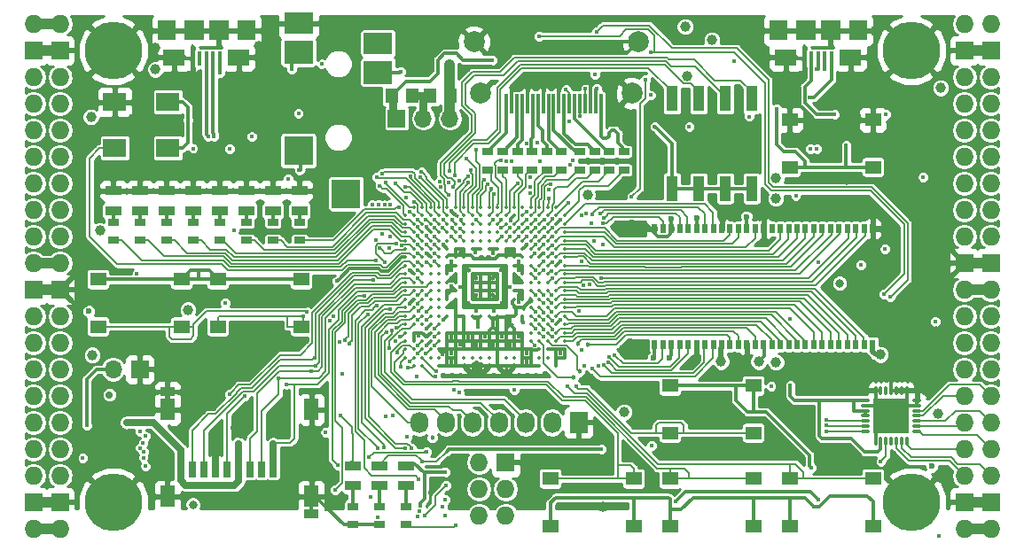
<source format=gtl>
G04 #@! TF.GenerationSoftware,KiCad,Pcbnew,5.0.0-rc2+dfsg1-3*
G04 #@! TF.CreationDate,2018-07-05T08:26:03+02:00*
G04 #@! TF.ProjectId,ulx3s,756C7833732E6B696361645F70636200,rev?*
G04 #@! TF.SameCoordinates,Original*
G04 #@! TF.FileFunction,Copper,L1,Top,Signal*
G04 #@! TF.FilePolarity,Positive*
%FSLAX46Y46*%
G04 Gerber Fmt 4.6, Leading zero omitted, Abs format (unit mm)*
G04 Created by KiCad (PCBNEW 5.0.0-rc2+dfsg1-3) date Thu Jul  5 08:26:03 2018*
%MOMM*%
%LPD*%
G01*
G04 APERTURE LIST*
G04 #@! TA.AperFunction,SMDPad,CuDef*
%ADD10R,0.560000X0.900000*%
G04 #@! TD*
G04 #@! TA.AperFunction,ComponentPad*
%ADD11O,1.727200X1.727200*%
G04 #@! TD*
G04 #@! TA.AperFunction,ComponentPad*
%ADD12R,1.727200X1.727200*%
G04 #@! TD*
G04 #@! TA.AperFunction,ComponentPad*
%ADD13C,5.500000*%
G04 #@! TD*
G04 #@! TA.AperFunction,SMDPad,CuDef*
%ADD14O,0.850000X0.300000*%
G04 #@! TD*
G04 #@! TA.AperFunction,SMDPad,CuDef*
%ADD15O,0.300000X0.850000*%
G04 #@! TD*
G04 #@! TA.AperFunction,SMDPad,CuDef*
%ADD16R,1.675000X1.675000*%
G04 #@! TD*
G04 #@! TA.AperFunction,ComponentPad*
%ADD17R,1.727200X2.032000*%
G04 #@! TD*
G04 #@! TA.AperFunction,ComponentPad*
%ADD18O,1.727200X2.032000*%
G04 #@! TD*
G04 #@! TA.AperFunction,SMDPad,CuDef*
%ADD19R,1.550000X1.300000*%
G04 #@! TD*
G04 #@! TA.AperFunction,SMDPad,CuDef*
%ADD20R,1.120000X2.440000*%
G04 #@! TD*
G04 #@! TA.AperFunction,BGAPad,CuDef*
%ADD21C,0.350000*%
G04 #@! TD*
G04 #@! TA.AperFunction,SMDPad,CuDef*
%ADD22R,2.800000X2.000000*%
G04 #@! TD*
G04 #@! TA.AperFunction,SMDPad,CuDef*
%ADD23R,2.800000X2.200000*%
G04 #@! TD*
G04 #@! TA.AperFunction,SMDPad,CuDef*
%ADD24R,2.800000X2.800000*%
G04 #@! TD*
G04 #@! TA.AperFunction,SMDPad,CuDef*
%ADD25R,0.700000X1.500000*%
G04 #@! TD*
G04 #@! TA.AperFunction,SMDPad,CuDef*
%ADD26R,1.450000X0.900000*%
G04 #@! TD*
G04 #@! TA.AperFunction,SMDPad,CuDef*
%ADD27R,1.450000X2.000000*%
G04 #@! TD*
G04 #@! TA.AperFunction,SMDPad,CuDef*
%ADD28R,2.200000X1.800000*%
G04 #@! TD*
G04 #@! TA.AperFunction,SMDPad,CuDef*
%ADD29R,1.000000X0.670000*%
G04 #@! TD*
G04 #@! TA.AperFunction,SMDPad,CuDef*
%ADD30R,1.500000X0.970000*%
G04 #@! TD*
G04 #@! TA.AperFunction,SMDPad,CuDef*
%ADD31R,0.300000X1.900000*%
G04 #@! TD*
G04 #@! TA.AperFunction,ComponentPad*
%ADD32C,2.000000*%
G04 #@! TD*
G04 #@! TA.AperFunction,ComponentPad*
%ADD33R,1.700000X1.700000*%
G04 #@! TD*
G04 #@! TA.AperFunction,ComponentPad*
%ADD34O,1.700000X1.700000*%
G04 #@! TD*
G04 #@! TA.AperFunction,SMDPad,CuDef*
%ADD35R,1.295000X1.400000*%
G04 #@! TD*
G04 #@! TA.AperFunction,SMDPad,CuDef*
%ADD36R,1.800000X1.900000*%
G04 #@! TD*
G04 #@! TA.AperFunction,SMDPad,CuDef*
%ADD37R,0.400000X1.350000*%
G04 #@! TD*
G04 #@! TA.AperFunction,SMDPad,CuDef*
%ADD38R,1.900000X1.900000*%
G04 #@! TD*
G04 #@! TA.AperFunction,SMDPad,CuDef*
%ADD39R,2.100000X1.600000*%
G04 #@! TD*
G04 #@! TA.AperFunction,ViaPad*
%ADD40C,0.400000*%
G04 #@! TD*
G04 #@! TA.AperFunction,ViaPad*
%ADD41C,2.000000*%
G04 #@! TD*
G04 #@! TA.AperFunction,ViaPad*
%ADD42C,0.700000*%
G04 #@! TD*
G04 #@! TA.AperFunction,ViaPad*
%ADD43C,0.454000*%
G04 #@! TD*
G04 #@! TA.AperFunction,ViaPad*
%ADD44C,0.600000*%
G04 #@! TD*
G04 #@! TA.AperFunction,ViaPad*
%ADD45C,1.000000*%
G04 #@! TD*
G04 #@! TA.AperFunction,ViaPad*
%ADD46C,0.800000*%
G04 #@! TD*
G04 #@! TA.AperFunction,Conductor*
%ADD47C,0.700000*%
G04 #@! TD*
G04 #@! TA.AperFunction,Conductor*
%ADD48C,0.300000*%
G04 #@! TD*
G04 #@! TA.AperFunction,Conductor*
%ADD49C,0.500000*%
G04 #@! TD*
G04 #@! TA.AperFunction,Conductor*
%ADD50C,1.000000*%
G04 #@! TD*
G04 #@! TA.AperFunction,Conductor*
%ADD51C,0.190000*%
G04 #@! TD*
G04 #@! TA.AperFunction,Conductor*
%ADD52C,0.800000*%
G04 #@! TD*
G04 #@! TA.AperFunction,Conductor*
%ADD53C,0.200000*%
G04 #@! TD*
G04 #@! TA.AperFunction,Conductor*
%ADD54C,0.127000*%
G04 #@! TD*
G04 #@! TA.AperFunction,Conductor*
%ADD55C,0.180000*%
G04 #@! TD*
G04 #@! TA.AperFunction,Conductor*
%ADD56C,0.254000*%
G04 #@! TD*
G04 APERTURE END LIST*
D10*
G04 #@! TO.P,U2,28*
G04 #@! TO.N,GND*
X175493000Y-82270000D03*
G04 #@! TO.P,U2,1*
G04 #@! TO.N,+3V3*
X154693000Y-93330000D03*
G04 #@! TO.P,U2,2*
G04 #@! TO.N,SDRAM_D0*
X155493000Y-93330000D03*
G04 #@! TO.P,U2,3*
G04 #@! TO.N,+3V3*
X156293000Y-93330000D03*
G04 #@! TO.P,U2,4*
G04 #@! TO.N,SDRAM_D1*
X157093000Y-93330000D03*
G04 #@! TO.P,U2,5*
G04 #@! TO.N,SDRAM_D2*
X157893000Y-93330000D03*
G04 #@! TO.P,U2,6*
G04 #@! TO.N,GND*
X158693000Y-93330000D03*
G04 #@! TO.P,U2,7*
G04 #@! TO.N,SDRAM_D3*
X159493000Y-93330000D03*
G04 #@! TO.P,U2,8*
G04 #@! TO.N,SDRAM_D4*
X160293000Y-93330000D03*
G04 #@! TO.P,U2,9*
G04 #@! TO.N,+3V3*
X161093000Y-93330000D03*
G04 #@! TO.P,U2,10*
G04 #@! TO.N,SDRAM_D5*
X161893000Y-93330000D03*
G04 #@! TO.P,U2,11*
G04 #@! TO.N,SDRAM_D6*
X162693000Y-93330000D03*
G04 #@! TO.P,U2,12*
G04 #@! TO.N,GND*
X163493000Y-93330000D03*
G04 #@! TO.P,U2,13*
G04 #@! TO.N,SDRAM_D7*
X164293000Y-93330000D03*
G04 #@! TO.P,U2,14*
G04 #@! TO.N,+3V3*
X165093000Y-93330000D03*
G04 #@! TO.P,U2,15*
G04 #@! TO.N,SDRAM_DQM0*
X165893000Y-93330000D03*
G04 #@! TO.P,U2,16*
G04 #@! TO.N,SDRAM_nWE*
X166693000Y-93330000D03*
G04 #@! TO.P,U2,17*
G04 #@! TO.N,SDRAM_nCAS*
X167493000Y-93330000D03*
G04 #@! TO.P,U2,18*
G04 #@! TO.N,SDRAM_nRAS*
X168293000Y-93330000D03*
G04 #@! TO.P,U2,19*
G04 #@! TO.N,SDRAM_nCS*
X169093000Y-93330000D03*
G04 #@! TO.P,U2,20*
G04 #@! TO.N,SDRAM_BA0*
X169893000Y-93330000D03*
G04 #@! TO.P,U2,21*
G04 #@! TO.N,SDRAM_BA1*
X170693000Y-93330000D03*
G04 #@! TO.P,U2,22*
G04 #@! TO.N,SDRAM_A10*
X171493000Y-93330000D03*
G04 #@! TO.P,U2,23*
G04 #@! TO.N,SDRAM_A0*
X172293000Y-93330000D03*
G04 #@! TO.P,U2,24*
G04 #@! TO.N,SDRAM_A1*
X173093000Y-93330000D03*
G04 #@! TO.P,U2,25*
G04 #@! TO.N,SDRAM_A2*
X173893000Y-93330000D03*
G04 #@! TO.P,U2,26*
G04 #@! TO.N,SDRAM_A3*
X174693000Y-93330000D03*
G04 #@! TO.P,U2,27*
G04 #@! TO.N,+3V3*
X175493000Y-93330000D03*
G04 #@! TO.P,U2,29*
G04 #@! TO.N,SDRAM_A4*
X174693000Y-82270000D03*
G04 #@! TO.P,U2,30*
G04 #@! TO.N,SDRAM_A5*
X173893000Y-82270000D03*
G04 #@! TO.P,U2,31*
G04 #@! TO.N,SDRAM_A6*
X173093000Y-82270000D03*
G04 #@! TO.P,U2,32*
G04 #@! TO.N,SDRAM_A7*
X172293000Y-82270000D03*
G04 #@! TO.P,U2,33*
G04 #@! TO.N,SDRAM_A8*
X171493000Y-82270000D03*
G04 #@! TO.P,U2,34*
G04 #@! TO.N,SDRAM_A9*
X170693000Y-82270000D03*
G04 #@! TO.P,U2,35*
G04 #@! TO.N,SDRAM_A11*
X169893000Y-82270000D03*
G04 #@! TO.P,U2,36*
G04 #@! TO.N,SDRAM_A12*
X169093000Y-82270000D03*
G04 #@! TO.P,U2,37*
G04 #@! TO.N,SDRAM_CKE*
X168293000Y-82270000D03*
G04 #@! TO.P,U2,38*
G04 #@! TO.N,SDRAM_CLK*
X167493000Y-82270000D03*
G04 #@! TO.P,U2,39*
G04 #@! TO.N,SDRAM_DQM1*
X166693000Y-82270000D03*
G04 #@! TO.P,U2,40*
G04 #@! TO.N,N/C*
X165893000Y-82270000D03*
G04 #@! TO.P,U2,41*
G04 #@! TO.N,GND*
X165093000Y-82270000D03*
G04 #@! TO.P,U2,42*
G04 #@! TO.N,SDRAM_D8*
X164293000Y-82270000D03*
G04 #@! TO.P,U2,43*
G04 #@! TO.N,+3V3*
X163493000Y-82270000D03*
G04 #@! TO.P,U2,44*
G04 #@! TO.N,SDRAM_D9*
X162693000Y-82270000D03*
G04 #@! TO.P,U2,45*
G04 #@! TO.N,SDRAM_D10*
X161893000Y-82270000D03*
G04 #@! TO.P,U2,46*
G04 #@! TO.N,GND*
X161093000Y-82270000D03*
G04 #@! TO.P,U2,47*
G04 #@! TO.N,SDRAM_D11*
X160293000Y-82270000D03*
G04 #@! TO.P,U2,48*
G04 #@! TO.N,SDRAM_D12*
X159493000Y-82270000D03*
G04 #@! TO.P,U2,49*
G04 #@! TO.N,+3V3*
X158693000Y-82270000D03*
G04 #@! TO.P,U2,50*
G04 #@! TO.N,SDRAM_D13*
X157893000Y-82270000D03*
G04 #@! TO.P,U2,51*
G04 #@! TO.N,SDRAM_D14*
X157093000Y-82270000D03*
G04 #@! TO.P,U2,52*
G04 #@! TO.N,GND*
X156293000Y-82270000D03*
G04 #@! TO.P,U2,53*
G04 #@! TO.N,SDRAM_D15*
X155493000Y-82270000D03*
G04 #@! TO.P,U2,54*
G04 #@! TO.N,GND*
X154693000Y-82270000D03*
G04 #@! TD*
D11*
G04 #@! TO.P,J1,1*
G04 #@! TO.N,2V5_3V3*
X97910000Y-62690000D03*
G04 #@! TO.P,J1,2*
X95370000Y-62690000D03*
D12*
G04 #@! TO.P,J1,3*
G04 #@! TO.N,GND*
X97910000Y-65230000D03*
G04 #@! TO.P,J1,4*
X95370000Y-65230000D03*
D11*
G04 #@! TO.P,J1,5*
G04 #@! TO.N,GN0*
X97910000Y-67770000D03*
G04 #@! TO.P,J1,6*
G04 #@! TO.N,GP0*
X95370000Y-67770000D03*
G04 #@! TO.P,J1,7*
G04 #@! TO.N,GN1*
X97910000Y-70310000D03*
G04 #@! TO.P,J1,8*
G04 #@! TO.N,GP1*
X95370000Y-70310000D03*
G04 #@! TO.P,J1,9*
G04 #@! TO.N,GN2*
X97910000Y-72850000D03*
G04 #@! TO.P,J1,10*
G04 #@! TO.N,GP2*
X95370000Y-72850000D03*
G04 #@! TO.P,J1,11*
G04 #@! TO.N,GN3*
X97910000Y-75390000D03*
G04 #@! TO.P,J1,12*
G04 #@! TO.N,GP3*
X95370000Y-75390000D03*
G04 #@! TO.P,J1,13*
G04 #@! TO.N,GN4*
X97910000Y-77930000D03*
G04 #@! TO.P,J1,14*
G04 #@! TO.N,GP4*
X95370000Y-77930000D03*
G04 #@! TO.P,J1,15*
G04 #@! TO.N,GN5*
X97910000Y-80470000D03*
G04 #@! TO.P,J1,16*
G04 #@! TO.N,GP5*
X95370000Y-80470000D03*
G04 #@! TO.P,J1,17*
G04 #@! TO.N,GN6*
X97910000Y-83010000D03*
G04 #@! TO.P,J1,18*
G04 #@! TO.N,GP6*
X95370000Y-83010000D03*
G04 #@! TO.P,J1,19*
G04 #@! TO.N,2V5_3V3*
X97910000Y-85550000D03*
G04 #@! TO.P,J1,20*
X95370000Y-85550000D03*
D12*
G04 #@! TO.P,J1,21*
G04 #@! TO.N,GND*
X97910000Y-88090000D03*
G04 #@! TO.P,J1,22*
X95370000Y-88090000D03*
D11*
G04 #@! TO.P,J1,23*
G04 #@! TO.N,GN7*
X97910000Y-90630000D03*
G04 #@! TO.P,J1,24*
G04 #@! TO.N,GP7*
X95370000Y-90630000D03*
G04 #@! TO.P,J1,25*
G04 #@! TO.N,GN8*
X97910000Y-93170000D03*
G04 #@! TO.P,J1,26*
G04 #@! TO.N,GP8*
X95370000Y-93170000D03*
G04 #@! TO.P,J1,27*
G04 #@! TO.N,GN9*
X97910000Y-95710000D03*
G04 #@! TO.P,J1,28*
G04 #@! TO.N,GP9*
X95370000Y-95710000D03*
G04 #@! TO.P,J1,29*
G04 #@! TO.N,GN10*
X97910000Y-98250000D03*
G04 #@! TO.P,J1,30*
G04 #@! TO.N,GP10*
X95370000Y-98250000D03*
G04 #@! TO.P,J1,31*
G04 #@! TO.N,GN11*
X97910000Y-100790000D03*
G04 #@! TO.P,J1,32*
G04 #@! TO.N,GP11*
X95370000Y-100790000D03*
G04 #@! TO.P,J1,33*
G04 #@! TO.N,GN12*
X97910000Y-103330000D03*
G04 #@! TO.P,J1,34*
G04 #@! TO.N,GP12*
X95370000Y-103330000D03*
G04 #@! TO.P,J1,35*
G04 #@! TO.N,GN13*
X97910000Y-105870000D03*
G04 #@! TO.P,J1,36*
G04 #@! TO.N,GP13*
X95370000Y-105870000D03*
D12*
G04 #@! TO.P,J1,37*
G04 #@! TO.N,GND*
X97910000Y-108410000D03*
G04 #@! TO.P,J1,38*
X95370000Y-108410000D03*
D11*
G04 #@! TO.P,J1,39*
G04 #@! TO.N,2V5_3V3*
X97910000Y-110950000D03*
G04 #@! TO.P,J1,40*
X95370000Y-110950000D03*
G04 #@! TD*
G04 #@! TO.P,J2,1*
G04 #@! TO.N,+3V3*
X184270000Y-110950000D03*
G04 #@! TO.P,J2,2*
X186810000Y-110950000D03*
D12*
G04 #@! TO.P,J2,3*
G04 #@! TO.N,GND*
X184270000Y-108410000D03*
G04 #@! TO.P,J2,4*
X186810000Y-108410000D03*
D11*
G04 #@! TO.P,J2,5*
G04 #@! TO.N,GN14*
X184270000Y-105870000D03*
G04 #@! TO.P,J2,6*
G04 #@! TO.N,GP14*
X186810000Y-105870000D03*
G04 #@! TO.P,J2,7*
G04 #@! TO.N,GN15*
X184270000Y-103330000D03*
G04 #@! TO.P,J2,8*
G04 #@! TO.N,GP15*
X186810000Y-103330000D03*
G04 #@! TO.P,J2,9*
G04 #@! TO.N,GN16*
X184270000Y-100790000D03*
G04 #@! TO.P,J2,10*
G04 #@! TO.N,GP16*
X186810000Y-100790000D03*
G04 #@! TO.P,J2,11*
G04 #@! TO.N,GN17*
X184270000Y-98250000D03*
G04 #@! TO.P,J2,12*
G04 #@! TO.N,GP17*
X186810000Y-98250000D03*
G04 #@! TO.P,J2,13*
G04 #@! TO.N,GN18*
X184270000Y-95710000D03*
G04 #@! TO.P,J2,14*
G04 #@! TO.N,GP18*
X186810000Y-95710000D03*
G04 #@! TO.P,J2,15*
G04 #@! TO.N,GN19*
X184270000Y-93170000D03*
G04 #@! TO.P,J2,16*
G04 #@! TO.N,GP19*
X186810000Y-93170000D03*
G04 #@! TO.P,J2,17*
G04 #@! TO.N,GN20*
X184270000Y-90630000D03*
G04 #@! TO.P,J2,18*
G04 #@! TO.N,GP20*
X186810000Y-90630000D03*
G04 #@! TO.P,J2,19*
G04 #@! TO.N,+3V3*
X184270000Y-88090000D03*
G04 #@! TO.P,J2,20*
X186810000Y-88090000D03*
D12*
G04 #@! TO.P,J2,21*
G04 #@! TO.N,GND*
X184270000Y-85550000D03*
G04 #@! TO.P,J2,22*
X186810000Y-85550000D03*
D11*
G04 #@! TO.P,J2,23*
G04 #@! TO.N,GN21*
X184270000Y-83010000D03*
G04 #@! TO.P,J2,24*
G04 #@! TO.N,GP21*
X186810000Y-83010000D03*
G04 #@! TO.P,J2,25*
G04 #@! TO.N,GN22*
X184270000Y-80470000D03*
G04 #@! TO.P,J2,26*
G04 #@! TO.N,GP22*
X186810000Y-80470000D03*
G04 #@! TO.P,J2,27*
G04 #@! TO.N,GN23*
X184270000Y-77930000D03*
G04 #@! TO.P,J2,28*
G04 #@! TO.N,GP23*
X186810000Y-77930000D03*
G04 #@! TO.P,J2,29*
G04 #@! TO.N,GN24*
X184270000Y-75390000D03*
G04 #@! TO.P,J2,30*
G04 #@! TO.N,GP24*
X186810000Y-75390000D03*
G04 #@! TO.P,J2,31*
G04 #@! TO.N,GN25*
X184270000Y-72850000D03*
G04 #@! TO.P,J2,32*
G04 #@! TO.N,GP25*
X186810000Y-72850000D03*
G04 #@! TO.P,J2,33*
G04 #@! TO.N,GN26*
X184270000Y-70310000D03*
G04 #@! TO.P,J2,34*
G04 #@! TO.N,GP26*
X186810000Y-70310000D03*
G04 #@! TO.P,J2,35*
G04 #@! TO.N,GN27*
X184270000Y-67770000D03*
G04 #@! TO.P,J2,36*
G04 #@! TO.N,GP27*
X186810000Y-67770000D03*
D12*
G04 #@! TO.P,J2,37*
G04 #@! TO.N,GND*
X184270000Y-65230000D03*
G04 #@! TO.P,J2,38*
X186810000Y-65230000D03*
D11*
G04 #@! TO.P,J2,39*
G04 #@! TO.N,/gpio/IN5V*
X184270000Y-62690000D03*
G04 #@! TO.P,J2,40*
G04 #@! TO.N,/gpio/OUT5V*
X186810000Y-62690000D03*
G04 #@! TD*
D13*
G04 #@! TO.P,H1,1*
G04 #@! TO.N,GND*
X102990000Y-108410000D03*
G04 #@! TD*
G04 #@! TO.P,H2,1*
G04 #@! TO.N,GND*
X179190000Y-108410000D03*
G04 #@! TD*
G04 #@! TO.P,H3,1*
G04 #@! TO.N,GND*
X179190000Y-65230000D03*
G04 #@! TD*
G04 #@! TO.P,H4,1*
G04 #@! TO.N,GND*
X102990000Y-65230000D03*
G04 #@! TD*
D12*
G04 #@! TO.P,J4,1*
G04 #@! TO.N,GND*
X140455000Y-104600000D03*
D11*
G04 #@! TO.P,J4,2*
G04 #@! TO.N,+3V3*
X137915000Y-104600000D03*
G04 #@! TO.P,J4,3*
G04 #@! TO.N,JTAG_TDI*
X140455000Y-107140000D03*
G04 #@! TO.P,J4,4*
G04 #@! TO.N,JTAG_TCK*
X137915000Y-107140000D03*
G04 #@! TO.P,J4,5*
G04 #@! TO.N,JTAG_TMS*
X140455000Y-109680000D03*
G04 #@! TO.P,J4,6*
G04 #@! TO.N,JTAG_TDO*
X137915000Y-109680000D03*
G04 #@! TD*
D14*
G04 #@! TO.P,U8,1*
G04 #@! TO.N,GP15*
X179735000Y-101655000D03*
G04 #@! TO.P,U8,2*
G04 #@! TO.N,GN16*
X179735000Y-101155000D03*
G04 #@! TO.P,U8,3*
G04 #@! TO.N,GP16*
X179735000Y-100655000D03*
G04 #@! TO.P,U8,4*
G04 #@! TO.N,GN17*
X179735000Y-100155000D03*
G04 #@! TO.P,U8,5*
G04 #@! TO.N,GP17*
X179735000Y-99655000D03*
G04 #@! TO.P,U8,6*
G04 #@! TO.N,GND*
X179735000Y-99155000D03*
G04 #@! TO.P,U8,7*
X179735000Y-98655000D03*
D15*
G04 #@! TO.P,U8,8*
X178785000Y-97705000D03*
G04 #@! TO.P,U8,9*
X178285000Y-97705000D03*
G04 #@! TO.P,U8,10*
X177785000Y-97705000D03*
G04 #@! TO.P,U8,11*
X177285000Y-97705000D03*
G04 #@! TO.P,U8,12*
G04 #@! TO.N,Net-(U8-Pad12)*
X176785000Y-97705000D03*
G04 #@! TO.P,U8,13*
G04 #@! TO.N,GND*
X176285000Y-97705000D03*
G04 #@! TO.P,U8,14*
X175785000Y-97705000D03*
D14*
G04 #@! TO.P,U8,15*
G04 #@! TO.N,/analog/ADC3V3*
X174835000Y-98655000D03*
G04 #@! TO.P,U8,16*
G04 #@! TO.N,GND*
X174835000Y-99155000D03*
G04 #@! TO.P,U8,17*
G04 #@! TO.N,/analog/ADC3V3*
X174835000Y-99655000D03*
G04 #@! TO.P,U8,18*
X174835000Y-100155000D03*
G04 #@! TO.P,U8,19*
G04 #@! TO.N,ADC_SCLK*
X174835000Y-100655000D03*
G04 #@! TO.P,U8,20*
G04 #@! TO.N,ADC_CSn*
X174835000Y-101155000D03*
G04 #@! TO.P,U8,21*
G04 #@! TO.N,ADC_MOSI*
X174835000Y-101655000D03*
D15*
G04 #@! TO.P,U8,22*
G04 #@! TO.N,GND*
X175785000Y-102605000D03*
G04 #@! TO.P,U8,23*
G04 #@! TO.N,/analog/ADC3V3*
X176285000Y-102605000D03*
G04 #@! TO.P,U8,24*
G04 #@! TO.N,ADC_MISO*
X176785000Y-102605000D03*
G04 #@! TO.P,U8,25*
G04 #@! TO.N,Net-(U8-Pad25)*
X177285000Y-102605000D03*
G04 #@! TO.P,U8,26*
G04 #@! TO.N,GN14*
X177785000Y-102605000D03*
G04 #@! TO.P,U8,27*
G04 #@! TO.N,GP14*
X178285000Y-102605000D03*
G04 #@! TO.P,U8,28*
G04 #@! TO.N,GN15*
X178785000Y-102605000D03*
D16*
G04 #@! TO.P,U8,29*
G04 #@! TO.N,GND*
X176447500Y-99317500D03*
X176447500Y-100992500D03*
X178122500Y-99317500D03*
X178122500Y-100992500D03*
G04 #@! TD*
D17*
G04 #@! TO.P,OLED1,1*
G04 #@! TO.N,GND*
X147440000Y-100790000D03*
D18*
G04 #@! TO.P,OLED1,2*
G04 #@! TO.N,+3V3*
X144900000Y-100790000D03*
G04 #@! TO.P,OLED1,3*
G04 #@! TO.N,OLED_CLK*
X142360000Y-100790000D03*
G04 #@! TO.P,OLED1,4*
G04 #@! TO.N,OLED_MOSI*
X139820000Y-100790000D03*
G04 #@! TO.P,OLED1,5*
G04 #@! TO.N,OLED_RES*
X137280000Y-100790000D03*
G04 #@! TO.P,OLED1,6*
G04 #@! TO.N,OLED_DC*
X134740000Y-100790000D03*
G04 #@! TO.P,OLED1,7*
G04 #@! TO.N,OLED_CS*
X132200000Y-100790000D03*
G04 #@! TD*
D19*
G04 #@! TO.P,B0,2*
G04 #@! TO.N,GND*
X175550000Y-71870000D03*
G04 #@! TO.P,B0,1*
G04 #@! TO.N,/power/PWRBTn*
X175550000Y-76370000D03*
X167590000Y-76370000D03*
G04 #@! TO.P,B0,2*
G04 #@! TO.N,GND*
X167590000Y-71870000D03*
G04 #@! TD*
G04 #@! TO.P,B1,2*
G04 #@! TO.N,BTN_F1*
X101550000Y-91610000D03*
G04 #@! TO.P,B1,1*
G04 #@! TO.N,/blinkey/BTNPUL*
X101550000Y-87110000D03*
X109510000Y-87110000D03*
G04 #@! TO.P,B1,2*
G04 #@! TO.N,BTN_F1*
X109510000Y-91610000D03*
G04 #@! TD*
G04 #@! TO.P,B2,2*
G04 #@! TO.N,BTN_F2*
X112980000Y-91610000D03*
G04 #@! TO.P,B2,1*
G04 #@! TO.N,/blinkey/BTNPUL*
X112980000Y-87110000D03*
X120940000Y-87110000D03*
G04 #@! TO.P,B2,2*
G04 #@! TO.N,BTN_F2*
X120940000Y-91610000D03*
G04 #@! TD*
G04 #@! TO.P,B3,2*
G04 #@! TO.N,BTN_U*
X156160000Y-101770000D03*
G04 #@! TO.P,B3,1*
G04 #@! TO.N,/blinkey/BTNPUR*
X156160000Y-97270000D03*
X164120000Y-97270000D03*
G04 #@! TO.P,B3,2*
G04 #@! TO.N,BTN_U*
X164120000Y-101770000D03*
G04 #@! TD*
G04 #@! TO.P,B4,2*
G04 #@! TO.N,BTN_D*
X164120000Y-106160000D03*
G04 #@! TO.P,B4,1*
G04 #@! TO.N,/blinkey/BTNPUR*
X164120000Y-110660000D03*
X156160000Y-110660000D03*
G04 #@! TO.P,B4,2*
G04 #@! TO.N,BTN_D*
X156160000Y-106160000D03*
G04 #@! TD*
G04 #@! TO.P,B5,2*
G04 #@! TO.N,BTN_L*
X152690000Y-106160000D03*
G04 #@! TO.P,B5,1*
G04 #@! TO.N,/blinkey/BTNPUR*
X152690000Y-110660000D03*
X144730000Y-110660000D03*
G04 #@! TO.P,B5,2*
G04 #@! TO.N,BTN_L*
X144730000Y-106160000D03*
G04 #@! TD*
G04 #@! TO.P,B6,2*
G04 #@! TO.N,BTN_R*
X175550000Y-106160000D03*
G04 #@! TO.P,B6,1*
G04 #@! TO.N,/blinkey/BTNPUR*
X175550000Y-110660000D03*
X167590000Y-110660000D03*
G04 #@! TO.P,B6,2*
G04 #@! TO.N,BTN_R*
X167590000Y-106160000D03*
G04 #@! TD*
D20*
G04 #@! TO.P,SW1,1*
G04 #@! TO.N,/blinkey/SWPU*
X156330000Y-78425000D03*
G04 #@! TO.P,SW1,5*
G04 #@! TO.N,SW4*
X163950000Y-69815000D03*
G04 #@! TO.P,SW1,2*
G04 #@! TO.N,/blinkey/SWPU*
X158870000Y-78425000D03*
G04 #@! TO.P,SW1,6*
G04 #@! TO.N,SW3*
X161410000Y-69815000D03*
G04 #@! TO.P,SW1,3*
G04 #@! TO.N,/blinkey/SWPU*
X161410000Y-78425000D03*
G04 #@! TO.P,SW1,7*
G04 #@! TO.N,SW2*
X158870000Y-69815000D03*
G04 #@! TO.P,SW1,4*
G04 #@! TO.N,/blinkey/SWPU*
X163950000Y-78425000D03*
G04 #@! TO.P,SW1,8*
G04 #@! TO.N,SW1*
X156330000Y-69815000D03*
G04 #@! TD*
D21*
G04 #@! TO.P,U1,A2*
G04 #@! TO.N,GP9*
X131680000Y-80200000D03*
G04 #@! TO.P,U1,A3*
G04 #@! TO.N,AUDIO_R0*
X132480000Y-80200000D03*
G04 #@! TO.P,U1,A4*
G04 #@! TO.N,GP8*
X133280000Y-80200000D03*
G04 #@! TO.P,U1,A5*
G04 #@! TO.N,GN8*
X134080000Y-80200000D03*
G04 #@! TO.P,U1,A6*
G04 #@! TO.N,GP7*
X134880000Y-80200000D03*
G04 #@! TO.P,U1,A7*
G04 #@! TO.N,GP4*
X135680000Y-80200000D03*
G04 #@! TO.P,U1,A8*
G04 #@! TO.N,GN4*
X136480000Y-80200000D03*
G04 #@! TO.P,U1,A9*
G04 #@! TO.N,GP2*
X137280000Y-80200000D03*
G04 #@! TO.P,U1,A10*
G04 #@! TO.N,GP1*
X138080000Y-80200000D03*
G04 #@! TO.P,U1,A11*
G04 #@! TO.N,GN1*
X138880000Y-80200000D03*
G04 #@! TO.P,U1,A12*
G04 #@! TO.N,FPDI_D2+*
X139680000Y-80200000D03*
G04 #@! TO.P,U1,A13*
G04 #@! TO.N,FPDI_D2-*
X140480000Y-80200000D03*
G04 #@! TO.P,U1,A14*
G04 #@! TO.N,FPDI_D1+*
X141280000Y-80200000D03*
G04 #@! TO.P,U1,A15*
G04 #@! TO.N,Net-(U1-PadA15)*
X142080000Y-80200000D03*
G04 #@! TO.P,U1,A16*
G04 #@! TO.N,FPDI_D0+*
X142880000Y-80200000D03*
G04 #@! TO.P,U1,A17*
G04 #@! TO.N,FPDI_CLK+*
X143680000Y-80200000D03*
G04 #@! TO.P,U1,A18*
G04 #@! TO.N,/gpdi/FPDI_CEC*
X144480000Y-80200000D03*
G04 #@! TO.P,U1,A19*
G04 #@! TO.N,FPDI_ETH+*
X145280000Y-80200000D03*
G04 #@! TO.P,U1,B1*
G04 #@! TO.N,GN9*
X130880000Y-81000000D03*
G04 #@! TO.P,U1,B2*
G04 #@! TO.N,LED0*
X131680000Y-81000000D03*
G04 #@! TO.P,U1,B3*
G04 #@! TO.N,AUDIO_L3*
X132480000Y-81000000D03*
G04 #@! TO.P,U1,B4*
G04 #@! TO.N,GN10*
X133280000Y-81000000D03*
G04 #@! TO.P,U1,B5*
G04 #@! TO.N,AUDIO_R1*
X134080000Y-81000000D03*
G04 #@! TO.P,U1,B6*
G04 #@! TO.N,GN7*
X134880000Y-81000000D03*
G04 #@! TO.P,U1,B7*
G04 #@! TO.N,GND*
X135680000Y-81000000D03*
G04 #@! TO.P,U1,B8*
G04 #@! TO.N,GN5*
X136480000Y-81000000D03*
G04 #@! TO.P,U1,B9*
G04 #@! TO.N,GP3*
X137280000Y-81000000D03*
G04 #@! TO.P,U1,B10*
G04 #@! TO.N,GN2*
X138080000Y-81000000D03*
G04 #@! TO.P,U1,B11*
G04 #@! TO.N,GP0*
X138880000Y-81000000D03*
G04 #@! TO.P,U1,B12*
G04 #@! TO.N,USB_FPGA_PULL_D+*
X139680000Y-81000000D03*
G04 #@! TO.P,U1,B13*
G04 #@! TO.N,GP26*
X140480000Y-81000000D03*
G04 #@! TO.P,U1,B14*
G04 #@! TO.N,GND*
X141280000Y-81000000D03*
G04 #@! TO.P,U1,B15*
G04 #@! TO.N,GP22*
X142080000Y-81000000D03*
G04 #@! TO.P,U1,B16*
G04 #@! TO.N,FPDI_D0-*
X142880000Y-81000000D03*
G04 #@! TO.P,U1,B17*
G04 #@! TO.N,GP23*
X143680000Y-81000000D03*
G04 #@! TO.P,U1,B18*
G04 #@! TO.N,FPDI_CLK-*
X144480000Y-81000000D03*
G04 #@! TO.P,U1,B19*
G04 #@! TO.N,FPDI_SDA*
X145280000Y-81000000D03*
G04 #@! TO.P,U1,B20*
G04 #@! TO.N,FPDI_ETH-*
X146080000Y-81000000D03*
G04 #@! TO.P,U1,C1*
G04 #@! TO.N,LED2*
X130880000Y-81800000D03*
G04 #@! TO.P,U1,C2*
G04 #@! TO.N,LED1*
X131680000Y-81800000D03*
G04 #@! TO.P,U1,C3*
G04 #@! TO.N,AUDIO_L2*
X132480000Y-81800000D03*
G04 #@! TO.P,U1,C4*
G04 #@! TO.N,GP10*
X133280000Y-81800000D03*
G04 #@! TO.P,U1,C5*
G04 #@! TO.N,AUDIO_R3*
X134080000Y-81800000D03*
G04 #@! TO.P,U1,C6*
G04 #@! TO.N,GP6*
X134880000Y-81800000D03*
G04 #@! TO.P,U1,C7*
G04 #@! TO.N,GN6*
X135680000Y-81800000D03*
G04 #@! TO.P,U1,C8*
G04 #@! TO.N,GP5*
X136480000Y-81800000D03*
G04 #@! TO.P,U1,C9*
G04 #@! TO.N,Net-(U1-PadC9)*
X137280000Y-81800000D03*
G04 #@! TO.P,U1,C10*
G04 #@! TO.N,GN3*
X138080000Y-81800000D03*
G04 #@! TO.P,U1,C11*
G04 #@! TO.N,GN0*
X138880000Y-81800000D03*
G04 #@! TO.P,U1,C12*
G04 #@! TO.N,USB_FPGA_PULL_D-*
X139680000Y-81800000D03*
G04 #@! TO.P,U1,C13*
G04 #@! TO.N,GN26*
X140480000Y-81800000D03*
G04 #@! TO.P,U1,C14*
G04 #@! TO.N,FPDI_D1-*
X141280000Y-81800000D03*
G04 #@! TO.P,U1,C15*
G04 #@! TO.N,GN22*
X142080000Y-81800000D03*
G04 #@! TO.P,U1,C16*
G04 #@! TO.N,GP24*
X142880000Y-81800000D03*
G04 #@! TO.P,U1,C17*
G04 #@! TO.N,GN23*
X143680000Y-81800000D03*
G04 #@! TO.P,U1,C18*
G04 #@! TO.N,GP21*
X144480000Y-81800000D03*
G04 #@! TO.P,U1,C19*
G04 #@! TO.N,GND*
X145280000Y-81800000D03*
G04 #@! TO.P,U1,C20*
G04 #@! TO.N,SDRAM_D11*
X146080000Y-81800000D03*
G04 #@! TO.P,U1,D1*
G04 #@! TO.N,LED4*
X130880000Y-82600000D03*
G04 #@! TO.P,U1,D2*
G04 #@! TO.N,LED3*
X131680000Y-82600000D03*
G04 #@! TO.P,U1,D3*
G04 #@! TO.N,AUDIO_L1*
X132480000Y-82600000D03*
G04 #@! TO.P,U1,D4*
G04 #@! TO.N,GND*
X133280000Y-82600000D03*
G04 #@! TO.P,U1,D5*
G04 #@! TO.N,AUDIO_R2*
X134080000Y-82600000D03*
G04 #@! TO.P,U1,D6*
G04 #@! TO.N,BTN_PWRn*
X134880000Y-82600000D03*
G04 #@! TO.P,U1,D7*
G04 #@! TO.N,SW3*
X135680000Y-82600000D03*
G04 #@! TO.P,U1,D8*
G04 #@! TO.N,SW2*
X136480000Y-82600000D03*
G04 #@! TO.P,U1,D9*
G04 #@! TO.N,Net-(U1-PadD9)*
X137280000Y-82600000D03*
G04 #@! TO.P,U1,D10*
G04 #@! TO.N,Net-(U1-PadD10)*
X138080000Y-82600000D03*
G04 #@! TO.P,U1,D11*
G04 #@! TO.N,Net-(U1-PadD11)*
X138880000Y-82600000D03*
G04 #@! TO.P,U1,D12*
G04 #@! TO.N,Net-(U1-PadD12)*
X139680000Y-82600000D03*
G04 #@! TO.P,U1,D13*
G04 #@! TO.N,GP27*
X140480000Y-82600000D03*
G04 #@! TO.P,U1,D14*
G04 #@! TO.N,GP25*
X141280000Y-82600000D03*
G04 #@! TO.P,U1,D15*
G04 #@! TO.N,USB_FPGA_D+*
X142080000Y-82600000D03*
G04 #@! TO.P,U1,D16*
G04 #@! TO.N,GN24*
X142880000Y-82600000D03*
G04 #@! TO.P,U1,D17*
G04 #@! TO.N,GN21*
X143680000Y-82600000D03*
G04 #@! TO.P,U1,D18*
G04 #@! TO.N,GP20*
X144480000Y-82600000D03*
G04 #@! TO.P,U1,D19*
G04 #@! TO.N,SDRAM_D10*
X145280000Y-82600000D03*
G04 #@! TO.P,U1,D20*
G04 #@! TO.N,SDRAM_D9*
X146080000Y-82600000D03*
G04 #@! TO.P,U1,E1*
G04 #@! TO.N,LED6*
X130880000Y-83400000D03*
G04 #@! TO.P,U1,E2*
G04 #@! TO.N,LED5*
X131680000Y-83400000D03*
G04 #@! TO.P,U1,E3*
G04 #@! TO.N,GN11*
X132480000Y-83400000D03*
G04 #@! TO.P,U1,E4*
G04 #@! TO.N,AUDIO_L0*
X133280000Y-83400000D03*
G04 #@! TO.P,U1,E5*
G04 #@! TO.N,AUDIO_V3*
X134080000Y-83400000D03*
G04 #@! TO.P,U1,E6*
G04 #@! TO.N,Net-(U1-PadE6)*
X134880000Y-83400000D03*
G04 #@! TO.P,U1,E7*
G04 #@! TO.N,SW4*
X135680000Y-83400000D03*
G04 #@! TO.P,U1,E8*
G04 #@! TO.N,SW1*
X136480000Y-83400000D03*
G04 #@! TO.P,U1,E9*
G04 #@! TO.N,Net-(U1-PadE9)*
X137280000Y-83400000D03*
G04 #@! TO.P,U1,E10*
G04 #@! TO.N,Net-(U1-PadE10)*
X138080000Y-83400000D03*
G04 #@! TO.P,U1,E11*
G04 #@! TO.N,Net-(U1-PadE11)*
X138880000Y-83400000D03*
G04 #@! TO.P,U1,E12*
G04 #@! TO.N,FPDI_SCL*
X139680000Y-83400000D03*
G04 #@! TO.P,U1,E13*
G04 #@! TO.N,GN27*
X140480000Y-83400000D03*
G04 #@! TO.P,U1,E14*
G04 #@! TO.N,GN25*
X141280000Y-83400000D03*
G04 #@! TO.P,U1,E15*
G04 #@! TO.N,USB_FPGA_D-*
X142080000Y-83400000D03*
G04 #@! TO.P,U1,E16*
G04 #@! TO.N,USB_FPGA_D+*
X142880000Y-83400000D03*
G04 #@! TO.P,U1,E17*
G04 #@! TO.N,GN20*
X143680000Y-83400000D03*
G04 #@! TO.P,U1,E18*
G04 #@! TO.N,SDRAM_D12*
X144480000Y-83400000D03*
G04 #@! TO.P,U1,E19*
G04 #@! TO.N,SDRAM_D8*
X145280000Y-83400000D03*
G04 #@! TO.P,U1,E20*
G04 #@! TO.N,SDRAM_DQM1*
X146080000Y-83400000D03*
G04 #@! TO.P,U1,F1*
G04 #@! TO.N,WIFI_EN*
X130880000Y-84200000D03*
G04 #@! TO.P,U1,F2*
G04 #@! TO.N,AUDIO_V1*
X131680000Y-84200000D03*
G04 #@! TO.P,U1,F3*
G04 #@! TO.N,GN12*
X132480000Y-84200000D03*
G04 #@! TO.P,U1,F4*
G04 #@! TO.N,GP11*
X133280000Y-84200000D03*
G04 #@! TO.P,U1,F5*
G04 #@! TO.N,AUDIO_V2*
X134080000Y-84200000D03*
G04 #@! TO.P,U1,F6*
G04 #@! TO.N,+2V5*
X134880000Y-84200000D03*
G04 #@! TO.P,U1,F7*
G04 #@! TO.N,GND*
X135680000Y-84200000D03*
G04 #@! TO.P,U1,F8*
X136480000Y-84200000D03*
G04 #@! TO.P,U1,F9*
G04 #@! TO.N,2V5_3V3*
X137280000Y-84200000D03*
G04 #@! TO.P,U1,F10*
X138080000Y-84200000D03*
G04 #@! TO.P,U1,F11*
G04 #@! TO.N,+3V3*
X138880000Y-84200000D03*
G04 #@! TO.P,U1,F12*
X139680000Y-84200000D03*
G04 #@! TO.P,U1,F13*
G04 #@! TO.N,GND*
X140480000Y-84200000D03*
G04 #@! TO.P,U1,F14*
X141280000Y-84200000D03*
G04 #@! TO.P,U1,F15*
G04 #@! TO.N,+2V5*
X142080000Y-84200000D03*
G04 #@! TO.P,U1,F16*
G04 #@! TO.N,USB_FPGA_D-*
X142880000Y-84200000D03*
G04 #@! TO.P,U1,F17*
G04 #@! TO.N,GP19*
X143680000Y-84200000D03*
G04 #@! TO.P,U1,F18*
G04 #@! TO.N,SDRAM_D13*
X144480000Y-84200000D03*
G04 #@! TO.P,U1,F19*
G04 #@! TO.N,SDRAM_CLK*
X145280000Y-84200000D03*
G04 #@! TO.P,U1,F20*
G04 #@! TO.N,SDRAM_CKE*
X146080000Y-84200000D03*
G04 #@! TO.P,U1,G1*
G04 #@! TO.N,/usb/ANT_433MHz*
X130880000Y-85000000D03*
G04 #@! TO.P,U1,G2*
G04 #@! TO.N,CLK_25MHz*
X131680000Y-85000000D03*
G04 #@! TO.P,U1,G3*
G04 #@! TO.N,GP12*
X132480000Y-85000000D03*
G04 #@! TO.P,U1,G4*
G04 #@! TO.N,GND*
X133280000Y-85000000D03*
G04 #@! TO.P,U1,G5*
G04 #@! TO.N,GN13*
X134080000Y-85000000D03*
G04 #@! TO.P,U1,G6*
G04 #@! TO.N,GND*
X134880000Y-85000000D03*
G04 #@! TO.P,U1,G7*
X135680000Y-85000000D03*
G04 #@! TO.P,U1,G8*
X136480000Y-85000000D03*
G04 #@! TO.P,U1,G9*
X137280000Y-85000000D03*
G04 #@! TO.P,U1,G10*
X138080000Y-85000000D03*
G04 #@! TO.P,U1,G11*
X138880000Y-85000000D03*
G04 #@! TO.P,U1,G12*
X139680000Y-85000000D03*
G04 #@! TO.P,U1,G13*
X140480000Y-85000000D03*
G04 #@! TO.P,U1,G14*
X141280000Y-85000000D03*
G04 #@! TO.P,U1,G15*
X142080000Y-85000000D03*
G04 #@! TO.P,U1,G16*
G04 #@! TO.N,SHUTDOWN*
X142880000Y-85000000D03*
G04 #@! TO.P,U1,G17*
G04 #@! TO.N,GND*
X143680000Y-85000000D03*
G04 #@! TO.P,U1,G18*
G04 #@! TO.N,GN19*
X144480000Y-85000000D03*
G04 #@! TO.P,U1,G19*
G04 #@! TO.N,SDRAM_A12*
X145280000Y-85000000D03*
G04 #@! TO.P,U1,G20*
G04 #@! TO.N,SDRAM_A11*
X146080000Y-85000000D03*
G04 #@! TO.P,U1,H1*
G04 #@! TO.N,SD_D1*
X130880000Y-85800000D03*
G04 #@! TO.P,U1,H2*
G04 #@! TO.N,SD_CLK*
X131680000Y-85800000D03*
G04 #@! TO.P,U1,H3*
G04 #@! TO.N,LED7*
X132480000Y-85800000D03*
G04 #@! TO.P,U1,H4*
G04 #@! TO.N,GP13*
X133280000Y-85800000D03*
G04 #@! TO.P,U1,H5*
G04 #@! TO.N,AUDIO_V0*
X134080000Y-85800000D03*
G04 #@! TO.P,U1,H6*
G04 #@! TO.N,2V5_3V3*
X134880000Y-85800000D03*
G04 #@! TO.P,U1,H7*
X135680000Y-85800000D03*
G04 #@! TO.P,U1,H8*
G04 #@! TO.N,+1V1*
X136480000Y-85800000D03*
G04 #@! TO.P,U1,H9*
X137280000Y-85800000D03*
G04 #@! TO.P,U1,H10*
X138080000Y-85800000D03*
G04 #@! TO.P,U1,H11*
X138880000Y-85800000D03*
G04 #@! TO.P,U1,H12*
X139680000Y-85800000D03*
G04 #@! TO.P,U1,H13*
X140480000Y-85800000D03*
G04 #@! TO.P,U1,H14*
G04 #@! TO.N,+3V3*
X141280000Y-85800000D03*
G04 #@! TO.P,U1,H15*
X142080000Y-85800000D03*
G04 #@! TO.P,U1,H16*
G04 #@! TO.N,BTN_R*
X142880000Y-85800000D03*
G04 #@! TO.P,U1,H17*
G04 #@! TO.N,GN18*
X143680000Y-85800000D03*
G04 #@! TO.P,U1,H18*
G04 #@! TO.N,GP18*
X144480000Y-85800000D03*
G04 #@! TO.P,U1,H19*
G04 #@! TO.N,GND*
X145280000Y-85800000D03*
G04 #@! TO.P,U1,H20*
G04 #@! TO.N,SDRAM_A9*
X146080000Y-85800000D03*
G04 #@! TO.P,U1,J1*
G04 #@! TO.N,SD_CMD*
X130880000Y-86600000D03*
G04 #@! TO.P,U1,J2*
G04 #@! TO.N,GND*
X131680000Y-86600000D03*
G04 #@! TO.P,U1,J3*
G04 #@! TO.N,SD_D0*
X132480000Y-86600000D03*
G04 #@! TO.P,U1,J4*
G04 #@! TO.N,Net-(U1-PadJ4)*
X133280000Y-86600000D03*
G04 #@! TO.P,U1,J5*
G04 #@! TO.N,Net-(U1-PadJ5)*
X134080000Y-86600000D03*
G04 #@! TO.P,U1,J6*
G04 #@! TO.N,2V5_3V3*
X134880000Y-86600000D03*
G04 #@! TO.P,U1,J7*
G04 #@! TO.N,GND*
X135680000Y-86600000D03*
G04 #@! TO.P,U1,J8*
G04 #@! TO.N,+1V1*
X136480000Y-86600000D03*
G04 #@! TO.P,U1,J9*
G04 #@! TO.N,GND*
X137280000Y-86600000D03*
G04 #@! TO.P,U1,J10*
X138080000Y-86600000D03*
G04 #@! TO.P,U1,J11*
X138880000Y-86600000D03*
G04 #@! TO.P,U1,J12*
X139680000Y-86600000D03*
G04 #@! TO.P,U1,J13*
G04 #@! TO.N,+1V1*
X140480000Y-86600000D03*
G04 #@! TO.P,U1,J14*
G04 #@! TO.N,GND*
X141280000Y-86600000D03*
G04 #@! TO.P,U1,J15*
G04 #@! TO.N,+3V3*
X142080000Y-86600000D03*
G04 #@! TO.P,U1,J16*
G04 #@! TO.N,SDRAM_D0*
X142880000Y-86600000D03*
G04 #@! TO.P,U1,J17*
G04 #@! TO.N,SDRAM_D15*
X143680000Y-86600000D03*
G04 #@! TO.P,U1,J18*
G04 #@! TO.N,SDRAM_D14*
X144480000Y-86600000D03*
G04 #@! TO.P,U1,J19*
G04 #@! TO.N,SDRAM_A8*
X145280000Y-86600000D03*
G04 #@! TO.P,U1,J20*
G04 #@! TO.N,SDRAM_A7*
X146080000Y-86600000D03*
G04 #@! TO.P,U1,K1*
G04 #@! TO.N,SD_D2*
X130880000Y-87400000D03*
G04 #@! TO.P,U1,K2*
G04 #@! TO.N,SD_D3*
X131680000Y-87400000D03*
G04 #@! TO.P,U1,K3*
G04 #@! TO.N,WIFI_RXD*
X132480000Y-87400000D03*
G04 #@! TO.P,U1,K4*
G04 #@! TO.N,WIFI_TXD*
X133280000Y-87400000D03*
G04 #@! TO.P,U1,K5*
G04 #@! TO.N,Net-(U1-PadK5)*
X134080000Y-87400000D03*
G04 #@! TO.P,U1,K6*
G04 #@! TO.N,GND*
X134880000Y-87400000D03*
G04 #@! TO.P,U1,K7*
X135680000Y-87400000D03*
G04 #@! TO.P,U1,K8*
G04 #@! TO.N,+1V1*
X136480000Y-87400000D03*
G04 #@! TO.P,U1,K9*
G04 #@! TO.N,GND*
X137280000Y-87400000D03*
G04 #@! TO.P,U1,K10*
X138080000Y-87400000D03*
G04 #@! TO.P,U1,K11*
X138880000Y-87400000D03*
G04 #@! TO.P,U1,K12*
X139680000Y-87400000D03*
G04 #@! TO.P,U1,K13*
G04 #@! TO.N,+1V1*
X140480000Y-87400000D03*
G04 #@! TO.P,U1,K14*
G04 #@! TO.N,GND*
X141280000Y-87400000D03*
G04 #@! TO.P,U1,K15*
X142080000Y-87400000D03*
G04 #@! TO.P,U1,K16*
G04 #@! TO.N,Net-(U1-PadK16)*
X142880000Y-87400000D03*
G04 #@! TO.P,U1,K17*
G04 #@! TO.N,Net-(U1-PadK17)*
X143680000Y-87400000D03*
G04 #@! TO.P,U1,K18*
G04 #@! TO.N,SDRAM_A6*
X144480000Y-87400000D03*
G04 #@! TO.P,U1,K19*
G04 #@! TO.N,SDRAM_A5*
X145280000Y-87400000D03*
G04 #@! TO.P,U1,K20*
G04 #@! TO.N,SDRAM_A4*
X146080000Y-87400000D03*
G04 #@! TO.P,U1,L1*
G04 #@! TO.N,WIFI_GPIO16*
X130880000Y-88200000D03*
G04 #@! TO.P,U1,L2*
G04 #@! TO.N,WIFI_GPIO0*
X131680000Y-88200000D03*
G04 #@! TO.P,U1,L3*
G04 #@! TO.N,FTDI_TXDEN*
X132480000Y-88200000D03*
G04 #@! TO.P,U1,L4*
G04 #@! TO.N,FTDI_RXD*
X133280000Y-88200000D03*
G04 #@! TO.P,U1,L5*
G04 #@! TO.N,Net-(U1-PadL5)*
X134080000Y-88200000D03*
G04 #@! TO.P,U1,L6*
G04 #@! TO.N,+3V3*
X134880000Y-88200000D03*
G04 #@! TO.P,U1,L7*
X135680000Y-88200000D03*
G04 #@! TO.P,U1,L8*
G04 #@! TO.N,+1V1*
X136480000Y-88200000D03*
G04 #@! TO.P,U1,L9*
G04 #@! TO.N,GND*
X137280000Y-88200000D03*
G04 #@! TO.P,U1,L10*
X138080000Y-88200000D03*
G04 #@! TO.P,U1,L11*
X138880000Y-88200000D03*
G04 #@! TO.P,U1,L12*
X139680000Y-88200000D03*
G04 #@! TO.P,U1,L13*
G04 #@! TO.N,+1V1*
X140480000Y-88200000D03*
G04 #@! TO.P,U1,L14*
G04 #@! TO.N,+3V3*
X141280000Y-88200000D03*
G04 #@! TO.P,U1,L15*
X142080000Y-88200000D03*
G04 #@! TO.P,U1,L16*
G04 #@! TO.N,GP17*
X142880000Y-88200000D03*
G04 #@! TO.P,U1,L17*
G04 #@! TO.N,GN17*
X143680000Y-88200000D03*
G04 #@! TO.P,U1,L18*
G04 #@! TO.N,SDRAM_D1*
X144480000Y-88200000D03*
G04 #@! TO.P,U1,L19*
G04 #@! TO.N,SDRAM_A3*
X145280000Y-88200000D03*
G04 #@! TO.P,U1,L20*
G04 #@! TO.N,SDRAM_A2*
X146080000Y-88200000D03*
G04 #@! TO.P,U1,M1*
G04 #@! TO.N,FTDI_TXD*
X130880000Y-89000000D03*
G04 #@! TO.P,U1,M2*
G04 #@! TO.N,GND*
X131680000Y-89000000D03*
G04 #@! TO.P,U1,M3*
G04 #@! TO.N,FTDI_nRTS*
X132480000Y-89000000D03*
G04 #@! TO.P,U1,M4*
G04 #@! TO.N,Net-(U1-PadM4)*
X133280000Y-89000000D03*
G04 #@! TO.P,U1,M5*
G04 #@! TO.N,Net-(U1-PadM5)*
X134080000Y-89000000D03*
G04 #@! TO.P,U1,M6*
G04 #@! TO.N,+3V3*
X134880000Y-89000000D03*
G04 #@! TO.P,U1,M7*
G04 #@! TO.N,GND*
X135680000Y-89000000D03*
G04 #@! TO.P,U1,M8*
G04 #@! TO.N,+1V1*
X136480000Y-89000000D03*
G04 #@! TO.P,U1,M9*
G04 #@! TO.N,GND*
X137280000Y-89000000D03*
G04 #@! TO.P,U1,M10*
X138080000Y-89000000D03*
G04 #@! TO.P,U1,M11*
X138880000Y-89000000D03*
G04 #@! TO.P,U1,M12*
X139680000Y-89000000D03*
G04 #@! TO.P,U1,M13*
G04 #@! TO.N,+1V1*
X140480000Y-89000000D03*
G04 #@! TO.P,U1,M14*
G04 #@! TO.N,GND*
X141280000Y-89000000D03*
G04 #@! TO.P,U1,M15*
G04 #@! TO.N,+3V3*
X142080000Y-89000000D03*
G04 #@! TO.P,U1,M16*
G04 #@! TO.N,GND*
X142880000Y-89000000D03*
G04 #@! TO.P,U1,M17*
G04 #@! TO.N,GN16*
X143680000Y-89000000D03*
G04 #@! TO.P,U1,M18*
G04 #@! TO.N,SDRAM_D2*
X144480000Y-89000000D03*
G04 #@! TO.P,U1,M19*
G04 #@! TO.N,SDRAM_A1*
X145280000Y-89000000D03*
G04 #@! TO.P,U1,M20*
G04 #@! TO.N,SDRAM_A0*
X146080000Y-89000000D03*
G04 #@! TO.P,U1,N1*
G04 #@! TO.N,FTDI_nDTR*
X130880000Y-89800000D03*
G04 #@! TO.P,U1,N2*
G04 #@! TO.N,OLED_CS*
X131680000Y-89800000D03*
G04 #@! TO.P,U1,N3*
G04 #@! TO.N,WIFI_GPIO17*
X132480000Y-89800000D03*
G04 #@! TO.P,U1,N4*
G04 #@! TO.N,WIFI_GPIO5*
X133280000Y-89800000D03*
G04 #@! TO.P,U1,N5*
G04 #@! TO.N,SD_CD*
X134080000Y-89800000D03*
G04 #@! TO.P,U1,N6*
G04 #@! TO.N,GND*
X134880000Y-89800000D03*
G04 #@! TO.P,U1,N7*
X135680000Y-89800000D03*
G04 #@! TO.P,U1,N8*
G04 #@! TO.N,+1V1*
X136480000Y-89800000D03*
G04 #@! TO.P,U1,N9*
X137280000Y-89800000D03*
G04 #@! TO.P,U1,N10*
X138080000Y-89800000D03*
G04 #@! TO.P,U1,N11*
X138880000Y-89800000D03*
G04 #@! TO.P,U1,N12*
X139680000Y-89800000D03*
G04 #@! TO.P,U1,N13*
X140480000Y-89800000D03*
G04 #@! TO.P,U1,N14*
G04 #@! TO.N,GND*
X141280000Y-89800000D03*
G04 #@! TO.P,U1,N15*
X142080000Y-89800000D03*
G04 #@! TO.P,U1,N16*
G04 #@! TO.N,GP16*
X142880000Y-89800000D03*
G04 #@! TO.P,U1,N17*
G04 #@! TO.N,GP15*
X143680000Y-89800000D03*
G04 #@! TO.P,U1,N18*
G04 #@! TO.N,SDRAM_D3*
X144480000Y-89800000D03*
G04 #@! TO.P,U1,N19*
G04 #@! TO.N,SDRAM_A10*
X145280000Y-89800000D03*
G04 #@! TO.P,U1,N20*
G04 #@! TO.N,SDRAM_BA1*
X146080000Y-89800000D03*
G04 #@! TO.P,U1,P1*
G04 #@! TO.N,OLED_DC*
X130880000Y-90600000D03*
G04 #@! TO.P,U1,P2*
G04 #@! TO.N,OLED_RES*
X131680000Y-90600000D03*
G04 #@! TO.P,U1,P3*
G04 #@! TO.N,OLED_MOSI*
X132480000Y-90600000D03*
G04 #@! TO.P,U1,P4*
G04 #@! TO.N,OLED_CLK*
X133280000Y-90600000D03*
G04 #@! TO.P,U1,P5*
G04 #@! TO.N,SD_WP*
X134080000Y-90600000D03*
G04 #@! TO.P,U1,P6*
G04 #@! TO.N,+2V5*
X134880000Y-90600000D03*
G04 #@! TO.P,U1,P7*
G04 #@! TO.N,GND*
X135680000Y-90600000D03*
G04 #@! TO.P,U1,P8*
X136480000Y-90600000D03*
G04 #@! TO.P,U1,P9*
G04 #@! TO.N,+3V3*
X137280000Y-90600000D03*
G04 #@! TO.P,U1,P10*
X138080000Y-90600000D03*
G04 #@! TO.P,U1,P11*
G04 #@! TO.N,GND*
X138880000Y-90600000D03*
G04 #@! TO.P,U1,P12*
X139680000Y-90600000D03*
G04 #@! TO.P,U1,P13*
X140480000Y-90600000D03*
G04 #@! TO.P,U1,P14*
X141280000Y-90600000D03*
G04 #@! TO.P,U1,P15*
G04 #@! TO.N,+2V5*
X142080000Y-90600000D03*
G04 #@! TO.P,U1,P16*
G04 #@! TO.N,GN15*
X142880000Y-90600000D03*
G04 #@! TO.P,U1,P17*
G04 #@! TO.N,ADC_SCLK*
X143680000Y-90600000D03*
G04 #@! TO.P,U1,P18*
G04 #@! TO.N,SDRAM_D4*
X144480000Y-90600000D03*
G04 #@! TO.P,U1,P19*
G04 #@! TO.N,SDRAM_BA0*
X145280000Y-90600000D03*
G04 #@! TO.P,U1,P20*
G04 #@! TO.N,SDRAM_nCS*
X146080000Y-90600000D03*
G04 #@! TO.P,U1,R1*
G04 #@! TO.N,BTN_F1*
X130880000Y-91400000D03*
G04 #@! TO.P,U1,R2*
G04 #@! TO.N,/flash/FLASH_nCS*
X131680000Y-91400000D03*
G04 #@! TO.P,U1,R3*
G04 #@! TO.N,Net-(U1-PadR3)*
X132480000Y-91400000D03*
G04 #@! TO.P,U1,R4*
G04 #@! TO.N,GND*
X133280000Y-91400000D03*
G04 #@! TO.P,U1,R5*
G04 #@! TO.N,JTAG_TDI*
X134080000Y-91400000D03*
G04 #@! TO.P,U1,R16*
G04 #@! TO.N,ADC_MOSI*
X142880000Y-91400000D03*
G04 #@! TO.P,U1,R17*
G04 #@! TO.N,ADC_CSn*
X143680000Y-91400000D03*
G04 #@! TO.P,U1,R18*
G04 #@! TO.N,BTN_U*
X144480000Y-91400000D03*
G04 #@! TO.P,U1,R19*
G04 #@! TO.N,GND*
X145280000Y-91400000D03*
G04 #@! TO.P,U1,R20*
G04 #@! TO.N,SDRAM_nRAS*
X146080000Y-91400000D03*
G04 #@! TO.P,U1,T1*
G04 #@! TO.N,BTN_F2*
X130880000Y-92200000D03*
G04 #@! TO.P,U1,T2*
G04 #@! TO.N,+3V3*
X131680000Y-92200000D03*
G04 #@! TO.P,U1,T3*
X132480000Y-92200000D03*
G04 #@! TO.P,U1,T4*
X133280000Y-92200000D03*
G04 #@! TO.P,U1,T5*
G04 #@! TO.N,JTAG_TCK*
X134080000Y-92200000D03*
G04 #@! TO.P,U1,T6*
G04 #@! TO.N,GND*
X134880000Y-92200000D03*
G04 #@! TO.P,U1,T7*
X135680000Y-92200000D03*
G04 #@! TO.P,U1,T8*
X136480000Y-92200000D03*
G04 #@! TO.P,U1,T9*
X137280000Y-92200000D03*
G04 #@! TO.P,U1,T10*
X138080000Y-92200000D03*
G04 #@! TO.P,U1,T11*
X138880000Y-92200000D03*
G04 #@! TO.P,U1,T12*
X139680000Y-92200000D03*
G04 #@! TO.P,U1,T13*
X140480000Y-92200000D03*
G04 #@! TO.P,U1,T14*
X141280000Y-92200000D03*
G04 #@! TO.P,U1,T15*
X142080000Y-92200000D03*
G04 #@! TO.P,U1,T16*
G04 #@! TO.N,Net-(U1-PadT16)*
X142880000Y-92200000D03*
G04 #@! TO.P,U1,T17*
G04 #@! TO.N,SDRAM_D6*
X143680000Y-92200000D03*
G04 #@! TO.P,U1,T18*
G04 #@! TO.N,SDRAM_D5*
X144480000Y-92200000D03*
G04 #@! TO.P,U1,T19*
G04 #@! TO.N,SDRAM_nCAS*
X145280000Y-92200000D03*
G04 #@! TO.P,U1,T20*
G04 #@! TO.N,SDRAM_nWE*
X146080000Y-92200000D03*
G04 #@! TO.P,U1,U1*
G04 #@! TO.N,BTN_L*
X130880000Y-93000000D03*
G04 #@! TO.P,U1,U2*
G04 #@! TO.N,+3V3*
X131680000Y-93000000D03*
G04 #@! TO.P,U1,U3*
G04 #@! TO.N,/flash/FLASH_SCK*
X132480000Y-93000000D03*
G04 #@! TO.P,U1,U4*
G04 #@! TO.N,GND*
X133280000Y-93000000D03*
G04 #@! TO.P,U1,U5*
G04 #@! TO.N,JTAG_TMS*
X134080000Y-93000000D03*
G04 #@! TO.P,U1,U6*
G04 #@! TO.N,GND*
X134880000Y-93000000D03*
G04 #@! TO.P,U1,U7*
X135680000Y-93000000D03*
G04 #@! TO.P,U1,U8*
X136480000Y-93000000D03*
G04 #@! TO.P,U1,U9*
X137280000Y-93000000D03*
G04 #@! TO.P,U1,U10*
X138080000Y-93000000D03*
G04 #@! TO.P,U1,U11*
X138880000Y-93000000D03*
G04 #@! TO.P,U1,U12*
X139680000Y-93000000D03*
G04 #@! TO.P,U1,U13*
X140480000Y-93000000D03*
G04 #@! TO.P,U1,U14*
X141280000Y-93000000D03*
G04 #@! TO.P,U1,U15*
X142080000Y-93000000D03*
G04 #@! TO.P,U1,U16*
G04 #@! TO.N,ADC_MISO*
X142880000Y-93000000D03*
G04 #@! TO.P,U1,U17*
G04 #@! TO.N,GN14*
X143680000Y-93000000D03*
G04 #@! TO.P,U1,U18*
G04 #@! TO.N,GP14*
X144480000Y-93000000D03*
G04 #@! TO.P,U1,U19*
G04 #@! TO.N,SDRAM_DQM0*
X145280000Y-93000000D03*
G04 #@! TO.P,U1,U20*
G04 #@! TO.N,SDRAM_D7*
X146080000Y-93000000D03*
G04 #@! TO.P,U1,V1*
G04 #@! TO.N,BTN_D*
X130880000Y-93800000D03*
G04 #@! TO.P,U1,V2*
G04 #@! TO.N,/flash/FLASH_MISO*
X131680000Y-93800000D03*
G04 #@! TO.P,U1,V3*
G04 #@! TO.N,/flash/FPGA_INITN*
X132480000Y-93800000D03*
G04 #@! TO.P,U1,V4*
G04 #@! TO.N,JTAG_TDO*
X133280000Y-93800000D03*
G04 #@! TO.P,U1,V5*
G04 #@! TO.N,GND*
X134080000Y-93800000D03*
G04 #@! TO.P,U1,V6*
X134880000Y-93800000D03*
G04 #@! TO.P,U1,V7*
X135680000Y-93800000D03*
G04 #@! TO.P,U1,V8*
X136480000Y-93800000D03*
G04 #@! TO.P,U1,V9*
X137280000Y-93800000D03*
G04 #@! TO.P,U1,V10*
X138080000Y-93800000D03*
G04 #@! TO.P,U1,V11*
X138880000Y-93800000D03*
G04 #@! TO.P,U1,V12*
X139680000Y-93800000D03*
G04 #@! TO.P,U1,V13*
X140480000Y-93800000D03*
G04 #@! TO.P,U1,V14*
X141280000Y-93800000D03*
G04 #@! TO.P,U1,V15*
X142080000Y-93800000D03*
G04 #@! TO.P,U1,V16*
X142880000Y-93800000D03*
G04 #@! TO.P,U1,V17*
X143680000Y-93800000D03*
G04 #@! TO.P,U1,V18*
X144480000Y-93800000D03*
G04 #@! TO.P,U1,V19*
X145280000Y-93800000D03*
G04 #@! TO.P,U1,V20*
X146080000Y-93800000D03*
G04 #@! TO.P,U1,W1*
G04 #@! TO.N,/flash/FLASH_nHOLD*
X130880000Y-94600000D03*
G04 #@! TO.P,U1,W2*
G04 #@! TO.N,/flash/FLASH_MOSI*
X131680000Y-94600000D03*
G04 #@! TO.P,U1,W3*
G04 #@! TO.N,/flash/FPGA_PROGRAMN*
X132480000Y-94600000D03*
G04 #@! TO.P,U1,W4*
G04 #@! TO.N,Net-(U1-PadW4)*
X133280000Y-94600000D03*
G04 #@! TO.P,U1,W5*
G04 #@! TO.N,Net-(U1-PadW5)*
X134080000Y-94600000D03*
G04 #@! TO.P,U1,W6*
G04 #@! TO.N,GND*
X134880000Y-94600000D03*
G04 #@! TO.P,U1,W7*
X135680000Y-94600000D03*
G04 #@! TO.P,U1,W8*
G04 #@! TO.N,Net-(U1-PadW8)*
X136480000Y-94600000D03*
G04 #@! TO.P,U1,W9*
G04 #@! TO.N,Net-(U1-PadW9)*
X137280000Y-94600000D03*
G04 #@! TO.P,U1,W10*
G04 #@! TO.N,N/C*
X138080000Y-94600000D03*
G04 #@! TO.P,U1,W11*
X138880000Y-94600000D03*
G04 #@! TO.P,U1,W12*
G04 #@! TO.N,GND*
X139680000Y-94600000D03*
G04 #@! TO.P,U1,W13*
G04 #@! TO.N,Net-(U1-PadW13)*
X140480000Y-94600000D03*
G04 #@! TO.P,U1,W14*
G04 #@! TO.N,Net-(U1-PadW14)*
X141280000Y-94600000D03*
G04 #@! TO.P,U1,W15*
G04 #@! TO.N,GND*
X142080000Y-94600000D03*
G04 #@! TO.P,U1,W16*
X142880000Y-94600000D03*
G04 #@! TO.P,U1,W17*
G04 #@! TO.N,Net-(U1-PadW17)*
X143680000Y-94600000D03*
G04 #@! TO.P,U1,W18*
G04 #@! TO.N,Net-(U1-PadW18)*
X144480000Y-94600000D03*
G04 #@! TO.P,U1,W19*
G04 #@! TO.N,GND*
X145280000Y-94600000D03*
G04 #@! TO.P,U1,W20*
X146080000Y-94600000D03*
G04 #@! TO.P,U1,Y2*
G04 #@! TO.N,/flash/FLASH_nWP*
X131680000Y-95400000D03*
G04 #@! TO.P,U1,Y3*
G04 #@! TO.N,/flash/FPGA_DONE*
X132480000Y-95400000D03*
G04 #@! TO.P,U1,Y5*
G04 #@! TO.N,GND*
X134080000Y-95400000D03*
G04 #@! TO.P,U1,Y6*
X134880000Y-95400000D03*
G04 #@! TO.P,U1,Y7*
X135680000Y-95400000D03*
G04 #@! TO.P,U1,Y8*
X136480000Y-95400000D03*
G04 #@! TO.P,U1,Y11*
X138880000Y-95400000D03*
G04 #@! TO.P,U1,Y12*
X139680000Y-95400000D03*
G04 #@! TO.P,U1,Y14*
X141280000Y-95400000D03*
G04 #@! TO.P,U1,Y15*
X142080000Y-95400000D03*
G04 #@! TO.P,U1,Y16*
X142880000Y-95400000D03*
G04 #@! TO.P,U1,Y17*
X143680000Y-95400000D03*
G04 #@! TO.P,U1,Y19*
X145280000Y-95400000D03*
G04 #@! TD*
D22*
G04 #@! TO.P,AUDIO1,1*
G04 #@! TO.N,GND*
X120668000Y-62618000D03*
D23*
G04 #@! TO.P,AUDIO1,4*
G04 #@! TO.N,/analog/AUDIO_V*
X120668000Y-65418000D03*
D24*
G04 #@! TO.P,AUDIO1,2*
G04 #@! TO.N,/analog/AUDIO_L*
X120668000Y-74818000D03*
G04 #@! TO.P,AUDIO1,5*
G04 #@! TO.N,Net-(AUDIO1-Pad5)*
X125218000Y-78918000D03*
D23*
G04 #@! TO.P,AUDIO1,3*
G04 #@! TO.N,/analog/AUDIO_R*
X128268000Y-67318000D03*
D22*
G04 #@! TO.P,AUDIO1,6*
G04 #@! TO.N,Net-(AUDIO1-Pad6)*
X128268000Y-64518000D03*
G04 #@! TD*
D25*
G04 #@! TO.P,SD1,1*
G04 #@! TO.N,SD_D2*
X118250000Y-105250000D03*
G04 #@! TO.P,SD1,2*
G04 #@! TO.N,SD_D3*
X117150000Y-105250000D03*
G04 #@! TO.P,SD1,3*
G04 #@! TO.N,SD_CMD*
X116050000Y-105250000D03*
G04 #@! TO.P,SD1,4*
G04 #@! TO.N,/sdcard/SD3V3*
X114950000Y-105250000D03*
G04 #@! TO.P,SD1,5*
G04 #@! TO.N,SD_CLK*
X113850000Y-105250000D03*
G04 #@! TO.P,SD1,6*
G04 #@! TO.N,GND*
X112750000Y-105250000D03*
G04 #@! TO.P,SD1,7*
G04 #@! TO.N,SD_D0*
X111650000Y-105250000D03*
G04 #@! TO.P,SD1,8*
G04 #@! TO.N,SD_D1*
X110550000Y-105250000D03*
D26*
G04 #@! TO.P,SD1,10*
G04 #@! TO.N,GND*
X121925000Y-109550000D03*
G04 #@! TO.P,SD1,11*
X108175000Y-97850000D03*
D27*
G04 #@! TO.P,SD1,9*
X108175000Y-107850000D03*
X121925000Y-107850000D03*
X121925000Y-99550000D03*
X108175000Y-99550000D03*
G04 #@! TD*
D28*
G04 #@! TO.P,Y1,1*
G04 #@! TO.N,+3V3*
X108212000Y-70160000D03*
G04 #@! TO.P,Y1,2*
G04 #@! TO.N,GND*
X103132000Y-70160000D03*
G04 #@! TO.P,Y1,3*
G04 #@! TO.N,CLK_25MHz*
X103132000Y-74560000D03*
G04 #@! TO.P,Y1,4*
G04 #@! TO.N,+3V3*
X108212000Y-74560000D03*
G04 #@! TD*
D29*
G04 #@! TO.P,C36,1*
G04 #@! TO.N,FPDI_ETH+*
X150361000Y-76646000D03*
G04 #@! TO.P,C36,2*
G04 #@! TO.N,/gpdi/GPDI_ETH+*
X150361000Y-74896000D03*
G04 #@! TD*
G04 #@! TO.P,C37,2*
G04 #@! TO.N,/gpdi/GPDI_ETH-*
X151758000Y-74896000D03*
G04 #@! TO.P,C37,1*
G04 #@! TO.N,FPDI_ETH-*
X151758000Y-76646000D03*
G04 #@! TD*
G04 #@! TO.P,C38,2*
G04 #@! TO.N,/gpdi/GPDI_D2-*
X140201000Y-74896000D03*
G04 #@! TO.P,C38,1*
G04 #@! TO.N,FPDI_D2-*
X140201000Y-76646000D03*
G04 #@! TD*
G04 #@! TO.P,C39,1*
G04 #@! TO.N,FPDI_D1-*
X142995000Y-76646000D03*
G04 #@! TO.P,C39,2*
G04 #@! TO.N,/gpdi/GPDI_D1-*
X142995000Y-74896000D03*
G04 #@! TD*
G04 #@! TO.P,C40,1*
G04 #@! TO.N,FPDI_D0-*
X145789000Y-76646000D03*
G04 #@! TO.P,C40,2*
G04 #@! TO.N,/gpdi/GPDI_D0-*
X145789000Y-74896000D03*
G04 #@! TD*
G04 #@! TO.P,C41,2*
G04 #@! TO.N,/gpdi/GPDI_CLK-*
X148964000Y-74896000D03*
G04 #@! TO.P,C41,1*
G04 #@! TO.N,FPDI_CLK-*
X148964000Y-76646000D03*
G04 #@! TD*
G04 #@! TO.P,C42,1*
G04 #@! TO.N,FPDI_D2+*
X138742800Y-76638600D03*
G04 #@! TO.P,C42,2*
G04 #@! TO.N,/gpdi/GPDI_D2+*
X138742800Y-74888600D03*
G04 #@! TD*
G04 #@! TO.P,C43,2*
G04 #@! TO.N,/gpdi/GPDI_D1+*
X141598000Y-74896000D03*
G04 #@! TO.P,C43,1*
G04 #@! TO.N,FPDI_D1+*
X141598000Y-76646000D03*
G04 #@! TD*
G04 #@! TO.P,C44,2*
G04 #@! TO.N,/gpdi/GPDI_D0+*
X144392000Y-74896000D03*
G04 #@! TO.P,C44,1*
G04 #@! TO.N,FPDI_D0+*
X144392000Y-76646000D03*
G04 #@! TD*
G04 #@! TO.P,C45,1*
G04 #@! TO.N,FPDI_CLK+*
X147567000Y-76634000D03*
G04 #@! TO.P,C45,2*
G04 #@! TO.N,/gpdi/GPDI_CLK+*
X147567000Y-74884000D03*
G04 #@! TD*
D30*
G04 #@! TO.P,D19,1*
G04 #@! TO.N,/blinkey/LED_TXLED*
X130930000Y-106825000D03*
G04 #@! TO.P,D19,2*
G04 #@! TO.N,FT2V5*
X130930000Y-104915000D03*
G04 #@! TD*
G04 #@! TO.P,D0,1*
G04 #@! TO.N,GND*
X120770000Y-78644000D03*
G04 #@! TO.P,D0,2*
G04 #@! TO.N,/blinkey/ALED0*
X120770000Y-80554000D03*
G04 #@! TD*
G04 #@! TO.P,D1,2*
G04 #@! TO.N,/blinkey/ALED1*
X118230000Y-80554000D03*
G04 #@! TO.P,D1,1*
G04 #@! TO.N,GND*
X118230000Y-78644000D03*
G04 #@! TD*
G04 #@! TO.P,D2,1*
G04 #@! TO.N,GND*
X115690000Y-78644000D03*
G04 #@! TO.P,D2,2*
G04 #@! TO.N,/blinkey/ALED2*
X115690000Y-80554000D03*
G04 #@! TD*
G04 #@! TO.P,D3,1*
G04 #@! TO.N,GND*
X113150000Y-78644000D03*
G04 #@! TO.P,D3,2*
G04 #@! TO.N,/blinkey/ALED3*
X113150000Y-80554000D03*
G04 #@! TD*
G04 #@! TO.P,D4,2*
G04 #@! TO.N,/blinkey/ALED4*
X110610000Y-80554000D03*
G04 #@! TO.P,D4,1*
G04 #@! TO.N,GND*
X110610000Y-78644000D03*
G04 #@! TD*
G04 #@! TO.P,D5,2*
G04 #@! TO.N,/blinkey/ALED5*
X108070000Y-80554000D03*
G04 #@! TO.P,D5,1*
G04 #@! TO.N,GND*
X108070000Y-78644000D03*
G04 #@! TD*
G04 #@! TO.P,D6,1*
G04 #@! TO.N,GND*
X105545000Y-78644000D03*
G04 #@! TO.P,D6,2*
G04 #@! TO.N,/blinkey/ALED6*
X105545000Y-80554000D03*
G04 #@! TD*
G04 #@! TO.P,D7,2*
G04 #@! TO.N,/blinkey/ALED7*
X102990000Y-80554000D03*
G04 #@! TO.P,D7,1*
G04 #@! TO.N,GND*
X102990000Y-78644000D03*
G04 #@! TD*
G04 #@! TO.P,D18,1*
G04 #@! TO.N,/blinkey/LED_PWREN*
X128390000Y-106825000D03*
G04 #@! TO.P,D18,2*
G04 #@! TO.N,FTDI_nSLEEP*
X128390000Y-104915000D03*
G04 #@! TD*
G04 #@! TO.P,D22,2*
G04 #@! TO.N,WIFI_GPIO5*
X125850000Y-104915000D03*
G04 #@! TO.P,D22,1*
G04 #@! TO.N,/blinkey/LED_WIFI*
X125850000Y-106825000D03*
G04 #@! TD*
D31*
G04 #@! TO.P,GPDI1,19*
G04 #@! TO.N,/gpdi/GPDI_ETH-*
X149546000Y-70312000D03*
G04 #@! TO.P,GPDI1,18*
G04 #@! TO.N,+5V*
X149046000Y-70312000D03*
G04 #@! TO.P,GPDI1,17*
G04 #@! TO.N,GND*
X148546000Y-70312000D03*
G04 #@! TO.P,GPDI1,16*
G04 #@! TO.N,GPDI_SDA*
X148046000Y-70312000D03*
G04 #@! TO.P,GPDI1,15*
G04 #@! TO.N,GPDI_SCL*
X147546000Y-70312000D03*
G04 #@! TO.P,GPDI1,14*
G04 #@! TO.N,/gpdi/GPDI_ETH+*
X147046000Y-70312000D03*
G04 #@! TO.P,GPDI1,13*
G04 #@! TO.N,GPDI_CEC*
X146546000Y-70312000D03*
G04 #@! TO.P,GPDI1,12*
G04 #@! TO.N,/gpdi/GPDI_CLK-*
X146046000Y-70312000D03*
G04 #@! TO.P,GPDI1,11*
G04 #@! TO.N,GND*
X145546000Y-70312000D03*
G04 #@! TO.P,GPDI1,10*
G04 #@! TO.N,/gpdi/GPDI_CLK+*
X145046000Y-70312000D03*
G04 #@! TO.P,GPDI1,9*
G04 #@! TO.N,/gpdi/GPDI_D0-*
X144546000Y-70312000D03*
G04 #@! TO.P,GPDI1,8*
G04 #@! TO.N,GND*
X144046000Y-70312000D03*
G04 #@! TO.P,GPDI1,7*
G04 #@! TO.N,/gpdi/GPDI_D0+*
X143546000Y-70312000D03*
G04 #@! TO.P,GPDI1,6*
G04 #@! TO.N,/gpdi/GPDI_D1-*
X143046000Y-70312000D03*
G04 #@! TO.P,GPDI1,5*
G04 #@! TO.N,GND*
X142546000Y-70312000D03*
G04 #@! TO.P,GPDI1,4*
G04 #@! TO.N,/gpdi/GPDI_D1+*
X142046000Y-70312000D03*
G04 #@! TO.P,GPDI1,3*
G04 #@! TO.N,/gpdi/GPDI_D2-*
X141546000Y-70312000D03*
G04 #@! TO.P,GPDI1,2*
G04 #@! TO.N,GND*
X141046000Y-70312000D03*
G04 #@! TO.P,GPDI1,1*
G04 #@! TO.N,/gpdi/GPDI_D2+*
X140546000Y-70312000D03*
D32*
G04 #@! TO.P,GPDI1,0*
G04 #@! TO.N,GND*
X152546000Y-69312000D03*
X138046000Y-69312000D03*
X153146000Y-64412000D03*
X137446000Y-64412000D03*
G04 #@! TD*
D29*
G04 #@! TO.P,R41,1*
G04 #@! TO.N,LED0*
X120770000Y-83377000D03*
G04 #@! TO.P,R41,2*
G04 #@! TO.N,/blinkey/ALED0*
X120770000Y-81627000D03*
G04 #@! TD*
G04 #@! TO.P,R42,2*
G04 #@! TO.N,/blinkey/ALED1*
X118230000Y-81627000D03*
G04 #@! TO.P,R42,1*
G04 #@! TO.N,LED1*
X118230000Y-83377000D03*
G04 #@! TD*
G04 #@! TO.P,R43,1*
G04 #@! TO.N,LED2*
X115690000Y-83377000D03*
G04 #@! TO.P,R43,2*
G04 #@! TO.N,/blinkey/ALED2*
X115690000Y-81627000D03*
G04 #@! TD*
G04 #@! TO.P,R44,2*
G04 #@! TO.N,/blinkey/ALED3*
X113150000Y-81627000D03*
G04 #@! TO.P,R44,1*
G04 #@! TO.N,LED3*
X113150000Y-83377000D03*
G04 #@! TD*
G04 #@! TO.P,R45,2*
G04 #@! TO.N,/blinkey/ALED4*
X110610000Y-81627000D03*
G04 #@! TO.P,R45,1*
G04 #@! TO.N,LED4*
X110610000Y-83377000D03*
G04 #@! TD*
G04 #@! TO.P,R46,1*
G04 #@! TO.N,LED5*
X108070000Y-83377000D03*
G04 #@! TO.P,R46,2*
G04 #@! TO.N,/blinkey/ALED5*
X108070000Y-81627000D03*
G04 #@! TD*
G04 #@! TO.P,R47,2*
G04 #@! TO.N,/blinkey/ALED6*
X105530000Y-81627000D03*
G04 #@! TO.P,R47,1*
G04 #@! TO.N,LED6*
X105530000Y-83377000D03*
G04 #@! TD*
G04 #@! TO.P,R48,1*
G04 #@! TO.N,LED7*
X102990000Y-83377000D03*
G04 #@! TO.P,R48,2*
G04 #@! TO.N,/blinkey/ALED7*
X102990000Y-81627000D03*
G04 #@! TD*
G04 #@! TO.P,R36,2*
G04 #@! TO.N,GND*
X128390000Y-110555000D03*
G04 #@! TO.P,R36,1*
G04 #@! TO.N,/blinkey/LED_PWREN*
X128390000Y-108805000D03*
G04 #@! TD*
G04 #@! TO.P,R37,1*
G04 #@! TO.N,FTDI_nTXLED*
X130930000Y-110555000D03*
G04 #@! TO.P,R37,2*
G04 #@! TO.N,/blinkey/LED_TXLED*
X130930000Y-108805000D03*
G04 #@! TD*
G04 #@! TO.P,R62,1*
G04 #@! TO.N,/blinkey/LED_WIFI*
X125850000Y-108805000D03*
G04 #@! TO.P,R62,2*
G04 #@! TO.N,GND*
X125850000Y-110555000D03*
G04 #@! TD*
D33*
G04 #@! TO.P,J3,1*
G04 #@! TO.N,GND*
X105530000Y-95710000D03*
D34*
G04 #@! TO.P,J3,2*
G04 #@! TO.N,/wifi/WIFIEN*
X102990000Y-95710000D03*
G04 #@! TD*
D33*
G04 #@! TO.P,J5,1*
G04 #@! TO.N,+2V5*
X130056000Y-71725000D03*
D34*
G04 #@! TO.P,J5,2*
G04 #@! TO.N,2V5_3V3*
X132596000Y-71725000D03*
G04 #@! TO.P,J5,3*
G04 #@! TO.N,+3V3*
X135136000Y-71725000D03*
G04 #@! TD*
D35*
G04 #@! TO.P,RV2,2*
G04 #@! TO.N,2V5_3V3*
X131531500Y-69566000D03*
G04 #@! TO.P,RV2,1*
G04 #@! TO.N,+2V5*
X129596500Y-69566000D03*
G04 #@! TD*
G04 #@! TO.P,RV3,1*
G04 #@! TO.N,2V5_3V3*
X133279500Y-69566000D03*
G04 #@! TO.P,RV3,2*
G04 #@! TO.N,+3V3*
X135214500Y-69566000D03*
G04 #@! TD*
D36*
G04 #@! TO.P,US1,6*
G04 #@! TO.N,GND*
X108080000Y-63325000D03*
X115680000Y-63325000D03*
D37*
G04 #@! TO.P,US1,5*
X110580000Y-66000000D03*
G04 #@! TO.P,US1,4*
G04 #@! TO.N,Net-(US1-Pad4)*
X111230000Y-66000000D03*
G04 #@! TO.P,US1,3*
G04 #@! TO.N,/usb/FTD+*
X111880000Y-66000000D03*
G04 #@! TO.P,US1,2*
G04 #@! TO.N,/usb/FTD-*
X112530000Y-66000000D03*
G04 #@! TO.P,US1,1*
G04 #@! TO.N,USB5V*
X113180000Y-66000000D03*
D38*
G04 #@! TO.P,US1,6*
G04 #@! TO.N,GND*
X110680000Y-63325000D03*
X113080000Y-63325000D03*
D39*
X108780000Y-65875000D03*
X114980000Y-65875000D03*
G04 #@! TD*
G04 #@! TO.P,US2,6*
G04 #@! TO.N,GND*
X173400000Y-65875000D03*
X167200000Y-65875000D03*
D38*
X171500000Y-63325000D03*
X169100000Y-63325000D03*
D37*
G04 #@! TO.P,US2,1*
G04 #@! TO.N,/usb/US2VBUS*
X171600000Y-66000000D03*
G04 #@! TO.P,US2,2*
G04 #@! TO.N,/usb/FPD-*
X170950000Y-66000000D03*
G04 #@! TO.P,US2,3*
G04 #@! TO.N,/usb/FPD+*
X170300000Y-66000000D03*
G04 #@! TO.P,US2,4*
G04 #@! TO.N,US2_ID*
X169650000Y-66000000D03*
G04 #@! TO.P,US2,5*
G04 #@! TO.N,GND*
X169000000Y-66000000D03*
D36*
G04 #@! TO.P,US2,6*
X174100000Y-63325000D03*
X166500000Y-63325000D03*
G04 #@! TD*
D40*
G04 #@! TO.N,*
X124632693Y-93120351D03*
D41*
G04 #@! TO.N,GND*
X118689500Y-101316000D03*
D42*
X112784000Y-102840000D03*
D40*
X141742847Y-69038361D03*
X152408000Y-72169500D03*
X138480000Y-92600000D03*
X140080000Y-92600000D03*
X135280000Y-87000000D03*
X145687392Y-90996646D03*
D43*
X141675979Y-86986521D03*
D40*
X140876932Y-84552536D03*
X132882184Y-84635369D03*
X132879996Y-82103336D03*
X140922639Y-81447441D03*
X177287984Y-96778661D03*
D44*
X152510125Y-81695229D03*
D40*
X131264297Y-86227110D03*
X135342764Y-89381630D03*
X144103496Y-84660400D03*
D45*
X177658444Y-82281349D03*
D40*
X145680000Y-81405125D03*
X145691238Y-94166752D03*
D45*
X163203000Y-94966000D03*
X158539988Y-94868772D03*
D46*
X164727000Y-81123000D03*
D44*
X156262773Y-81349374D03*
X123437000Y-108972000D03*
D40*
X135281276Y-80583119D03*
X131279502Y-89407325D03*
X170309539Y-85441529D03*
X145672808Y-85396062D03*
X133216000Y-107465000D03*
X137680000Y-88600000D03*
X142480000Y-95000000D03*
X141680000Y-92600000D03*
X135284627Y-94985297D03*
X135288625Y-94225619D03*
X134455822Y-94267172D03*
X136095958Y-93369652D03*
D43*
X139264636Y-91615205D03*
D45*
X116880503Y-64802940D03*
X106974809Y-64953974D03*
D40*
X140874194Y-91433353D03*
X142480000Y-94200000D03*
X140880000Y-93400000D03*
X139280000Y-93400000D03*
X137680000Y-93400000D03*
X136880000Y-92600000D03*
X135280000Y-92600000D03*
X132880000Y-91800000D03*
X132880000Y-93400000D03*
D43*
X139280000Y-87000000D03*
X137680000Y-87000000D03*
X136080000Y-84600000D03*
X139280000Y-88600000D03*
D45*
X175776000Y-63343000D03*
X164854000Y-63343000D03*
D40*
X174252000Y-71471000D03*
D45*
X158645000Y-98635000D03*
X104402000Y-76932000D03*
X123198000Y-64232000D03*
D46*
X167267000Y-68677000D03*
D44*
X179459000Y-71344000D03*
D40*
X170061000Y-103094000D03*
X173109000Y-103094000D03*
D45*
X166632000Y-96363000D03*
X173490000Y-94585000D03*
D46*
X176411000Y-86838000D03*
D45*
X159266000Y-72360000D03*
D40*
X122944000Y-67788000D03*
D45*
X118245000Y-67534000D03*
D40*
X114181000Y-76678000D03*
X111006000Y-76551000D03*
X106815000Y-76424000D03*
D45*
X104910000Y-71725000D03*
D40*
X101354000Y-76297000D03*
X116340000Y-76678000D03*
D45*
X121674000Y-104618000D03*
D46*
X116594000Y-95474000D03*
D45*
X101989000Y-100681000D03*
X108339000Y-71852000D03*
X181491000Y-78202000D03*
X178443000Y-89505000D03*
X147455000Y-107031000D03*
X149741000Y-108809000D03*
D44*
X152408000Y-92997500D03*
X154567000Y-77567000D03*
X154567000Y-79154500D03*
D40*
X169045000Y-79535500D03*
D45*
X173045500Y-77567000D03*
X173934500Y-68550000D03*
X180221000Y-94712000D03*
X181618000Y-92045000D03*
X161171000Y-81123000D03*
D41*
X115197000Y-101316000D03*
D40*
G04 #@! TO.N,+5V*
X149169500Y-68867500D03*
D45*
X166275426Y-77459534D03*
X107021491Y-67043629D03*
X166255545Y-79350736D03*
X157807568Y-67669269D03*
X101707889Y-82423180D03*
X166284693Y-95025145D03*
D40*
X174379000Y-85743000D03*
D45*
G04 #@! TO.N,/gpio/IN5V*
X157600000Y-62944000D03*
G04 #@! TO.N,/gpio/OUT5V*
X160155000Y-64233106D03*
X181999000Y-68804000D03*
D40*
G04 #@! TO.N,+3V3*
X119692151Y-77494120D03*
X135263000Y-87727000D03*
X141740000Y-89250994D03*
D44*
X156091000Y-94585000D03*
D40*
X137803000Y-91664000D03*
D44*
X181155918Y-104980708D03*
D45*
X135105588Y-66616618D03*
D40*
X181491000Y-91156000D03*
X113660608Y-89375718D03*
D45*
X148268387Y-79050018D03*
D40*
X114513935Y-82409431D03*
X132110753Y-92527478D03*
X165803369Y-97344883D03*
D44*
X154593901Y-94607945D03*
D45*
X164625730Y-94982471D03*
X176254940Y-94288458D03*
D46*
X110593913Y-108636458D03*
D40*
X180340784Y-77316932D03*
X129005202Y-100174798D03*
X100080000Y-104200000D03*
X139272517Y-84611349D03*
X141680000Y-86200000D03*
X132880000Y-92600000D03*
X141680000Y-85400000D03*
D42*
X102624000Y-98141000D03*
D45*
X100973000Y-94331000D03*
D40*
X110117000Y-71852000D03*
X148979000Y-67529972D03*
D45*
X181745000Y-99919000D03*
D46*
X172347000Y-87473000D03*
D44*
X163457000Y-81123000D03*
D45*
X161044000Y-94966000D03*
D44*
X158758000Y-81250000D03*
D40*
G04 #@! TO.N,BTN_F1*
X121494155Y-90235621D03*
X130019546Y-91732979D03*
G04 #@! TO.N,BTN_F2*
X121166000Y-90648000D03*
X130384540Y-92584728D03*
G04 #@! TO.N,BTN_R*
X146394787Y-97333919D03*
X143300000Y-86220000D03*
G04 #@! TO.N,BTN_U*
X144891603Y-91881937D03*
X147175985Y-97333919D03*
X147700000Y-93820000D03*
G04 #@! TO.N,+2V5*
X142107219Y-91201016D03*
D45*
X110128890Y-90028152D03*
D40*
X142480000Y-83800000D03*
X134480000Y-83800000D03*
X134480000Y-91000000D03*
X139200000Y-66137000D03*
G04 #@! TO.N,/power/PWREN*
X154313000Y-69502500D03*
X120664983Y-71227362D03*
X122926177Y-66532317D03*
X105245010Y-86595559D03*
G04 #@! TO.N,/power/VBAT*
X156725998Y-108301000D03*
X170315004Y-108174000D03*
G04 #@! TO.N,JTAG_TDI*
X128216338Y-109813327D03*
X136050273Y-97914229D03*
X132708000Y-109680000D03*
X134750646Y-106810513D03*
X133680000Y-91800000D03*
G04 #@! TO.N,JTAG_TCK*
X135517000Y-97633000D03*
X134675868Y-108131585D03*
D43*
X133449289Y-102232615D03*
D40*
X133680000Y-92600000D03*
G04 #@! TO.N,JTAG_TMS*
X132928488Y-103601340D03*
X127419091Y-104077728D03*
X133685482Y-93402296D03*
X134463998Y-108841973D03*
G04 #@! TO.N,JTAG_TDO*
X131986331Y-96404793D03*
X131039072Y-102187000D03*
X134636872Y-109719950D03*
X132846234Y-94197073D03*
G04 #@! TO.N,SHUTDOWN*
X176700000Y-84220000D03*
X143260000Y-84620000D03*
G04 #@! TO.N,GPDI_SDA*
X148090000Y-68867500D03*
G04 #@! TO.N,GPDI_SCL*
X147582000Y-71534498D03*
G04 #@! TO.N,SD_CMD*
X121928000Y-95855000D03*
G04 #@! TO.N,SD_CLK*
X114073995Y-98088051D03*
X115514500Y-98268000D03*
G04 #@! TO.N,SD_D0*
X122309000Y-95347000D03*
X127810351Y-87182069D03*
X132083026Y-86260405D03*
G04 #@! TO.N,SD_D1*
X122203636Y-94585375D03*
X124849021Y-96102869D03*
G04 #@! TO.N,USB5V*
X113157250Y-67343629D03*
X116198000Y-73474420D03*
X127586603Y-107875044D03*
G04 #@! TO.N,GPDI_CEC*
X146233418Y-68946082D03*
G04 #@! TO.N,FTDI_nDTR*
X131453853Y-103208291D03*
G04 #@! TO.N,SDRAM_D15*
X149787294Y-81774991D03*
X144080000Y-86200000D03*
G04 #@! TO.N,SDRAM_A6*
X149553145Y-86989440D03*
X144894316Y-86977564D03*
G04 #@! TO.N,SDRAM_D13*
X144896700Y-83863953D03*
X149527221Y-80838006D03*
D43*
G04 #@! TO.N,SDRAM_D6*
X147343891Y-93217126D03*
D40*
X144113248Y-92588762D03*
G04 #@! TO.N,SDRAM_D14*
X149853189Y-81252115D03*
X144875155Y-86292748D03*
G04 #@! TO.N,SDRAM_D12*
X144916886Y-83019942D03*
X148696112Y-80861847D03*
D43*
G04 #@! TO.N,SDRAM_D5*
X148349010Y-93322307D03*
D40*
X144882352Y-92577990D03*
G04 #@! TO.N,SDRAM_D4*
X144902941Y-91037926D03*
X148747982Y-95669626D03*
G04 #@! TO.N,SDRAM_D3*
X144867244Y-90193915D03*
X149795895Y-95251084D03*
G04 #@! TO.N,SDRAM_D2*
X144856756Y-89349904D03*
X150278898Y-95040253D03*
G04 #@! TO.N,SDRAM_D1*
X150345974Y-94517527D03*
X144877648Y-88622010D03*
G04 #@! TO.N,SDRAM_D0*
X150889207Y-94332565D03*
X143280000Y-87000000D03*
G04 #@! TO.N,/flash/FLASH_nWP*
X129972715Y-93035096D03*
X131084713Y-95564177D03*
G04 #@! TO.N,/flash/FLASH_nHOLD*
X130422000Y-95456000D03*
G04 #@! TO.N,/flash/FLASH_MOSI*
X131316164Y-94959140D03*
G04 #@! TO.N,/flash/FLASH_MISO*
X130123373Y-94122671D03*
G04 #@! TO.N,/flash/FLASH_SCK*
X132031990Y-93400000D03*
G04 #@! TO.N,/flash/FLASH_nCS*
X129362027Y-93645784D03*
G04 #@! TO.N,/flash/FPGA_PROGRAMN*
X141280657Y-97642010D03*
X133852393Y-95875797D03*
G04 #@! TO.N,/flash/FPGA_DONE*
X133762848Y-96395146D03*
G04 #@! TO.N,/flash/FPGA_INITN*
X132080000Y-94200000D03*
G04 #@! TO.N,WIFI_EN*
X128452683Y-84116867D03*
X105890482Y-103613569D03*
G04 #@! TO.N,FTDI_nRTS*
X129449238Y-89937935D03*
X130839477Y-103208987D03*
X132075624Y-89410644D03*
G04 #@! TO.N,FTDI_TXD*
X128806823Y-103185900D03*
G04 #@! TO.N,FTDI_RXD*
X128136791Y-89611518D03*
X132162861Y-106185868D03*
X132880000Y-88600000D03*
G04 #@! TO.N,WIFI_RXD*
X126970181Y-88659309D03*
X132080000Y-87000000D03*
X124448789Y-104875730D03*
G04 #@! TO.N,WIFI_GPIO0*
X125525099Y-93236764D03*
G04 #@! TO.N,WIFI_TXD*
X124202418Y-107207639D03*
G04 #@! TO.N,USB_FTDI_D+*
X110599084Y-74589383D03*
X132024412Y-109766775D03*
G04 #@! TO.N,USB_FTDI_D-*
X114104080Y-74612196D03*
X132219727Y-109277292D03*
G04 #@! TO.N,SD_D3*
X118797407Y-96534407D03*
G04 #@! TO.N,AUDIO_L3*
X131677570Y-79697994D03*
G04 #@! TO.N,AUDIO_L2*
X132088008Y-81408008D03*
G04 #@! TO.N,AUDIO_L1*
X132079995Y-82103334D03*
G04 #@! TO.N,AUDIO_L0*
X132872609Y-82947347D03*
G04 #@! TO.N,AUDIO_R3*
X133664491Y-81414685D03*
G04 #@! TO.N,AUDIO_R2*
X133648389Y-82190597D03*
G04 #@! TO.N,AUDIO_R1*
X131353451Y-77264702D03*
G04 #@! TO.N,AUDIO_R0*
X129920953Y-77910818D03*
G04 #@! TO.N,OLED_CLK*
X129568570Y-92005655D03*
X132880000Y-91000000D03*
G04 #@! TO.N,OLED_MOSI*
X129055731Y-92162718D03*
X132077338Y-91002010D03*
G04 #@! TO.N,LED0*
X131265176Y-80621782D03*
X130272149Y-80238214D03*
G04 #@! TO.N,LED7*
X128091794Y-85277024D03*
X132089786Y-85479378D03*
G04 #@! TO.N,BTN_PWRn*
X146565997Y-71979003D03*
X134250176Y-78253806D03*
X163703220Y-71542164D03*
X134433979Y-82180155D03*
G04 #@! TO.N,FTDI_nTXLED*
X135656559Y-110610712D03*
G04 #@! TO.N,FTDI_nSLEEP*
X149577281Y-103320847D03*
X132468001Y-104503413D03*
D42*
G04 #@! TO.N,/sdcard/SD3V3*
X104260000Y-100790000D03*
D40*
G04 #@! TO.N,SD_D2*
X119515000Y-97125000D03*
G04 #@! TO.N,/blinkey/BTNPUL*
X111895217Y-86253790D03*
G04 #@! TO.N,/blinkey/BTNPUR*
X162441000Y-97270000D03*
X169934000Y-108808998D03*
X169680000Y-105126000D03*
G04 #@! TO.N,USB_FPGA_D+*
X169553000Y-74646000D03*
X142571021Y-82204353D03*
X143287402Y-83042010D03*
G04 #@! TO.N,/power/FTDI_nSUSPEND*
X154425580Y-102987766D03*
X168166438Y-79108038D03*
G04 #@! TO.N,/usb/FTD-*
X112614274Y-73474420D03*
G04 #@! TO.N,/usb/FTD+*
X112074854Y-73474420D03*
G04 #@! TO.N,ADC_MISO*
X143269694Y-93414905D03*
X176284000Y-104491000D03*
G04 #@! TO.N,ADC_MOSI*
X171089123Y-101653244D03*
X143280000Y-91800000D03*
G04 #@! TO.N,ADC_CSn*
X171089123Y-101086833D03*
X144064831Y-91877646D03*
G04 #@! TO.N,ADC_SCLK*
X171089123Y-100559822D03*
X144080000Y-90956495D03*
G04 #@! TO.N,SW3*
X135315381Y-82193851D03*
X135414395Y-78229653D03*
G04 #@! TO.N,SW2*
X135129679Y-76730134D03*
X136124555Y-82260038D03*
G04 #@! TO.N,SW1*
X135587699Y-77140701D03*
X136080000Y-83000000D03*
G04 #@! TO.N,USB_FPGA_D-*
X170188000Y-74646000D03*
X142785835Y-77341923D03*
X142460000Y-83020000D03*
X143280000Y-83800000D03*
G04 #@! TO.N,/usb/FPD+*
X170188000Y-67026000D03*
G04 #@! TO.N,/usb/FPD-*
X170950000Y-67026000D03*
G04 #@! TO.N,WIFI_GPIO16*
X125110333Y-92897638D03*
G04 #@! TO.N,/usb/ANT_433MHz*
X124361185Y-87274371D03*
X124361184Y-87274370D03*
X181872000Y-111603000D03*
G04 #@! TO.N,/power/PWRBTn*
X166353476Y-70835462D03*
X172982000Y-74265000D03*
G04 #@! TO.N,PROG_DONE*
X123273881Y-101715917D03*
X129660000Y-100155000D03*
G04 #@! TO.N,FTDI_TXDEN*
X128247798Y-103208979D03*
X127301115Y-90454353D03*
X132084049Y-88558274D03*
G04 #@! TO.N,/analog/AUDIO_V*
X120008000Y-67008000D03*
G04 #@! TO.N,AUDIO_V3*
X129437600Y-79946788D03*
X133680000Y-83000000D03*
G04 #@! TO.N,AUDIO_V2*
X128908575Y-79985477D03*
X133680000Y-83800000D03*
G04 #@! TO.N,AUDIO_V1*
X128328791Y-79953099D03*
X130487935Y-83869856D03*
G04 #@! TO.N,AUDIO_V0*
X133623139Y-85366416D03*
X127749884Y-79991140D03*
X128913013Y-85505853D03*
X129992018Y-83691508D03*
G04 #@! TO.N,+1V1*
X136080000Y-87800000D03*
X137624890Y-90122896D03*
X139322319Y-90164039D03*
X140080000Y-89400000D03*
X136880000Y-89400000D03*
X140896226Y-87816226D03*
D43*
X136938110Y-86196311D03*
D40*
X140014602Y-86192969D03*
D45*
X151758000Y-99774000D03*
D40*
G04 #@! TO.N,SW4*
X135021320Y-79024950D03*
X135280000Y-83022010D03*
G04 #@! TO.N,/blinkey/SWPU*
X154694000Y-72487000D03*
G04 #@! TO.N,/wifi/WIFIEN*
X100450000Y-101044000D03*
G04 #@! TO.N,FT2V5*
X132285867Y-108754446D03*
X134707351Y-105508447D03*
G04 #@! TO.N,GN0*
X139280000Y-81400000D03*
G04 #@! TO.N,GP0*
X139314656Y-78918689D03*
G04 #@! TO.N,GN1*
X139039938Y-78419090D03*
G04 #@! TO.N,GP1*
X138722927Y-77981589D03*
G04 #@! TO.N,GN2*
X138405916Y-77551542D03*
G04 #@! TO.N,GP2*
X137625200Y-74696800D03*
G04 #@! TO.N,GN3*
X137680000Y-81400000D03*
G04 #@! TO.N,GP3*
X136742593Y-75579407D03*
G04 #@! TO.N,GN4*
X137174375Y-76624866D03*
G04 #@! TO.N,GP4*
X136863200Y-77287600D03*
G04 #@! TO.N,GN5*
X136894606Y-77861070D03*
G04 #@! TO.N,GP5*
X136048819Y-77645502D03*
X136233339Y-81437235D03*
G04 #@! TO.N,GN6*
X135359567Y-81395445D03*
X135034780Y-77831198D03*
G04 #@! TO.N,GP6*
X134508502Y-81406751D03*
X134177298Y-77721089D03*
D43*
G04 #@! TO.N,GN14*
X146942280Y-96452058D03*
G04 #@! TO.N,GP14*
X147534467Y-95913260D03*
D40*
G04 #@! TO.N,GN15*
X147928857Y-95339016D03*
X143322010Y-91000657D03*
G04 #@! TO.N,GP15*
X149284391Y-95377990D03*
X144077013Y-90266968D03*
G04 #@! TO.N,GN16*
X147430953Y-90112484D03*
X144076240Y-89395301D03*
G04 #@! TO.N,GP16*
X143322010Y-90201951D03*
G04 #@! TO.N,GN17*
X147910791Y-87683418D03*
X144082832Y-88584510D03*
G04 #@! TO.N,GP17*
X148483539Y-87623462D03*
X143322010Y-88595030D03*
G04 #@! TO.N,GN18*
X144102010Y-85397219D03*
G04 #@! TO.N,GP18*
X144889349Y-85448737D03*
X147687390Y-85374093D03*
G04 #@! TO.N,GN19*
X144912409Y-84657964D03*
X149732494Y-83807694D03*
G04 #@! TO.N,GP19*
X148921512Y-83442010D03*
X144103186Y-83777990D03*
G04 #@! TO.N,GN20*
X144131413Y-83000000D03*
X148610661Y-81705858D03*
G04 #@! TO.N,GP20*
X144888125Y-82175931D03*
G04 #@! TO.N,GN21*
X144176662Y-82199998D03*
X148175253Y-80781550D03*
G04 #@! TO.N,GP21*
X144887777Y-81331919D03*
X147688311Y-80983115D03*
G04 #@! TO.N,GN22*
X142450323Y-81420000D03*
X142811300Y-78846033D03*
G04 #@! TO.N,GP22*
X142784407Y-78283067D03*
X142460000Y-80620000D03*
G04 #@! TO.N,GN23*
X144138346Y-81383767D03*
X144606344Y-78517346D03*
G04 #@! TO.N,GP23*
X144791531Y-78023942D03*
G04 #@! TO.N,GN24*
X146587441Y-76174058D03*
X143332651Y-82197990D03*
G04 #@! TO.N,GP24*
X146909804Y-75707894D03*
X143294334Y-81377293D03*
G04 #@! TO.N,GN25*
X143708879Y-75817300D03*
X141727010Y-82998875D03*
G04 #@! TO.N,GP25*
X141727010Y-82194937D03*
G04 #@! TO.N,GN26*
X140028978Y-82200000D03*
G04 #@! TO.N,GP26*
X141624813Y-77914503D03*
G04 #@! TO.N,GN27*
X142436989Y-74138000D03*
X140861329Y-83041266D03*
G04 #@! TO.N,GP27*
X143518000Y-74074500D03*
X140872990Y-82177164D03*
G04 #@! TO.N,GN7*
X132309031Y-77342560D03*
G04 #@! TO.N,GP7*
X132428734Y-76829323D03*
G04 #@! TO.N,GN8*
X128644933Y-77015661D03*
G04 #@! TO.N,GP8*
X128152012Y-77332672D03*
G04 #@! TO.N,GN9*
X128446805Y-78179514D03*
G04 #@! TO.N,GP9*
X128961752Y-77878818D03*
G04 #@! TO.N,GN10*
X130878594Y-78253288D03*
G04 #@! TO.N,GP10*
X132820479Y-81400981D03*
X130952639Y-79249008D03*
G04 #@! TO.N,GN11*
X129458086Y-83004065D03*
X132079024Y-82947345D03*
X105572759Y-101618485D03*
G04 #@! TO.N,GP11*
X132881746Y-83791358D03*
X128691780Y-82737217D03*
X106076127Y-102093465D03*
G04 #@! TO.N,GN12*
X105840996Y-102767214D03*
X129302562Y-84153497D03*
X132083682Y-83791356D03*
G04 #@! TO.N,GP12*
X128062071Y-83328884D03*
X105553144Y-103208669D03*
X132092886Y-84635367D03*
G04 #@! TO.N,GN13*
X105847765Y-104138847D03*
X133671942Y-84595200D03*
G04 #@! TO.N,GP13*
X132896883Y-85469380D03*
X106088753Y-104974041D03*
G04 #@! TO.N,WIFI_GPIO5*
X123709657Y-91064721D03*
X124707442Y-100126977D03*
X132900000Y-90180000D03*
G04 #@! TO.N,WIFI_GPIO17*
X124015020Y-90635192D03*
X132100000Y-90157990D03*
G04 #@! TO.N,USB_FPGA_PULL_D+*
X139992737Y-75748003D03*
X162271466Y-66284958D03*
G04 #@! TO.N,USB_FPGA_PULL_D-*
X140028978Y-81400000D03*
X140517734Y-75793988D03*
X176797084Y-71341791D03*
G04 #@! TO.N,FPDI_SDA*
X154313000Y-65375000D03*
X153805000Y-67996270D03*
X176605426Y-88507160D03*
X152497066Y-79193467D03*
X146481406Y-79819384D03*
X143650666Y-63862520D03*
G04 #@! TO.N,FPDI_SCL*
X177211069Y-88764025D03*
X141042112Y-75846610D03*
X140060000Y-83020000D03*
X149134122Y-63424051D03*
G04 #@! TO.N,/gpdi/FPDI_CEC*
X144606344Y-79361357D03*
G04 #@! TO.N,2V5_3V3*
X157996000Y-72487000D03*
D45*
X100855891Y-71574861D03*
D40*
X135280000Y-85400000D03*
D44*
X100652119Y-90162239D03*
D40*
X137550785Y-84577294D03*
X135280000Y-86200000D03*
G04 #@! TO.N,/usb/US2VBUS*
X169517039Y-69686488D03*
G04 #@! TO.N,US2_ID*
X171839000Y-71344000D03*
G04 #@! TO.N,/analog/AUDIO_L*
X120739932Y-76694083D03*
G04 #@! TO.N,/analog/AUDIO_R*
X130437000Y-67280000D03*
G04 #@! TO.N,/analog/ADC3V3*
X167648000Y-90902000D03*
X167648000Y-97252000D03*
G04 #@! TD*
D47*
G04 #@! TO.N,GND*
X112750000Y-102874000D02*
X112784000Y-102840000D01*
X112750000Y-105250000D02*
X112750000Y-102874000D01*
D48*
X153146000Y-64412000D02*
X152146001Y-65411999D01*
X152146001Y-65411999D02*
X151809999Y-65411999D01*
X153146000Y-64412000D02*
X151466000Y-64412000D01*
X151466000Y-64412000D02*
X151392000Y-64486000D01*
X125850000Y-110555000D02*
X125020000Y-110555000D01*
X125020000Y-110555000D02*
X123437000Y-108972000D01*
X128390000Y-110555000D02*
X125850000Y-110555000D01*
X118230000Y-78644000D02*
X120770000Y-78644000D01*
X115690000Y-78644000D02*
X118230000Y-78644000D01*
X113150000Y-78644000D02*
X115690000Y-78644000D01*
X110610000Y-78644000D02*
X113150000Y-78644000D01*
X108070000Y-78644000D02*
X110610000Y-78644000D01*
X105545000Y-78644000D02*
X108070000Y-78644000D01*
X102990000Y-78644000D02*
X105545000Y-78644000D01*
X141046000Y-69062000D02*
X141069639Y-69038361D01*
X141069639Y-69038361D02*
X141460005Y-69038361D01*
X141460005Y-69038361D02*
X141742847Y-69038361D01*
X141046000Y-70312000D02*
X141046000Y-69062000D01*
X141105001Y-89174999D02*
X141280000Y-89000000D01*
X141105001Y-89425001D02*
X141105001Y-89174999D01*
X142080000Y-89800000D02*
X142211038Y-89800000D01*
X142705001Y-89306037D02*
X142705001Y-89174999D01*
X142705001Y-89174999D02*
X142880000Y-89000000D01*
X141480000Y-89800000D02*
X141105001Y-89425001D01*
X142211038Y-89800000D02*
X142705001Y-89306037D01*
X152546000Y-69312000D02*
X151546001Y-68312001D01*
X151546001Y-68312001D02*
X148835999Y-68312001D01*
X148835999Y-68312001D02*
X148598000Y-68550000D01*
X148454999Y-68312001D02*
X148407500Y-68359500D01*
X146058000Y-68359500D02*
X148407500Y-68359500D01*
X148407500Y-68359500D02*
X148598000Y-68550000D01*
X148598000Y-68550000D02*
X148598000Y-69010000D01*
X145546000Y-68871500D02*
X146058000Y-68359500D01*
X145546000Y-69062000D02*
X145546000Y-68871500D01*
X148546000Y-70312000D02*
X148546000Y-69062000D01*
X148546000Y-69062000D02*
X148598000Y-69010000D01*
X144046000Y-70312000D02*
X144046000Y-68951000D01*
X145546000Y-70312000D02*
X145546000Y-69062000D01*
X145546000Y-69062000D02*
X145550000Y-69058000D01*
X142565500Y-69375500D02*
X142565500Y-69058000D01*
X142546000Y-70312000D02*
X142546000Y-69395000D01*
X142546000Y-69395000D02*
X142565500Y-69375500D01*
X138480000Y-92200000D02*
X138880000Y-92200000D01*
X138080000Y-92200000D02*
X138480000Y-92200000D01*
X138480000Y-92200000D02*
X138480000Y-92600000D01*
X140080000Y-92200000D02*
X140480000Y-92200000D01*
X139680000Y-92200000D02*
X140080000Y-92200000D01*
X140080000Y-92200000D02*
X140080000Y-92600000D01*
X139680000Y-95400000D02*
X141280000Y-95400000D01*
X136480000Y-95400000D02*
X138880000Y-95400000D01*
X140480000Y-92200000D02*
X140480000Y-91827547D01*
X140480000Y-91827547D02*
X140874194Y-91433353D01*
X141280000Y-92200000D02*
X141280000Y-91839159D01*
X141280000Y-91839159D02*
X140874194Y-91433353D01*
X139680000Y-92200000D02*
X139680000Y-92030569D01*
X139680000Y-92030569D02*
X139264636Y-91615205D01*
X138880000Y-92200000D02*
X138880000Y-91999841D01*
X138880000Y-91999841D02*
X139264636Y-91615205D01*
X139680000Y-90600000D02*
X139680000Y-92200000D01*
X135680000Y-90600000D02*
X135680000Y-92200000D01*
X135342764Y-89381630D02*
X135342764Y-89462764D01*
X135342764Y-89462764D02*
X135680000Y-89800000D01*
X135342764Y-89381630D02*
X135342764Y-89337236D01*
X135342764Y-89337236D02*
X135680000Y-89000000D01*
X135342764Y-89381630D02*
X135298370Y-89381630D01*
X135298370Y-89381630D02*
X134880000Y-89800000D01*
X135680000Y-89800000D02*
X135280000Y-89800000D01*
X135280000Y-89800000D02*
X134880000Y-89800000D01*
X135280000Y-89727236D02*
X135280000Y-89800000D01*
X135342764Y-89381630D02*
X135342764Y-89664472D01*
X135342764Y-89664472D02*
X135280000Y-89727236D01*
X135280000Y-87000000D02*
X135680000Y-86600000D01*
X135280000Y-87000000D02*
X134880000Y-87400000D01*
X135680000Y-87000000D02*
X135680000Y-87400000D01*
X135680000Y-86600000D02*
X135680000Y-87000000D01*
X135680000Y-87000000D02*
X135280000Y-87000000D01*
X139680000Y-90600000D02*
X139830784Y-90750784D01*
X139830784Y-90750784D02*
X140329216Y-90750784D01*
X140329216Y-90750784D02*
X140480000Y-90600000D01*
X145683354Y-90996646D02*
X145687392Y-90996646D01*
X145280000Y-91400000D02*
X145683354Y-90996646D01*
X141675979Y-86986521D02*
X141675979Y-87004021D01*
X141675979Y-87004021D02*
X141280000Y-87400000D01*
X141675979Y-86986521D02*
X141675979Y-86995979D01*
X141675979Y-86995979D02*
X142080000Y-87400000D01*
X141666521Y-86986521D02*
X141675979Y-86986521D01*
X141280000Y-86600000D02*
X141666521Y-86986521D01*
X140927464Y-84552536D02*
X140876932Y-84552536D01*
X141280000Y-84200000D02*
X140927464Y-84552536D01*
X133280000Y-85000000D02*
X132915369Y-84635369D01*
X132915369Y-84635369D02*
X132882184Y-84635369D01*
X133280000Y-82600000D02*
X132879996Y-82199996D01*
X132879996Y-82199996D02*
X132879996Y-82103336D01*
X141280000Y-81000000D02*
X140922639Y-81357361D01*
X140922639Y-81357361D02*
X140922639Y-81447441D01*
X177285000Y-96781645D02*
X177287984Y-96778661D01*
X177285000Y-97705000D02*
X177285000Y-96781645D01*
D49*
X184230000Y-85550000D02*
X182920003Y-84240003D01*
X182920003Y-84240003D02*
X182920003Y-84225534D01*
D48*
X184270000Y-85550000D02*
X184230000Y-85550000D01*
D49*
X184270000Y-85610000D02*
X182952738Y-86927262D01*
X182952738Y-86927262D02*
X182916738Y-86927262D01*
D48*
X184270000Y-85550000D02*
X184270000Y-85610000D01*
D49*
X97910000Y-88090000D02*
X99203955Y-86796045D01*
X99203955Y-86796045D02*
X99203955Y-86791266D01*
D48*
X155962030Y-83029572D02*
X155023970Y-83029572D01*
X155023970Y-83029572D02*
X153689627Y-81695229D01*
X156205000Y-82786602D02*
X155962030Y-83029572D01*
X153689627Y-81695229D02*
X152934389Y-81695229D01*
X152934389Y-81695229D02*
X152510125Y-81695229D01*
X156205000Y-81920000D02*
X156205000Y-82786602D01*
X135505001Y-87225001D02*
X135680000Y-87400000D01*
X135054999Y-87225001D02*
X135505001Y-87225001D01*
X134880000Y-87400000D02*
X135054999Y-87225001D01*
X131307110Y-86227110D02*
X131264297Y-86227110D01*
X131680000Y-86600000D02*
X131307110Y-86227110D01*
X135661630Y-89381630D02*
X135625606Y-89381630D01*
X135625606Y-89381630D02*
X135342764Y-89381630D01*
X135680000Y-89400000D02*
X135661630Y-89381630D01*
X139505001Y-90774999D02*
X139680000Y-90600000D01*
X139054999Y-90774999D02*
X139505001Y-90774999D01*
X138880000Y-90600000D02*
X139054999Y-90774999D01*
X144019600Y-84660400D02*
X144103496Y-84660400D01*
X143680000Y-85000000D02*
X144019600Y-84660400D01*
X177252609Y-82281349D02*
X177658444Y-82281349D01*
X177241260Y-82270000D02*
X177252609Y-82281349D01*
X145280000Y-81800000D02*
X145674875Y-81405125D01*
X145674875Y-81405125D02*
X145680000Y-81405125D01*
X145691238Y-93811238D02*
X145691238Y-93883910D01*
X145680000Y-93800000D02*
X145691238Y-93811238D01*
X145691238Y-93883910D02*
X145691238Y-94166752D01*
X121925000Y-107450000D02*
X121925000Y-109150000D01*
X156280000Y-82270000D02*
X156280000Y-81366601D01*
X156280000Y-81366601D02*
X156262773Y-81349374D01*
D49*
X175480000Y-82270000D02*
X177241260Y-82270000D01*
D48*
X134455822Y-94267172D02*
X134455822Y-94224178D01*
X134455822Y-94224178D02*
X134880000Y-93800000D01*
X121930000Y-107465000D02*
X123437000Y-108972000D01*
D50*
X184270000Y-65230000D02*
X186810000Y-65230000D01*
X184270000Y-85550000D02*
X186810000Y-85550000D01*
X184270000Y-108410000D02*
X186810000Y-108410000D01*
X95370000Y-108410000D02*
X97910000Y-108410000D01*
D49*
X97910000Y-88090000D02*
X99013590Y-89193590D01*
D48*
X99013590Y-89193590D02*
X99060056Y-89193590D01*
D50*
X95370000Y-88090000D02*
X97910000Y-88090000D01*
X95370000Y-65230000D02*
X97910000Y-65230000D01*
D48*
X139264636Y-90984636D02*
X139295364Y-90984636D01*
X139295364Y-90984636D02*
X139680000Y-90600000D01*
X140480000Y-90600000D02*
X140480000Y-92200000D01*
X135281276Y-80601276D02*
X135281276Y-80583119D01*
X135680000Y-81000000D02*
X135281276Y-80601276D01*
X131279502Y-89400498D02*
X131279502Y-89407325D01*
X131680000Y-89000000D02*
X131279502Y-89400498D01*
X145672808Y-85407192D02*
X145672808Y-85396062D01*
X145280000Y-85800000D02*
X145672808Y-85407192D01*
X137280000Y-89000000D02*
X137680000Y-88600000D01*
X142480000Y-94600000D02*
X142880000Y-94600000D01*
X142080000Y-94600000D02*
X142480000Y-94600000D01*
X142480000Y-94600000D02*
X142480000Y-95000000D01*
X141680000Y-92200000D02*
X142080000Y-92200000D01*
X141280000Y-92200000D02*
X141680000Y-92200000D01*
X141680000Y-92200000D02*
X141680000Y-92600000D01*
X135284627Y-95395373D02*
X135284627Y-95268139D01*
X135280000Y-95400000D02*
X135284627Y-95395373D01*
X135284627Y-95268139D02*
X135284627Y-94985297D01*
X135288625Y-93942777D02*
X135288625Y-94225619D01*
X135288625Y-93808625D02*
X135288625Y-93942777D01*
X135280000Y-93800000D02*
X135288625Y-93808625D01*
X134455822Y-94175822D02*
X134455822Y-94267172D01*
X134080000Y-93800000D02*
X134455822Y-94175822D01*
X145280000Y-94600000D02*
X145280000Y-95400000D01*
X143498655Y-93891906D02*
X143590561Y-93800000D01*
X143040733Y-93891906D02*
X143498655Y-93891906D01*
X142880000Y-93800000D02*
X142948827Y-93800000D01*
X142948827Y-93800000D02*
X143040733Y-93891906D01*
X143590561Y-93800000D02*
X143680000Y-93800000D01*
X145280000Y-93800000D02*
X144480000Y-93800000D01*
X146080000Y-94600000D02*
X146080000Y-93800000D01*
X145280000Y-94600000D02*
X146080000Y-94600000D01*
X142080000Y-95400000D02*
X142080000Y-94600000D01*
X142880000Y-95400000D02*
X142880000Y-94600000D01*
X142880000Y-95400000D02*
X143680000Y-95400000D01*
X142080000Y-95400000D02*
X142880000Y-95400000D01*
X141280000Y-95400000D02*
X142080000Y-95400000D01*
X142080000Y-93000000D02*
X142080000Y-93800000D01*
X138880000Y-92200000D02*
X138880000Y-93000000D01*
X139680000Y-92200000D02*
X139680000Y-93000000D01*
X140480000Y-93000000D02*
X140480000Y-92200000D01*
X141280000Y-93000000D02*
X141280000Y-92200000D01*
X142080000Y-93000000D02*
X141280000Y-93000000D01*
X142080000Y-92200000D02*
X142080000Y-93000000D01*
X140480000Y-92200000D02*
X141280000Y-92200000D01*
X138880000Y-92200000D02*
X139680000Y-92200000D01*
X136095958Y-93086810D02*
X136095958Y-93369652D01*
X136080000Y-93000000D02*
X136095958Y-93015958D01*
X136095958Y-93015958D02*
X136095958Y-93086810D01*
X139264636Y-91294179D02*
X139264636Y-91615205D01*
X139264636Y-90984636D02*
X139264636Y-91294179D01*
X138880000Y-90600000D02*
X139264636Y-90984636D01*
X175495631Y-72230631D02*
X175495631Y-71740274D01*
X175535000Y-72270000D02*
X175495631Y-72230631D01*
X178785000Y-97705000D02*
X178785000Y-98655000D01*
X178785000Y-98655000D02*
X178122500Y-99317500D01*
X176285000Y-97705000D02*
X175785000Y-97705000D01*
X175785000Y-102605000D02*
X175785000Y-101655000D01*
X175785000Y-101655000D02*
X176447500Y-100992500D01*
X178122500Y-99317500D02*
X178122500Y-100992500D01*
X176447500Y-99317500D02*
X178122500Y-99317500D01*
X176447500Y-100992500D02*
X178122500Y-100992500D01*
X178122500Y-99317500D02*
X178285000Y-99155000D01*
X178285000Y-99155000D02*
X179735000Y-99155000D01*
X179735000Y-98655000D02*
X179735000Y-99155000D01*
X177785000Y-97705000D02*
X177920000Y-97705000D01*
X177920000Y-97705000D02*
X178285000Y-97705000D01*
X178285000Y-97705000D02*
X178785000Y-97705000D01*
X177285000Y-97705000D02*
X177785000Y-97705000D01*
X175785000Y-97705000D02*
X175785000Y-98655000D01*
X175785000Y-98655000D02*
X176447500Y-99317500D01*
X174835000Y-99155000D02*
X176285000Y-99155000D01*
X176285000Y-99155000D02*
X176447500Y-99317500D01*
X135054999Y-84825001D02*
X137080000Y-84825001D01*
X137280000Y-85000000D02*
X137105001Y-84825001D01*
X137105001Y-84825001D02*
X137080000Y-84825001D01*
X138280000Y-85088351D02*
X137368351Y-85088351D01*
X137368351Y-85088351D02*
X137280000Y-85000000D01*
X139680000Y-86600000D02*
X139280000Y-87000000D01*
X139680000Y-88200000D02*
X139680000Y-89000000D01*
X139680000Y-87400000D02*
X139680000Y-88200000D01*
X139680000Y-86600000D02*
X139680000Y-87400000D01*
X137280000Y-88200000D02*
X137280000Y-89000000D01*
X137280000Y-87400000D02*
X137280000Y-88200000D01*
X137280000Y-86600000D02*
X137280000Y-87400000D01*
X138880000Y-87400000D02*
X138880000Y-88200000D01*
X138880000Y-86600000D02*
X138880000Y-87400000D01*
X138080000Y-87400000D02*
X138080000Y-86600000D01*
X138080000Y-88200000D02*
X138080000Y-87400000D01*
X138080000Y-89000000D02*
X138080000Y-88200000D01*
X138080000Y-88200000D02*
X138880000Y-88200000D01*
X138080000Y-87400000D02*
X138880000Y-87400000D01*
X137280000Y-87400000D02*
X138080000Y-87400000D01*
X141280000Y-89800000D02*
X141480000Y-89800000D01*
X141480000Y-89800000D02*
X142080000Y-89800000D01*
X141454999Y-90425001D02*
X141454999Y-89825001D01*
X141454999Y-89825001D02*
X141480000Y-89800000D01*
X140874194Y-90605806D02*
X140874194Y-91150511D01*
X140880000Y-90600000D02*
X140874194Y-90605806D01*
X140874194Y-91150511D02*
X140874194Y-91433353D01*
X140480000Y-90600000D02*
X140880000Y-90600000D01*
X140880000Y-90600000D02*
X141280000Y-90600000D01*
X141280000Y-85000000D02*
X141280000Y-84800000D01*
X141280000Y-84200000D02*
X141280000Y-85000000D01*
X140480000Y-84200000D02*
X141280000Y-84200000D01*
X141280000Y-84800000D02*
X141280000Y-84200000D01*
X141905001Y-84825001D02*
X141305001Y-84825001D01*
X141305001Y-84825001D02*
X141280000Y-84800000D01*
X140480000Y-85000000D02*
X140480000Y-84200000D01*
X139680000Y-85000000D02*
X139680000Y-84898347D01*
X139680000Y-84898347D02*
X139753346Y-84825001D01*
X138280000Y-85088351D02*
X138680000Y-85088351D01*
X138280000Y-85088351D02*
X139489996Y-85088351D01*
X138080000Y-85000000D02*
X138191649Y-85000000D01*
X138191649Y-85000000D02*
X138280000Y-85088351D01*
X138880000Y-85000000D02*
X138768351Y-85000000D01*
X138768351Y-85000000D02*
X138680000Y-85088351D01*
X135680000Y-84200000D02*
X135680000Y-84800000D01*
X135680000Y-84800000D02*
X135680000Y-85000000D01*
X135054999Y-84825001D02*
X135654999Y-84825001D01*
X135654999Y-84825001D02*
X135680000Y-84800000D01*
X136480000Y-85000000D02*
X136480000Y-84200000D01*
X134880000Y-85000000D02*
X135054999Y-84825001D01*
X138880000Y-87400000D02*
X139680000Y-87400000D01*
X138880000Y-88200000D02*
X138880000Y-89000000D01*
X138880000Y-88200000D02*
X139680000Y-88200000D01*
X137280000Y-88200000D02*
X138080000Y-88200000D01*
X141280000Y-90600000D02*
X141454999Y-90425001D01*
X145680000Y-93800000D02*
X145280000Y-93800000D01*
X146080000Y-93800000D02*
X145680000Y-93800000D01*
X135680000Y-89400000D02*
X135680000Y-89800000D01*
X135680000Y-89000000D02*
X135680000Y-89400000D01*
X135280000Y-95400000D02*
X135680000Y-95400000D01*
X134880000Y-95400000D02*
X135280000Y-95400000D01*
X135280000Y-93800000D02*
X135680000Y-93800000D01*
X134880000Y-93800000D02*
X135280000Y-93800000D01*
X142480000Y-93800000D02*
X142080000Y-93800000D01*
X142880000Y-93800000D02*
X142480000Y-93800000D01*
X142480000Y-93800000D02*
X142480000Y-94200000D01*
X140880000Y-93000000D02*
X141280000Y-93000000D01*
X140480000Y-93000000D02*
X140880000Y-93000000D01*
X140880000Y-93000000D02*
X140880000Y-93400000D01*
X139280000Y-93000000D02*
X138880000Y-93000000D01*
X139680000Y-93000000D02*
X139280000Y-93000000D01*
X139280000Y-93000000D02*
X139280000Y-93400000D01*
X137680000Y-93000000D02*
X137280000Y-93000000D01*
X137680000Y-93000000D02*
X137680000Y-93400000D01*
X138080000Y-93000000D02*
X137680000Y-93000000D01*
X136080000Y-93000000D02*
X135680000Y-93000000D01*
X136480000Y-93000000D02*
X136080000Y-93000000D01*
X136880000Y-93000000D02*
X136480000Y-93000000D01*
X137280000Y-93000000D02*
X136880000Y-93000000D01*
X136880000Y-93000000D02*
X136880000Y-92600000D01*
X135280000Y-93000000D02*
X135680000Y-93000000D01*
X134880000Y-93000000D02*
X135280000Y-93000000D01*
X135280000Y-93000000D02*
X135280000Y-92600000D01*
X133280000Y-91400000D02*
X132880000Y-91800000D01*
X133280000Y-93000000D02*
X132880000Y-93400000D01*
X139753346Y-84825001D02*
X141905001Y-84825001D01*
X139489996Y-85088351D02*
X139753346Y-84825001D01*
X141905001Y-84825001D02*
X142080000Y-85000000D01*
X136480000Y-90600000D02*
X136480000Y-92200000D01*
X139680000Y-89000000D02*
X139280000Y-88600000D01*
X137280000Y-86600000D02*
X137680000Y-87000000D01*
X136480000Y-84200000D02*
X136080000Y-84600000D01*
X141280000Y-86600000D02*
X141280000Y-87400000D01*
X142080000Y-87400000D02*
X141280000Y-87400000D01*
X135680000Y-84200000D02*
X136480000Y-84200000D01*
X138880000Y-86600000D02*
X139680000Y-86600000D01*
X138080000Y-86600000D02*
X138880000Y-86600000D01*
X137280000Y-86600000D02*
X138080000Y-86600000D01*
X138880000Y-89000000D02*
X139680000Y-89000000D01*
X138080000Y-89000000D02*
X138880000Y-89000000D01*
X137280000Y-89000000D02*
X138080000Y-89000000D01*
X135680000Y-90600000D02*
X135680000Y-89800000D01*
X135680000Y-90600000D02*
X136480000Y-90600000D01*
X140480000Y-93000000D02*
X139680000Y-93000000D01*
X139680000Y-93800000D02*
X140480000Y-93800000D01*
X139680000Y-93800000D02*
X139680000Y-94600000D01*
X139680000Y-95400000D02*
X139680000Y-94600000D01*
X138880000Y-95400000D02*
X139680000Y-95400000D01*
X135680000Y-95400000D02*
X136480000Y-95400000D01*
X135680000Y-95400000D02*
X135680000Y-94600000D01*
X134880000Y-95400000D02*
X134080000Y-95400000D01*
X134880000Y-94600000D02*
X134880000Y-95400000D01*
X134080000Y-93800000D02*
X134880000Y-93800000D01*
X134880000Y-94600000D02*
X134880000Y-93800000D01*
X135680000Y-94600000D02*
X134880000Y-94600000D01*
X135680000Y-93800000D02*
X135680000Y-94600000D01*
X134880000Y-93000000D02*
X134880000Y-93800000D01*
X134880000Y-92200000D02*
X134880000Y-93000000D01*
X135680000Y-92200000D02*
X134880000Y-92200000D01*
X135680000Y-93800000D02*
X136480000Y-93800000D01*
X135680000Y-93000000D02*
X135680000Y-93800000D01*
X135680000Y-92200000D02*
X135680000Y-93000000D01*
X135680000Y-92200000D02*
X136480000Y-92200000D01*
X136480000Y-92200000D02*
X137280000Y-92200000D01*
X137280000Y-93800000D02*
X137280000Y-93000000D01*
X136480000Y-93800000D02*
X137280000Y-93800000D01*
X136480000Y-93000000D02*
X136480000Y-93800000D01*
X136480000Y-92200000D02*
X136480000Y-93000000D01*
X137280000Y-92200000D02*
X138080000Y-92200000D01*
X137280000Y-93800000D02*
X138080000Y-93800000D01*
X137280000Y-92200000D02*
X137280000Y-93000000D01*
X138080000Y-92200000D02*
X138080000Y-93000000D01*
X138080000Y-93000000D02*
X138880000Y-93000000D01*
X138080000Y-93800000D02*
X138080000Y-93000000D01*
X138880000Y-93800000D02*
X138080000Y-93800000D01*
X138880000Y-93000000D02*
X138880000Y-93800000D01*
X139680000Y-93800000D02*
X139680000Y-93000000D01*
X138880000Y-93800000D02*
X139680000Y-93800000D01*
X140480000Y-93000000D02*
X140480000Y-93800000D01*
X141280000Y-93000000D02*
X141280000Y-93800000D01*
X141280000Y-93800000D02*
X142080000Y-93800000D01*
X140480000Y-93800000D02*
X141280000Y-93800000D01*
X142080000Y-93800000D02*
X142080000Y-94600000D01*
X142880000Y-94600000D02*
X142880000Y-93800000D01*
X145280000Y-93800000D02*
X145280000Y-94600000D01*
X109555000Y-66000000D02*
X109280000Y-65725000D01*
X110580000Y-66000000D02*
X109555000Y-66000000D01*
X167975000Y-66000000D02*
X167700000Y-65725000D01*
X169000000Y-66000000D02*
X167975000Y-66000000D01*
X174475000Y-71870000D02*
X174252000Y-71647000D01*
X175550000Y-71870000D02*
X174475000Y-71870000D01*
X174252000Y-71647000D02*
X174252000Y-71471000D01*
X161080000Y-82270000D02*
X161044000Y-82234000D01*
G04 #@! TO.N,+5V*
X149046000Y-68991000D02*
X149169500Y-68867500D01*
X149046000Y-70312000D02*
X149046000Y-68991000D01*
G04 #@! TO.N,/gpio/OUT5V*
X186810000Y-62877865D02*
X186810000Y-62690000D01*
D49*
G04 #@! TO.N,+3V3*
X175522000Y-94007914D02*
X175802544Y-94288458D01*
X175522000Y-93442000D02*
X175522000Y-94007914D01*
X175802544Y-94288458D02*
X176254940Y-94288458D01*
D48*
X156280000Y-93330000D02*
X156280000Y-94396000D01*
X156280000Y-94396000D02*
X156091000Y-94585000D01*
X154693000Y-94457000D02*
X154694000Y-94458000D01*
X154693000Y-93330000D02*
X154693000Y-94457000D01*
X154694000Y-94458000D02*
X154593901Y-94558099D01*
X154593901Y-94558099D02*
X154593901Y-94607945D01*
X135263000Y-87783000D02*
X135263000Y-87727000D01*
X134880000Y-88600000D02*
X135263000Y-88217000D01*
X135263000Y-88009842D02*
X135263000Y-87727000D01*
X135263000Y-88217000D02*
X135263000Y-88009842D01*
X135680000Y-88200000D02*
X135263000Y-87783000D01*
X141763091Y-88580633D02*
X141740000Y-88603724D01*
X141740000Y-88940000D02*
X141740000Y-88968158D01*
X141680000Y-88200000D02*
X141763091Y-88283091D01*
X141740000Y-88968158D02*
X141740000Y-89250994D01*
X142080000Y-88600000D02*
X141740000Y-88940000D01*
X142080000Y-88200000D02*
X141763091Y-88516909D01*
X141763091Y-88516909D02*
X141763091Y-88580633D01*
X141740000Y-88603724D02*
X141740000Y-88968158D01*
X141763091Y-88283091D02*
X141763091Y-88580633D01*
X135031700Y-69769200D02*
X135031700Y-71620700D01*
X135031700Y-71620700D02*
X135136000Y-71725000D01*
X137803000Y-90923000D02*
X137803000Y-91381158D01*
X137803000Y-91381158D02*
X137803000Y-91664000D01*
X137680000Y-90800000D02*
X137803000Y-90923000D01*
X137280000Y-90600000D02*
X137407485Y-90727485D01*
X137407485Y-90727485D02*
X137952515Y-90727485D01*
X137952515Y-90727485D02*
X138080000Y-90600000D01*
X142080000Y-85800000D02*
X141680000Y-86200000D01*
X142080000Y-85800000D02*
X142080000Y-86200000D01*
X142080000Y-86200000D02*
X142080000Y-86600000D01*
X141680000Y-86200000D02*
X142080000Y-86200000D01*
X135105588Y-66805157D02*
X135105588Y-66616618D01*
D50*
X135105588Y-71694588D02*
X135105588Y-66616618D01*
D48*
X135037757Y-66872988D02*
X135105588Y-66805157D01*
X135105588Y-71694588D02*
X135136000Y-71725000D01*
X132110753Y-92244636D02*
X132110753Y-92527478D01*
X132110753Y-92230753D02*
X132110753Y-92244636D01*
X132080000Y-92200000D02*
X132110753Y-92230753D01*
X165125729Y-94482472D02*
X164625730Y-94982471D01*
X165125729Y-93375729D02*
X165125729Y-94482472D01*
X165080000Y-93330000D02*
X165125729Y-93375729D01*
D50*
X184270000Y-88090000D02*
X186810000Y-88090000D01*
X184270000Y-110950000D02*
X186810000Y-110950000D01*
D48*
X137680000Y-90800000D02*
X137880000Y-90800000D01*
X137480000Y-90800000D02*
X137680000Y-90800000D01*
X137880000Y-90800000D02*
X138080000Y-90600000D01*
X137280000Y-90600000D02*
X137480000Y-90800000D01*
X132880000Y-92600000D02*
X133280000Y-92200000D01*
X132480000Y-92200000D02*
X132880000Y-92600000D01*
X139272517Y-84328507D02*
X139272517Y-84611349D01*
X139272517Y-84207483D02*
X139272517Y-84328507D01*
X139280000Y-84200000D02*
X139272517Y-84207483D01*
X142080000Y-88600000D02*
X142080000Y-89000000D01*
X142080000Y-88200000D02*
X142080000Y-88600000D01*
X141680000Y-85800000D02*
X141680000Y-86200000D01*
X132080000Y-92200000D02*
X132480000Y-92200000D01*
X131680000Y-92200000D02*
X132080000Y-92200000D01*
X131680000Y-93000000D02*
X131680000Y-92200000D01*
X134880000Y-88600000D02*
X134880000Y-89000000D01*
X134880000Y-88200000D02*
X134880000Y-88600000D01*
X141680000Y-88200000D02*
X142080000Y-88200000D01*
X141280000Y-88200000D02*
X141680000Y-88200000D01*
X141680000Y-85800000D02*
X142080000Y-85800000D01*
X141280000Y-85800000D02*
X141680000Y-85800000D01*
X141680000Y-85800000D02*
X141680000Y-85400000D01*
X139280000Y-84200000D02*
X139680000Y-84200000D01*
X138880000Y-84200000D02*
X139280000Y-84200000D01*
X134880000Y-88200000D02*
X135680000Y-88200000D01*
X109612000Y-70160000D02*
X110117000Y-70665000D01*
X108212000Y-70160000D02*
X109612000Y-70160000D01*
X109612000Y-74560000D02*
X110117000Y-74055000D01*
X108212000Y-74560000D02*
X109612000Y-74560000D01*
X110117000Y-74055000D02*
X110117000Y-71852000D01*
X110117000Y-71852000D02*
X110117000Y-70665000D01*
X163480000Y-82270000D02*
X163457000Y-82247000D01*
X163457000Y-81688685D02*
X163457000Y-81123000D01*
X163457000Y-82247000D02*
X163457000Y-81688685D01*
D49*
X161044000Y-93672243D02*
X161044000Y-94258894D01*
X161044000Y-94258894D02*
X161044000Y-94966000D01*
X161080000Y-93636243D02*
X161044000Y-93672243D01*
D48*
X158758000Y-82192000D02*
X158758000Y-81674264D01*
X158680000Y-82270000D02*
X158758000Y-82192000D01*
X158758000Y-81674264D02*
X158758000Y-81250000D01*
D51*
G04 #@! TO.N,BTN_D*
X156218000Y-105152986D02*
X157514986Y-105152986D01*
X154948000Y-105152986D02*
X156218000Y-105152986D01*
X156160000Y-106160000D02*
X156160000Y-105210986D01*
X156160000Y-105210986D02*
X156218000Y-105152986D01*
X157996000Y-106160000D02*
X164120000Y-106160000D01*
X156160000Y-106160000D02*
X157996000Y-106160000D01*
X157514986Y-105152986D02*
X157996000Y-105634000D01*
X157996000Y-105634000D02*
X157996000Y-106160000D01*
X154948000Y-105152986D02*
X148153982Y-98358968D01*
X156690000Y-106560000D02*
X156355014Y-106560000D01*
X145980952Y-98358968D02*
X144481958Y-96859974D01*
X148153982Y-98358968D02*
X145980952Y-98358968D01*
X144481958Y-96859974D02*
X136018451Y-96859974D01*
X136009197Y-96850720D02*
X135341455Y-96850720D01*
X135332201Y-96859974D02*
X130865089Y-96859974D01*
X136018451Y-96859974D02*
X136009197Y-96850720D01*
X130865089Y-96859974D02*
X129853650Y-95848535D01*
X135341455Y-96850720D02*
X135332201Y-96859974D01*
X130705001Y-94187437D02*
X130705001Y-93974999D01*
X129853650Y-95848535D02*
X129853650Y-95038788D01*
X129853650Y-95038788D02*
X130705001Y-94187437D01*
X130705001Y-93974999D02*
X130880000Y-93800000D01*
G04 #@! TO.N,BTN_F1*
X108339000Y-91610000D02*
X108339000Y-92553000D01*
X110371000Y-92807000D02*
X110641664Y-92536336D01*
X108085000Y-91610000D02*
X108339000Y-91610000D01*
X108339000Y-92553000D02*
X108593000Y-92807000D01*
X108593000Y-92807000D02*
X110371000Y-92807000D01*
X110641664Y-92536336D02*
X110641664Y-91664000D01*
X110641664Y-91664000D02*
X110587664Y-91610000D01*
X110587664Y-91610000D02*
X109510000Y-91610000D01*
X109510000Y-91610000D02*
X108085000Y-91610000D01*
X108085000Y-91610000D02*
X101550000Y-91610000D01*
X130156046Y-91732979D02*
X130019546Y-91732979D01*
X130489025Y-91400000D02*
X130156046Y-91732979D01*
X130880000Y-91400000D02*
X130489025Y-91400000D01*
X121398534Y-90140000D02*
X121494155Y-90235621D01*
X110641664Y-91664000D02*
X110641664Y-91393336D01*
X111895000Y-90140000D02*
X121398534Y-90140000D01*
X110641664Y-91393336D02*
X111895000Y-90140000D01*
G04 #@! TO.N,BTN_F2*
X119642000Y-91610000D02*
X119642000Y-91029000D01*
X120023000Y-90648000D02*
X120883158Y-90648000D01*
X120883158Y-90648000D02*
X121166000Y-90648000D01*
X120940000Y-91610000D02*
X119642000Y-91610000D01*
X121166000Y-90648000D02*
X121166000Y-91384000D01*
X121166000Y-91384000D02*
X120940000Y-91610000D01*
X130880000Y-92200000D02*
X130495272Y-92584728D01*
X130495272Y-92584728D02*
X130384540Y-92584728D01*
X112980000Y-90770000D02*
X113102000Y-90648000D01*
X112980000Y-91610000D02*
X112980000Y-90770000D01*
X113102000Y-90648000D02*
X119642000Y-90648000D01*
X119642000Y-91029000D02*
X119642000Y-90648000D01*
X119642000Y-90648000D02*
X121166000Y-90648000D01*
G04 #@! TO.N,BTN_L*
X152408000Y-104872000D02*
X152690000Y-105154000D01*
X151170694Y-104872000D02*
X152408000Y-104872000D01*
X152690000Y-105154000D02*
X152690000Y-106160000D01*
X151170694Y-101824000D02*
X151170694Y-104872000D01*
X151170694Y-104872000D02*
X151170694Y-106127306D01*
X148022673Y-98675979D02*
X151170694Y-101824000D01*
X144730000Y-106160000D02*
X151138000Y-106160000D01*
X151138000Y-106160000D02*
X152690000Y-106160000D01*
X151170694Y-106127306D02*
X151138000Y-106160000D01*
X130733779Y-97176985D02*
X135463511Y-97176985D01*
X130880000Y-93000000D02*
X130816480Y-93063520D01*
X135463511Y-97176985D02*
X135472765Y-97167731D01*
X135472765Y-97167731D02*
X135877887Y-97167731D01*
X130541105Y-93063520D02*
X129513368Y-94091257D01*
X144350648Y-97176985D02*
X145849642Y-98675979D01*
X135877887Y-97167731D02*
X135887141Y-97176985D01*
X129513368Y-95956574D02*
X130733779Y-97176985D01*
X130816480Y-93063520D02*
X130541105Y-93063520D01*
X145849642Y-98675979D02*
X148022673Y-98675979D01*
X129513368Y-94091257D02*
X129513368Y-95956574D01*
X135887141Y-97176985D02*
X144350648Y-97176985D01*
G04 #@! TO.N,BTN_R*
X167590000Y-106160000D02*
X167590000Y-104814000D01*
X154988334Y-104745000D02*
X167521000Y-104745000D01*
X167590000Y-104814000D02*
X167521000Y-104745000D01*
X147056868Y-97996000D02*
X148239334Y-97996000D01*
X146394787Y-97333919D02*
X147056868Y-97996000D01*
X148239334Y-97996000D02*
X154988334Y-104745000D01*
X169426000Y-106160000D02*
X175550000Y-106160000D01*
X142880000Y-85800000D02*
X143300000Y-86220000D01*
X167521000Y-104745000D02*
X168156000Y-104745000D01*
X168156000Y-104745000D02*
X168918000Y-105507000D01*
X168918000Y-105507000D02*
X168918000Y-106160000D01*
X167590000Y-106160000D02*
X168918000Y-106160000D01*
X168918000Y-106160000D02*
X169426000Y-106160000D01*
G04 #@! TO.N,BTN_U*
X157488000Y-101770000D02*
X156160000Y-101770000D01*
X157742000Y-101770000D02*
X157488000Y-101770000D01*
X157488000Y-101516000D02*
X157488000Y-101770000D01*
X154821000Y-101062000D02*
X155075000Y-100808000D01*
X154821000Y-101770000D02*
X154821000Y-101062000D01*
X155075000Y-100808000D02*
X157234000Y-100808000D01*
X157234000Y-100808000D02*
X157488000Y-101062000D01*
X157488000Y-101062000D02*
X157488000Y-101516000D01*
X154240000Y-101770000D02*
X154821000Y-101770000D01*
X154821000Y-101770000D02*
X156160000Y-101770000D01*
X164120000Y-101770000D02*
X157742000Y-101770000D01*
X152461654Y-101770000D02*
X154240000Y-101770000D01*
X144900000Y-91873540D02*
X144891603Y-91881937D01*
X144900000Y-91820000D02*
X144900000Y-91873540D01*
X144480000Y-91400000D02*
X144900000Y-91820000D01*
X152461654Y-101770000D02*
X148225572Y-97533918D01*
X148225572Y-97533918D02*
X147375984Y-97533918D01*
X147375984Y-97533918D02*
X147175985Y-97333919D01*
D48*
G04 #@! TO.N,+2V5*
X142080000Y-90600000D02*
X142080000Y-91173797D01*
X142080000Y-91173797D02*
X142107219Y-91201016D01*
X142254999Y-84025001D02*
X142480000Y-83800000D01*
X142080000Y-84200000D02*
X142254999Y-84025001D01*
X134880000Y-84200000D02*
X134480000Y-83800000D01*
X134880000Y-90600000D02*
X134480000Y-91000000D01*
D52*
X129723500Y-71392500D02*
X130056000Y-71725000D01*
X129723500Y-69566000D02*
X129723500Y-71392500D01*
D48*
X136406000Y-66137000D02*
X139200000Y-66137000D01*
X135771000Y-65502000D02*
X136406000Y-66137000D01*
X134628000Y-65502000D02*
X135771000Y-65502000D01*
X129596500Y-69513500D02*
X130941000Y-68169000D01*
X133231000Y-68169000D02*
X133993000Y-67407000D01*
X129596500Y-69566000D02*
X129596500Y-69513500D01*
X133993000Y-67407000D02*
X133993000Y-66137000D01*
X130941000Y-68169000D02*
X133231000Y-68169000D01*
X133993000Y-66137000D02*
X134628000Y-65502000D01*
G04 #@! TO.N,/power/VBAT*
X156725998Y-108301000D02*
X157614998Y-107412000D01*
X157614998Y-107412000D02*
X169553004Y-107412000D01*
X170115005Y-107974001D02*
X170315004Y-108174000D01*
X169553004Y-107412000D02*
X170115005Y-107974001D01*
D51*
G04 #@! TO.N,JTAG_TDI*
X132708000Y-109680000D02*
X133755686Y-108632314D01*
X133755686Y-108632314D02*
X133755686Y-107805473D01*
X133755686Y-107805473D02*
X134550647Y-107010512D01*
X134550647Y-107010512D02*
X134750646Y-106810513D01*
X134080000Y-91400000D02*
X133680000Y-91800000D01*
G04 #@! TO.N,JTAG_TCK*
X134080000Y-92200000D02*
X133680000Y-92600000D01*
G04 #@! TO.N,JTAG_TMS*
X127865830Y-103630989D02*
X132615997Y-103630989D01*
X132645646Y-103601340D02*
X132928488Y-103601340D01*
X132615997Y-103630989D02*
X132645646Y-103601340D01*
X127419091Y-104077728D02*
X127865830Y-103630989D01*
X134080000Y-93000000D02*
X133685482Y-93394518D01*
X133685482Y-93394518D02*
X133685482Y-93402296D01*
G04 #@! TO.N,JTAG_TDO*
X133280000Y-93800000D02*
X132882927Y-94197073D01*
X132882927Y-94197073D02*
X132846234Y-94197073D01*
G04 #@! TO.N,SHUTDOWN*
X142880000Y-85000000D02*
X143260000Y-84620000D01*
G04 #@! TO.N,GPDI_SDA*
X148046000Y-68911500D02*
X148090000Y-68867500D01*
X148046000Y-70312000D02*
X148046000Y-68911500D01*
G04 #@! TO.N,GPDI_SCL*
X147546000Y-70312000D02*
X147546000Y-71498498D01*
X147546000Y-71498498D02*
X147582000Y-71534498D01*
G04 #@! TO.N,SD_CMD*
X126001792Y-87603286D02*
X122942647Y-90662431D01*
X127435362Y-87603286D02*
X126001792Y-87603286D01*
X129388972Y-87604079D02*
X127436155Y-87604079D01*
X122942647Y-95475353D02*
X122563000Y-95855000D01*
X130880000Y-86600000D02*
X130393051Y-86600000D01*
X127436155Y-87604079D02*
X127435362Y-87603286D01*
X122563000Y-95855000D02*
X122210842Y-95855000D01*
X130393051Y-86600000D02*
X129388972Y-87604079D01*
X122942647Y-90662431D02*
X122942647Y-95475353D01*
X122210842Y-95855000D02*
X121928000Y-95855000D01*
X118880000Y-95855000D02*
X121928000Y-95855000D01*
X116721000Y-98014000D02*
X118880000Y-95855000D01*
X116721000Y-101633500D02*
X116721000Y-98014000D01*
X116050000Y-105250000D02*
X116050000Y-102304500D01*
X116050000Y-102304500D02*
X116721000Y-101633500D01*
G04 #@! TO.N,SD_CLK*
X114273994Y-97888052D02*
X114073995Y-98088051D01*
X118933656Y-94340844D02*
X116085022Y-97189478D01*
X120837557Y-94340844D02*
X118933656Y-94340844D01*
X121991614Y-90268501D02*
X121991614Y-93186787D01*
X125817059Y-86443056D02*
X121991614Y-90268501D01*
X121991614Y-93186787D02*
X120837557Y-94340844D01*
X130682647Y-85400000D02*
X129373203Y-86709444D01*
X116085022Y-97189478D02*
X114972568Y-97189478D01*
X131280000Y-85400000D02*
X130682647Y-85400000D01*
X128201195Y-86443056D02*
X125817059Y-86443056D01*
X128467583Y-86709444D02*
X128201195Y-86443056D01*
X114972568Y-97189478D02*
X114273994Y-97888052D01*
X129373203Y-86709444D02*
X128467583Y-86709444D01*
X131680000Y-85800000D02*
X131280000Y-85400000D01*
X115314501Y-98467999D02*
X115514500Y-98268000D01*
X113850000Y-105250000D02*
X113850000Y-99932500D01*
X113850000Y-99932500D02*
X115314501Y-98467999D01*
G04 #@! TO.N,SD_D0*
X122309000Y-95347000D02*
X122625636Y-95030364D01*
X122625636Y-90531121D02*
X125974688Y-87182069D01*
X122625636Y-95030364D02*
X122625636Y-90531121D01*
X125974688Y-87182069D02*
X127810351Y-87182069D01*
X132140405Y-86260405D02*
X132083026Y-86260405D01*
X132480000Y-86600000D02*
X132140405Y-86260405D01*
X122026158Y-95347000D02*
X122309000Y-95347000D01*
X118824142Y-95347000D02*
X122026158Y-95347000D01*
X111650000Y-101557180D02*
X115092499Y-98114681D01*
X111650000Y-105250000D02*
X111650000Y-101557180D01*
X115092499Y-98114681D02*
X115092499Y-98065439D01*
X115092499Y-98065439D02*
X115334438Y-97823500D01*
X116347642Y-97823500D02*
X118824142Y-95347000D01*
X115334438Y-97823500D02*
X116347642Y-97823500D01*
G04 #@! TO.N,SD_D1*
X122203636Y-94585375D02*
X122308625Y-94585375D01*
X122308625Y-90399811D02*
X125948369Y-86760067D01*
X128279301Y-87026455D02*
X129518276Y-87026455D01*
X122308625Y-94585375D02*
X122308625Y-90399811D01*
X130705001Y-85974999D02*
X130880000Y-85800000D01*
X125948369Y-86760067D02*
X128012913Y-86760067D01*
X128012913Y-86760067D02*
X128279301Y-87026455D01*
X129518276Y-87026455D02*
X130569732Y-85974999D01*
X130569732Y-85974999D02*
X130705001Y-85974999D01*
X122003637Y-94785374D02*
X122203636Y-94585375D01*
X115203129Y-97506490D02*
X116216334Y-97506490D01*
X110550000Y-101518000D02*
X112085500Y-99982500D01*
X118937450Y-94785374D02*
X122003637Y-94785374D01*
X114775489Y-97983373D02*
X114775489Y-97934130D01*
X110550000Y-105250000D02*
X110550000Y-101518000D01*
X112085500Y-99982500D02*
X112776362Y-99982500D01*
X116216334Y-97506490D02*
X118937450Y-94785374D01*
X112776362Y-99982500D02*
X114775489Y-97983373D01*
X114775489Y-97934130D02*
X115203129Y-97506490D01*
D48*
G04 #@! TO.N,USB5V*
X113157250Y-67060787D02*
X113157250Y-67343629D01*
X113157250Y-66657750D02*
X113157250Y-67060787D01*
X113180000Y-66635000D02*
X113157250Y-66657750D01*
D51*
G04 #@! TO.N,GPDI_CEC*
X146546000Y-69258664D02*
X146233418Y-68946082D01*
X146546000Y-70312000D02*
X146546000Y-69258664D01*
G04 #@! TO.N,FTDI_nDTR*
X127354969Y-91893955D02*
X127354969Y-97943585D01*
X129940790Y-102786977D02*
X131032539Y-102786977D01*
X127354971Y-100201158D02*
X129940790Y-102786977D01*
X127354971Y-97943587D02*
X127354971Y-100201158D01*
X128888979Y-90359945D02*
X127354969Y-91893955D01*
X130632513Y-89800000D02*
X130609357Y-89823156D01*
X130880000Y-89800000D02*
X130632513Y-89800000D01*
X130609357Y-89823156D02*
X130189497Y-89823156D01*
X131032539Y-102786977D02*
X131253854Y-103008292D01*
X130189497Y-89823156D02*
X129652708Y-90359945D01*
X129652708Y-90359945D02*
X128888979Y-90359945D01*
X127354969Y-97943585D02*
X127354971Y-97943587D01*
X131253854Y-103008292D02*
X131453853Y-103208291D01*
G04 #@! TO.N,SDRAM_CKE*
X166517936Y-84982375D02*
X168280000Y-83220311D01*
X156772672Y-84986638D02*
X156776935Y-84982375D01*
X148835255Y-84982375D02*
X154209065Y-84982375D01*
X148052881Y-84200000D02*
X148835255Y-84982375D01*
X168280000Y-83220311D02*
X168280000Y-82270000D01*
X146080000Y-84200000D02*
X148052881Y-84200000D01*
X154209065Y-84982375D02*
X154213328Y-84986638D01*
X156776935Y-84982375D02*
X166517936Y-84982375D01*
X154213328Y-84986638D02*
X156772672Y-84986638D01*
G04 #@! TO.N,SDRAM_A7*
X146327487Y-86600000D02*
X146080000Y-86600000D01*
X146360057Y-86567430D02*
X146327487Y-86600000D01*
X153552515Y-86567430D02*
X146360057Y-86567430D01*
X157433485Y-86567430D02*
X157429222Y-86571693D01*
X172363670Y-82762836D02*
X168559076Y-86567430D01*
X168559076Y-86567430D02*
X157433485Y-86567430D01*
X153556778Y-86571693D02*
X153552515Y-86567430D01*
X172363670Y-81986643D02*
X172363670Y-82762836D01*
X157429222Y-86571693D02*
X153556778Y-86571693D01*
G04 #@! TO.N,SDRAM_D15*
X150105201Y-81774991D02*
X150070136Y-81774991D01*
X155480000Y-82270000D02*
X155480000Y-81547884D01*
X155480000Y-81547884D02*
X155067161Y-81135045D01*
X155067161Y-81135045D02*
X150745147Y-81135045D01*
X150070136Y-81774991D02*
X149787294Y-81774991D01*
X150745147Y-81135045D02*
X150105201Y-81774991D01*
X143680000Y-86600000D02*
X144080000Y-86200000D01*
G04 #@! TO.N,SDRAM_BA1*
X147118875Y-89800000D02*
X147228392Y-89690483D01*
X146080000Y-89800000D02*
X147118875Y-89800000D01*
X147228392Y-89690483D02*
X150614913Y-89690483D01*
X150614913Y-89690483D02*
X150754361Y-89551035D01*
X170680000Y-92156000D02*
X170680000Y-93330000D01*
X168075035Y-89551035D02*
X170680000Y-92156000D01*
X150754361Y-89551035D02*
X168075035Y-89551035D01*
G04 #@! TO.N,SDRAM_D7*
X150887353Y-92556290D02*
X151673531Y-91770112D01*
X163467738Y-91770112D02*
X164280000Y-92582374D01*
X151673531Y-91770112D02*
X163467738Y-91770112D01*
X164280000Y-92582374D02*
X164280000Y-93330000D01*
X146080000Y-93000000D02*
X146881538Y-93000000D01*
X147325250Y-92556290D02*
X150887353Y-92556290D01*
X146881538Y-93000000D02*
X147325250Y-92556290D01*
G04 #@! TO.N,SDRAM_A6*
X173182410Y-81935472D02*
X173182410Y-83165471D01*
X149835987Y-86989440D02*
X149553145Y-86989440D01*
X169358441Y-86989440D02*
X149835987Y-86989440D01*
X173182410Y-83165471D02*
X169358441Y-86989440D01*
X144894316Y-86985684D02*
X144894316Y-86977564D01*
X144480000Y-87400000D02*
X144894316Y-86985684D01*
G04 #@! TO.N,SDRAM_CLK*
X148966565Y-84665364D02*
X154340375Y-84665364D01*
X156645625Y-84665364D02*
X166042849Y-84665364D01*
X156641362Y-84669627D02*
X156645625Y-84665364D01*
X154340375Y-84665364D02*
X154344638Y-84669627D01*
X148103369Y-83802167D02*
X148966565Y-84665364D01*
X145677833Y-83802167D02*
X148103369Y-83802167D01*
X145280000Y-84200000D02*
X145677833Y-83802167D01*
X154344638Y-84669627D02*
X156641362Y-84669627D01*
X167480000Y-83228213D02*
X167480000Y-82270000D01*
X166042849Y-84665364D02*
X167480000Y-83228213D01*
D53*
G04 #@! TO.N,SDRAM_D13*
X144816047Y-83863953D02*
X144896700Y-83863953D01*
X144480000Y-84200000D02*
X144816047Y-83863953D01*
D51*
X157821798Y-81134824D02*
X157187997Y-80501023D01*
X149864204Y-80501023D02*
X149727220Y-80638007D01*
X157187997Y-80501023D02*
X149864204Y-80501023D01*
X149727220Y-80638007D02*
X149527221Y-80838006D01*
X157821798Y-81957260D02*
X157821798Y-81134824D01*
G04 #@! TO.N,SDRAM_BA0*
X169880000Y-92118000D02*
X169880000Y-93330000D01*
X167630046Y-89868046D02*
X169880000Y-92118000D01*
X147228392Y-90654224D02*
X150099493Y-90654224D01*
X145678604Y-90201396D02*
X146775564Y-90201396D01*
X145280000Y-90600000D02*
X145678604Y-90201396D01*
X150099493Y-90654224D02*
X150885671Y-89868046D01*
X146775564Y-90201396D02*
X147228392Y-90654224D01*
X150885671Y-89868046D02*
X167630046Y-89868046D01*
G04 #@! TO.N,SDRAM_D6*
X151018663Y-92873301D02*
X147687716Y-92873301D01*
X162680000Y-92531580D02*
X162235543Y-92087123D01*
X151804841Y-92087123D02*
X151018663Y-92873301D01*
X162680000Y-93330000D02*
X162680000Y-92531580D01*
X147687716Y-92873301D02*
X147570890Y-92990127D01*
X147570890Y-92990127D02*
X147343891Y-93217126D01*
X162235543Y-92087123D02*
X151804841Y-92087123D01*
X144068762Y-92588762D02*
X144113248Y-92588762D01*
X143680000Y-92200000D02*
X144068762Y-92588762D01*
G04 #@! TO.N,SDRAM_A5*
X169760530Y-87331958D02*
X173981000Y-83111488D01*
X147116207Y-86884441D02*
X148823582Y-86884441D01*
X145280000Y-87400000D02*
X145680000Y-87000000D01*
X173981000Y-83111488D02*
X173981000Y-82660000D01*
X149835191Y-87331958D02*
X169760530Y-87331958D01*
X145680000Y-87000000D02*
X147000648Y-87000000D01*
X173981000Y-82660000D02*
X173981000Y-81920000D01*
X149755707Y-87411442D02*
X149835191Y-87331958D01*
X147000648Y-87000000D02*
X147116207Y-86884441D01*
X149350583Y-87411442D02*
X149755707Y-87411442D01*
X148823582Y-86884441D02*
X149350583Y-87411442D01*
G04 #@! TO.N,SDRAM_D14*
X150053188Y-81052116D02*
X149853189Y-81252115D01*
X150287270Y-80818034D02*
X150053188Y-81052116D01*
X157080000Y-81181531D02*
X156716503Y-80818034D01*
X157080000Y-82270000D02*
X157080000Y-81181531D01*
X156716503Y-80818034D02*
X150287270Y-80818034D01*
X144787252Y-86292748D02*
X144875155Y-86292748D01*
X144480000Y-86600000D02*
X144787252Y-86292748D01*
G04 #@! TO.N,SDRAM_A11*
X167279886Y-85616397D02*
X169880000Y-83016283D01*
X169880000Y-83016283D02*
X169880000Y-82270000D01*
X157035292Y-85620660D02*
X157039555Y-85616397D01*
X147333801Y-85000000D02*
X147423756Y-84910045D01*
X148572635Y-85616397D02*
X153946445Y-85616397D01*
X157039555Y-85616397D02*
X167279886Y-85616397D01*
X146080000Y-85000000D02*
X147333801Y-85000000D01*
X147423756Y-84910045D02*
X147866283Y-84910045D01*
X153950708Y-85620660D02*
X157035292Y-85620660D01*
X153946445Y-85616397D02*
X153950708Y-85620660D01*
X147866283Y-84910045D02*
X148572635Y-85616397D01*
D53*
G04 #@! TO.N,SDRAM_D12*
X144860058Y-83019942D02*
X144916886Y-83019942D01*
X144480000Y-83400000D02*
X144860058Y-83019942D01*
D51*
X159445423Y-81946101D02*
X159445423Y-80788171D01*
X159445423Y-80788171D02*
X158841264Y-80184012D01*
X158841264Y-80184012D02*
X149373947Y-80184012D01*
X149373947Y-80184012D02*
X148896111Y-80661848D01*
X148896111Y-80661848D02*
X148696112Y-80861847D01*
G04 #@! TO.N,SDRAM_D5*
X148670036Y-93322307D02*
X148349010Y-93322307D01*
X161880000Y-92661103D02*
X161623031Y-92404134D01*
X161880000Y-93330000D02*
X161880000Y-92661103D01*
X151017978Y-93322307D02*
X148670036Y-93322307D01*
X151936151Y-92404134D02*
X151017978Y-93322307D01*
X161623031Y-92404134D02*
X151936151Y-92404134D01*
X144857990Y-92577990D02*
X144882352Y-92577990D01*
X144480000Y-92200000D02*
X144857990Y-92577990D01*
G04 #@! TO.N,SDRAM_A4*
X149219273Y-87728453D02*
X149887017Y-87728453D01*
X146080000Y-87400000D02*
X147590703Y-87400000D01*
X174789000Y-82955019D02*
X174789000Y-82660000D01*
X174789000Y-82660000D02*
X174789000Y-81920000D01*
X147590703Y-87400000D02*
X147789251Y-87201452D01*
X149887017Y-87728453D02*
X149966501Y-87648969D01*
X148692272Y-87201452D02*
X149219273Y-87728453D01*
X149966501Y-87648969D02*
X170095050Y-87648969D01*
X147789251Y-87201452D02*
X148692272Y-87201452D01*
X170095050Y-87648969D02*
X174789000Y-82955019D01*
G04 #@! TO.N,SDRAM_A10*
X171480000Y-92194000D02*
X171480000Y-92690000D01*
X168520024Y-89234024D02*
X171480000Y-92194000D01*
X171480000Y-92690000D02*
X171480000Y-93330000D01*
X147097082Y-89373472D02*
X150483603Y-89373472D01*
X147070554Y-89400000D02*
X147097082Y-89373472D01*
X145280000Y-89800000D02*
X145680000Y-89400000D01*
X150483603Y-89373472D02*
X150623051Y-89234024D01*
X145680000Y-89400000D02*
X147070554Y-89400000D01*
X150623051Y-89234024D02*
X168520024Y-89234024D01*
G04 #@! TO.N,SDRAM_D11*
X146080000Y-81800000D02*
X148012999Y-79867001D01*
X148012999Y-79867001D02*
X159447001Y-79867001D01*
X159447001Y-79867001D02*
X160280000Y-80700000D01*
X160280000Y-80700000D02*
X160280000Y-81630000D01*
X160280000Y-81630000D02*
X160280000Y-82270000D01*
G04 #@! TO.N,SDRAM_A3*
X174680000Y-93330000D02*
X174680000Y-92622471D01*
X145454999Y-88025001D02*
X145280000Y-88200000D01*
X147588498Y-88105428D02*
X147283070Y-87800000D01*
X149958363Y-88105428D02*
X147588498Y-88105428D01*
X174680000Y-92622471D02*
X170023509Y-87965980D01*
X150097811Y-87965980D02*
X149958363Y-88105428D01*
X145680000Y-87800000D02*
X145454999Y-88025001D01*
X147283070Y-87800000D02*
X145680000Y-87800000D01*
X170023509Y-87965980D02*
X150097811Y-87965980D01*
G04 #@! TO.N,SDRAM_D4*
X144480000Y-90600000D02*
X144902941Y-91022941D01*
X144902941Y-91022941D02*
X144902941Y-91037926D01*
X160280000Y-94645645D02*
X158527646Y-96397999D01*
X160280000Y-93330000D02*
X160280000Y-94645645D01*
X158527646Y-96397999D02*
X149476355Y-96397999D01*
X149476355Y-96397999D02*
X148947981Y-95869625D01*
X148947981Y-95869625D02*
X148747982Y-95669626D01*
G04 #@! TO.N,SDRAM_D10*
X156120385Y-83397320D02*
X161298944Y-83397320D01*
X161880000Y-82816264D02*
X161880000Y-82270000D01*
X154865615Y-83397320D02*
X154869878Y-83401583D01*
X154869878Y-83401583D02*
X156116122Y-83401583D01*
X145280000Y-82600000D02*
X145682999Y-82197001D01*
X145682999Y-82197001D02*
X149928757Y-82197001D01*
X149928757Y-82197001D02*
X151129076Y-83397320D01*
X151129076Y-83397320D02*
X154865615Y-83397320D01*
X156116122Y-83401583D02*
X156120385Y-83397320D01*
X161298944Y-83397320D02*
X161880000Y-82816264D01*
G04 #@! TO.N,SDRAM_D9*
X146080000Y-82600000D02*
X149883435Y-82600000D01*
X156247432Y-83718594D02*
X156251695Y-83714331D01*
X162680000Y-83139269D02*
X162680000Y-82270000D01*
X154738568Y-83718594D02*
X156247432Y-83718594D01*
X154734305Y-83714331D02*
X154738568Y-83718594D01*
X149883435Y-82600000D02*
X150997766Y-83714331D01*
X156251695Y-83714331D02*
X162104938Y-83714331D01*
X162104938Y-83714331D02*
X162680000Y-83139269D01*
X150997766Y-83714331D02*
X154734305Y-83714331D01*
G04 #@! TO.N,SDRAM_A9*
X157170865Y-85933408D02*
X167656592Y-85933408D01*
X170770053Y-82819947D02*
X170770053Y-82059745D01*
X148441325Y-85933408D02*
X153815135Y-85933408D01*
X146080000Y-85800000D02*
X148307917Y-85800000D01*
X157166602Y-85937671D02*
X157170865Y-85933408D01*
X153815135Y-85933408D02*
X153819398Y-85937671D01*
X153819398Y-85937671D02*
X157166602Y-85937671D01*
X148307917Y-85800000D02*
X148441325Y-85933408D01*
X167656592Y-85933408D02*
X170770053Y-82819947D01*
G04 #@! TO.N,SDRAM_D3*
X144480000Y-89800000D02*
X144867244Y-90187244D01*
X144867244Y-90187244D02*
X144867244Y-90193915D01*
X159435241Y-95026373D02*
X158380626Y-96080988D01*
X159435241Y-93374759D02*
X159435241Y-95026373D01*
X158380626Y-96080988D02*
X150625799Y-96080988D01*
X150625799Y-96080988D02*
X149995894Y-95451083D01*
X149995894Y-95451083D02*
X149795895Y-95251084D01*
G04 #@! TO.N,SDRAM_D8*
X145280000Y-83400000D02*
X145677001Y-83002999D01*
X145677001Y-83002999D02*
X149832023Y-83002999D01*
X149832023Y-83002999D02*
X150860366Y-84031342D01*
X154602995Y-84031342D02*
X154607258Y-84035605D01*
X150860366Y-84031342D02*
X154602995Y-84031342D01*
X154607258Y-84035605D02*
X156378742Y-84035605D01*
X156378742Y-84035605D02*
X156383005Y-84031342D01*
X156383005Y-84031342D02*
X163418361Y-84031342D01*
X163418361Y-84031342D02*
X164280000Y-83169703D01*
X164280000Y-83169703D02*
X164280000Y-82270000D01*
G04 #@! TO.N,SDRAM_A8*
X171552241Y-82837759D02*
X171552241Y-81942782D01*
X168139581Y-86250419D02*
X171552241Y-82837759D01*
X157297912Y-86254682D02*
X157302175Y-86250419D01*
X148256597Y-86197001D02*
X148310015Y-86250419D01*
X145682999Y-86197001D02*
X148256597Y-86197001D01*
X148310015Y-86250419D02*
X153683825Y-86250419D01*
X157302175Y-86250419D02*
X168139581Y-86250419D01*
X153688088Y-86254682D02*
X157297912Y-86254682D01*
X145280000Y-86600000D02*
X145682999Y-86197001D01*
X153683825Y-86250419D02*
X153688088Y-86254682D01*
G04 #@! TO.N,SDRAM_A2*
X169629942Y-88282991D02*
X150229121Y-88282991D01*
X173880000Y-92533049D02*
X169629942Y-88282991D01*
X147234749Y-88200000D02*
X146327487Y-88200000D01*
X146327487Y-88200000D02*
X146080000Y-88200000D01*
X150229121Y-88282991D02*
X150089673Y-88422439D01*
X173880000Y-93330000D02*
X173880000Y-92533049D01*
X147457188Y-88422439D02*
X147234749Y-88200000D01*
X150089673Y-88422439D02*
X147457188Y-88422439D01*
G04 #@! TO.N,SDRAM_A1*
X150360431Y-88600002D02*
X169280002Y-88600002D01*
X145280000Y-89000000D02*
X145680000Y-88600000D01*
X150220983Y-88739450D02*
X150360431Y-88600002D01*
X147186428Y-88600000D02*
X147325878Y-88739450D01*
X169280002Y-88600002D02*
X173080000Y-92400000D01*
X147325878Y-88739450D02*
X150220983Y-88739450D01*
X173080000Y-92400000D02*
X173080000Y-93330000D01*
X145680000Y-88600000D02*
X147186428Y-88600000D01*
G04 #@! TO.N,SDRAM_A0*
X172280000Y-92232000D02*
X172280000Y-93330000D01*
X146327487Y-89000000D02*
X146383948Y-89056461D01*
X146383948Y-89056461D02*
X150352293Y-89056461D01*
X150491741Y-88917013D02*
X168965013Y-88917013D01*
X150352293Y-89056461D02*
X150491741Y-88917013D01*
X146080000Y-89000000D02*
X146327487Y-89000000D01*
X168965013Y-88917013D02*
X172280000Y-92232000D01*
G04 #@! TO.N,SDRAM_D2*
X144480000Y-89000000D02*
X144829904Y-89349904D01*
X144829904Y-89349904D02*
X144856756Y-89349904D01*
X151002622Y-95763977D02*
X150478897Y-95240252D01*
X156301979Y-95763977D02*
X151002622Y-95763977D01*
X157880000Y-94185956D02*
X156301979Y-95763977D01*
X157880000Y-93330000D02*
X157880000Y-94185956D01*
X150478897Y-95240252D02*
X150278898Y-95040253D01*
G04 #@! TO.N,SDRAM_D1*
X157016553Y-93393447D02*
X157016553Y-94601082D01*
X157016553Y-94601082D02*
X156170669Y-95446966D01*
X156170669Y-95446966D02*
X151298899Y-95446966D01*
X151298899Y-95446966D02*
X150369460Y-94517527D01*
X150369460Y-94517527D02*
X150345974Y-94517527D01*
X144877648Y-88597648D02*
X144877648Y-88622010D01*
X144480000Y-88200000D02*
X144877648Y-88597648D01*
G04 #@! TO.N,SDRAM_D0*
X155394473Y-93415527D02*
X155394473Y-94738726D01*
X155394473Y-94738726D02*
X155003244Y-95129955D01*
X155003244Y-95129955D02*
X151686597Y-95129955D01*
X151686597Y-95129955D02*
X150889207Y-94332565D01*
X142880000Y-86600000D02*
X143280000Y-87000000D01*
G04 #@! TO.N,SDRAM_DQM0*
X165880000Y-92944000D02*
X165880000Y-93330000D01*
X145680000Y-92600000D02*
X146833217Y-92600000D01*
X145280000Y-93000000D02*
X145680000Y-92600000D01*
X146833217Y-92600000D02*
X147193940Y-92239279D01*
X150756043Y-92239279D02*
X151542221Y-91453101D01*
X147193940Y-92239279D02*
X150756043Y-92239279D01*
X164389101Y-91453101D02*
X165880000Y-92944000D01*
X151542221Y-91453101D02*
X164389101Y-91453101D01*
G04 #@! TO.N,SDRAM_nCS*
X166277659Y-90185057D02*
X169080000Y-92987398D01*
X151016981Y-90185057D02*
X166277659Y-90185057D01*
X146080000Y-90600000D02*
X146451235Y-90971235D01*
X169080000Y-92987398D02*
X169080000Y-93330000D01*
X146451235Y-90971235D02*
X150230803Y-90971235D01*
X150230803Y-90971235D02*
X151016981Y-90185057D01*
G04 #@! TO.N,SDRAM_nRAS*
X146080000Y-91400000D02*
X146327487Y-91400000D01*
X146439241Y-91288246D02*
X150362113Y-91288246D01*
X151148291Y-90502068D02*
X165794670Y-90502068D01*
X146327487Y-91400000D02*
X146439241Y-91288246D01*
X165794670Y-90502068D02*
X168280000Y-92987398D01*
X150362113Y-91288246D02*
X151148291Y-90502068D01*
X168280000Y-92987398D02*
X168280000Y-93330000D01*
G04 #@! TO.N,SDRAM_DQM1*
X165599133Y-84348353D02*
X166680000Y-83267486D01*
X156510052Y-84352616D02*
X156514315Y-84348353D01*
X146080000Y-83400000D02*
X148149522Y-83400000D01*
X148149522Y-83400000D02*
X149097875Y-84348353D01*
X149097875Y-84348353D02*
X154471685Y-84348353D01*
X166680000Y-83267486D02*
X166680000Y-82270000D01*
X156514315Y-84348353D02*
X165599133Y-84348353D01*
X154471685Y-84348353D02*
X154475948Y-84352616D01*
X154475948Y-84352616D02*
X156510052Y-84352616D01*
G04 #@! TO.N,SDRAM_nCAS*
X146931320Y-91605257D02*
X150493423Y-91605257D01*
X167480000Y-92987398D02*
X167480000Y-93330000D01*
X151279601Y-90819079D02*
X165311681Y-90819079D01*
X150493423Y-91605257D02*
X151279601Y-90819079D01*
X165311681Y-90819079D02*
X167480000Y-92987398D01*
X146736576Y-91800000D02*
X146931320Y-91605257D01*
X145680000Y-91800000D02*
X146736576Y-91800000D01*
X145280000Y-92200000D02*
X145680000Y-91800000D01*
G04 #@! TO.N,SDRAM_nWE*
X147062630Y-91922268D02*
X150624733Y-91922268D01*
X166680000Y-92987398D02*
X166680000Y-93330000D01*
X151410911Y-91136090D02*
X164828692Y-91136090D01*
X146080000Y-92200000D02*
X146784897Y-92200000D01*
X146784897Y-92200000D02*
X147062630Y-91922268D01*
X164828692Y-91136090D02*
X166680000Y-92987398D01*
X150624733Y-91922268D02*
X151410911Y-91136090D01*
G04 #@! TO.N,/flash/FLASH_nWP*
X131680000Y-95400000D02*
X131680000Y-95420470D01*
X131680000Y-95420470D02*
X131533700Y-95566770D01*
X131533700Y-95566770D02*
X131087306Y-95566770D01*
X131087306Y-95566770D02*
X131084713Y-95564177D01*
G04 #@! TO.N,/flash/FLASH_nHOLD*
X130422000Y-95456000D02*
X130422000Y-95058000D01*
X130422000Y-95058000D02*
X130880000Y-94600000D01*
G04 #@! TO.N,/flash/FLASH_MOSI*
X131680000Y-94600000D02*
X131320860Y-94959140D01*
X131320860Y-94959140D02*
X131316164Y-94959140D01*
G04 #@! TO.N,/flash/FLASH_MISO*
X130119224Y-93933721D02*
X130123373Y-93937870D01*
X131280000Y-93400000D02*
X130652945Y-93400000D01*
X131680000Y-93800000D02*
X131280000Y-93400000D01*
X130652945Y-93400000D02*
X130119224Y-93933721D01*
X130123373Y-93937870D02*
X130123373Y-94122671D01*
G04 #@! TO.N,/flash/FLASH_SCK*
X132080000Y-93400000D02*
X132031990Y-93400000D01*
X132480000Y-93000000D02*
X132080000Y-93400000D01*
G04 #@! TO.N,/flash/FLASH_nCS*
X130578266Y-91800000D02*
X130312084Y-92066182D01*
X130312084Y-92066182D02*
X130278523Y-92066182D01*
X129956860Y-92421406D02*
X129362027Y-93016239D01*
X129956860Y-92387846D02*
X129956860Y-92421406D01*
X130278523Y-92066182D02*
X129956860Y-92387846D01*
X131680000Y-91400000D02*
X131280000Y-91800000D01*
X129362027Y-93362942D02*
X129362027Y-93645784D01*
X129362027Y-93016239D02*
X129362027Y-93362942D01*
X131280000Y-91800000D02*
X130578266Y-91800000D01*
G04 #@! TO.N,/flash/FPGA_PROGRAMN*
X132480000Y-94600000D02*
X133755797Y-95875797D01*
X133755797Y-95875797D02*
X133852393Y-95875797D01*
G04 #@! TO.N,/flash/FPGA_DONE*
X133762848Y-96395146D02*
X133475146Y-96395146D01*
X133475146Y-96395146D02*
X132480000Y-95400000D01*
G04 #@! TO.N,/flash/FPGA_INITN*
X132480000Y-93800000D02*
X132080000Y-94200000D01*
G04 #@! TO.N,OLED_RES*
X128306004Y-96260295D02*
X128306004Y-92287883D01*
X129282909Y-91310978D02*
X130120768Y-91310978D01*
X130434659Y-90997087D02*
X131282913Y-90997087D01*
X130120768Y-91310978D02*
X130434659Y-90997087D01*
X128306004Y-92287883D02*
X129282909Y-91310978D01*
X136226400Y-99584000D02*
X135400617Y-99584000D01*
X137280000Y-100637600D02*
X136226400Y-99584000D01*
X137280000Y-100790000D02*
X137280000Y-100637600D01*
X131280688Y-99234979D02*
X128306004Y-96260295D01*
X131505001Y-90774999D02*
X131680000Y-90600000D01*
X131282913Y-90997087D02*
X131505001Y-90774999D01*
X135400617Y-99584000D02*
X135051596Y-99234979D01*
X135051596Y-99234979D02*
X131280688Y-99234979D01*
G04 #@! TO.N,OLED_DC*
X133654390Y-99551990D02*
X131149378Y-99551990D01*
X130632513Y-90600000D02*
X130880000Y-90600000D01*
X129915328Y-90993967D02*
X130309295Y-90600000D01*
X131149378Y-99551990D02*
X127988993Y-96391605D01*
X127988993Y-96391605D02*
X127988993Y-92156573D01*
X134740000Y-100637600D02*
X133654390Y-99551990D01*
X134740000Y-100790000D02*
X134740000Y-100637600D01*
X130309295Y-90600000D02*
X130632513Y-90600000D01*
X127988993Y-92156573D02*
X129151599Y-90993967D01*
X129151599Y-90993967D02*
X129915328Y-90993967D01*
G04 #@! TO.N,OLED_CS*
X129020289Y-90676956D02*
X127671982Y-92025263D01*
X129784018Y-90676956D02*
X129020289Y-90676956D01*
X131680000Y-89800000D02*
X131277001Y-90202999D01*
X127671982Y-92025263D02*
X127671982Y-97315582D01*
X131277001Y-90202999D02*
X130257975Y-90202999D01*
X130257975Y-90202999D02*
X129784018Y-90676956D01*
X127671982Y-97315582D02*
X131146400Y-100790000D01*
X131146400Y-100790000D02*
X132200000Y-100790000D01*
G04 #@! TO.N,WIFI_EN*
X130558129Y-84285988D02*
X130546906Y-84297211D01*
X128652682Y-84316866D02*
X128452683Y-84116867D01*
X129501153Y-84611011D02*
X128946827Y-84611011D01*
X130880000Y-84200000D02*
X130794012Y-84285988D01*
X130546906Y-84297211D02*
X129814953Y-84297211D01*
X130794012Y-84285988D02*
X130558129Y-84285988D01*
X128946827Y-84611011D02*
X128652682Y-84316866D01*
X129814953Y-84297211D02*
X129501153Y-84611011D01*
G04 #@! TO.N,FTDI_nRTS*
X130839477Y-103208987D02*
X129914479Y-103208987D01*
X129166396Y-89937935D02*
X129449238Y-89937935D01*
X127037960Y-100332468D02*
X127037960Y-91762643D01*
X128862668Y-89937935D02*
X129166396Y-89937935D01*
X127037960Y-91762643D02*
X128862668Y-89937935D01*
X129914479Y-103208987D02*
X127037960Y-100332468D01*
X132075624Y-89404376D02*
X132075624Y-89410644D01*
X132480000Y-89000000D02*
X132075624Y-89404376D01*
G04 #@! TO.N,FTDI_TXD*
X128806823Y-102903058D02*
X128806823Y-103185900D01*
X126720949Y-100817184D02*
X128806823Y-102903058D01*
X130373855Y-89506145D02*
X128846137Y-89506145D01*
X130880000Y-89000000D02*
X130373855Y-89506145D01*
X128846137Y-89506145D02*
X126720949Y-91631333D01*
X126720949Y-91631333D02*
X126720949Y-100817184D01*
G04 #@! TO.N,FTDI_RXD*
X127715957Y-90032352D02*
X127936792Y-89811517D01*
X126941521Y-102457532D02*
X126086926Y-101602937D01*
X127688600Y-105870000D02*
X126941521Y-105122921D01*
X131846993Y-105870000D02*
X127688600Y-105870000D01*
X126086926Y-91043980D02*
X127098554Y-90032352D01*
X132162861Y-106185868D02*
X131846993Y-105870000D01*
X126086926Y-101602937D02*
X126086926Y-91043980D01*
X127098554Y-90032352D02*
X127715957Y-90032352D01*
X126941521Y-105122921D02*
X126941521Y-102457532D01*
X127936792Y-89811517D02*
X128136791Y-89611518D01*
X133280000Y-88200000D02*
X132880000Y-88600000D01*
G04 #@! TO.N,WIFI_RXD*
X132480000Y-87400000D02*
X132080000Y-87000000D01*
X124248790Y-104675731D02*
X124448789Y-104875730D01*
X124818883Y-91098855D02*
X123893680Y-92024056D01*
X126290734Y-88659309D02*
X124818883Y-90131160D01*
X123893680Y-92024056D02*
X123893680Y-104320621D01*
X124818883Y-90131160D02*
X124818883Y-91098855D01*
X126970181Y-88659309D02*
X126290734Y-88659309D01*
X123893680Y-104320621D02*
X124248790Y-104675731D01*
G04 #@! TO.N,WIFI_GPIO0*
X127962362Y-89189134D02*
X127436155Y-89715341D01*
X127436155Y-89715341D02*
X126641018Y-89715341D01*
X125769916Y-92991947D02*
X125725098Y-93036765D01*
X125769916Y-90586443D02*
X125769916Y-92991947D01*
X130045522Y-89189134D02*
X127962362Y-89189134D01*
X131280204Y-88599796D02*
X130634860Y-88599796D01*
X130634860Y-88599796D02*
X130045522Y-89189134D01*
X131680000Y-88200000D02*
X131280204Y-88599796D01*
X125725098Y-93036765D02*
X125525099Y-93236764D01*
X126641018Y-89715341D02*
X125769916Y-90586443D01*
G04 #@! TO.N,WIFI_TXD*
X130538014Y-87800000D02*
X132880000Y-87800000D01*
X132880000Y-87800000D02*
X133105001Y-87574999D01*
X124870790Y-106539267D02*
X124870790Y-101277788D01*
X129782902Y-88555112D02*
X130538014Y-87800000D01*
X127699742Y-88555112D02*
X129782902Y-88555112D01*
X124870790Y-101277788D02*
X124210691Y-100617689D01*
X126317046Y-89081319D02*
X127173535Y-89081319D01*
X125135894Y-90262471D02*
X126317046Y-89081319D01*
X125135894Y-91230165D02*
X125135894Y-90262471D01*
X124202418Y-107207639D02*
X124870790Y-106539267D01*
X124210691Y-100617689D02*
X124210691Y-92155366D01*
X133105001Y-87574999D02*
X133280000Y-87400000D01*
X127173535Y-89081319D02*
X127699742Y-88555112D01*
X124210691Y-92155366D02*
X125135894Y-91230165D01*
G04 #@! TO.N,SD_D3*
X131280000Y-87000000D02*
X130441372Y-87000000D01*
X130441372Y-87000000D02*
X129520282Y-87921090D01*
X127304052Y-87920297D02*
X126133102Y-87920297D01*
X127304845Y-87921090D02*
X127304052Y-87920297D01*
X131680000Y-87400000D02*
X131280000Y-87000000D01*
X123259658Y-95920342D02*
X122645593Y-96534407D01*
X129520282Y-87921090D02*
X127304845Y-87921090D01*
X126133102Y-87920297D02*
X123259658Y-90793741D01*
X123259658Y-90793741D02*
X123259658Y-95920342D01*
X119080249Y-96534407D02*
X118797407Y-96534407D01*
X122645593Y-96534407D02*
X119080249Y-96534407D01*
X118797407Y-96817249D02*
X118797407Y-96534407D01*
X118797407Y-98096593D02*
X118797407Y-96817249D01*
X117165500Y-99728500D02*
X118797407Y-98096593D01*
X117165500Y-104294500D02*
X117165500Y-99728500D01*
X117150000Y-105250000D02*
X117150000Y-104310000D01*
X117150000Y-104310000D02*
X117165500Y-104294500D01*
G04 #@! TO.N,AUDIO_L3*
X131783916Y-79697994D02*
X131677570Y-79697994D01*
X132082999Y-80602999D02*
X132082999Y-79997077D01*
X132480000Y-81000000D02*
X132082999Y-80602999D01*
X132082999Y-79997077D02*
X131783916Y-79697994D01*
G04 #@! TO.N,AUDIO_L2*
X132480000Y-81800000D02*
X132088008Y-81408008D01*
G04 #@! TO.N,AUDIO_L1*
X132079995Y-82199995D02*
X132079995Y-82103334D01*
X132480000Y-82600000D02*
X132079995Y-82199995D01*
G04 #@! TO.N,AUDIO_L0*
X133280000Y-83400000D02*
X132872609Y-82992609D01*
X132872609Y-82992609D02*
X132872609Y-82947347D01*
G04 #@! TO.N,AUDIO_R3*
X134080000Y-81800000D02*
X133694685Y-81414685D01*
X133694685Y-81414685D02*
X133664491Y-81414685D01*
G04 #@! TO.N,AUDIO_R2*
X133670597Y-82190597D02*
X133648389Y-82190597D01*
X134080000Y-82600000D02*
X133670597Y-82190597D01*
G04 #@! TO.N,AUDIO_R1*
X133677001Y-80597001D02*
X133677001Y-79755663D01*
X131353451Y-77432113D02*
X131353451Y-77264702D01*
X133677001Y-79755663D02*
X131353451Y-77432113D01*
X134080000Y-81000000D02*
X133677001Y-80597001D01*
G04 #@! TO.N,AUDIO_R0*
X130781868Y-78771733D02*
X130120952Y-78110817D01*
X131348109Y-78771733D02*
X130781868Y-78771733D01*
X132480000Y-79903624D02*
X131348109Y-78771733D01*
X130120952Y-78110817D02*
X129920953Y-77910818D01*
X132480000Y-80200000D02*
X132480000Y-79903624D01*
G04 #@! TO.N,OLED_CLK*
X135314451Y-98601192D02*
X135314216Y-98600957D01*
X142360000Y-100790000D02*
X142360000Y-100637600D01*
X135314216Y-98600957D02*
X131543308Y-98600957D01*
X135719808Y-98600957D02*
X135719573Y-98601192D01*
X128940026Y-95997675D02*
X128940026Y-92989920D01*
X129568570Y-92361376D02*
X129568570Y-92288497D01*
X142360000Y-100637600D02*
X140323357Y-98600957D01*
X140323357Y-98600957D02*
X135719808Y-98600957D01*
X135719573Y-98601192D02*
X135314451Y-98601192D01*
X131543308Y-98600957D02*
X128940026Y-95997675D01*
X128940026Y-92989920D02*
X129568570Y-92361376D01*
X129568570Y-92288497D02*
X129568570Y-92005655D01*
X133280000Y-90600000D02*
X132880000Y-91000000D01*
G04 #@! TO.N,OLED_MOSI*
X139820000Y-100637600D02*
X138100368Y-98917968D01*
X135850883Y-98918203D02*
X135183141Y-98918203D01*
X128855732Y-92362717D02*
X129055731Y-92162718D01*
X128623015Y-96128985D02*
X128623015Y-92595434D01*
X135182906Y-98917968D02*
X131411998Y-98917968D01*
X138100368Y-98917968D02*
X135851118Y-98917968D01*
X139820000Y-100790000D02*
X139820000Y-100637600D01*
X135851118Y-98917968D02*
X135850883Y-98918203D01*
X135183141Y-98918203D02*
X135182906Y-98917968D01*
X128623015Y-92595434D02*
X128855732Y-92362717D01*
X131411998Y-98917968D02*
X128623015Y-96128985D01*
X132480000Y-90600000D02*
X132077990Y-91002010D01*
X132077990Y-91002010D02*
X132077338Y-91002010D01*
X139820000Y-100790000D02*
X139820000Y-100942400D01*
G04 #@! TO.N,LED0*
X129989307Y-80238214D02*
X129814371Y-80413150D01*
X130272149Y-80238214D02*
X129989307Y-80238214D01*
X129814371Y-80413150D02*
X126993353Y-80413150D01*
X126993353Y-80413150D02*
X124029503Y-83377000D01*
X124029503Y-83377000D02*
X120770000Y-83377000D01*
X131301782Y-80621782D02*
X131265176Y-80621782D01*
X131680000Y-81000000D02*
X131301782Y-80621782D01*
G04 #@! TO.N,LED1*
X119609655Y-83991655D02*
X118995000Y-83377000D01*
X118995000Y-83377000D02*
X118230000Y-83377000D01*
X123909157Y-83991655D02*
X119609655Y-83991655D01*
X127170651Y-80730161D02*
X123909157Y-83991655D01*
X131680000Y-81800000D02*
X131277001Y-81397001D01*
X130689439Y-81397001D02*
X130022599Y-80730161D01*
X131277001Y-81397001D02*
X130689439Y-81397001D01*
X130022599Y-80730161D02*
X127170651Y-80730161D01*
G04 #@! TO.N,LED2*
X117386666Y-84308666D02*
X116455000Y-83377000D01*
X116455000Y-83377000D02*
X115690000Y-83377000D01*
X129891289Y-81047172D02*
X130644117Y-81800000D01*
X124060230Y-84308666D02*
X127321724Y-81047172D01*
X127321724Y-81047172D02*
X129891289Y-81047172D01*
X117386666Y-84308666D02*
X124060230Y-84308666D01*
X130644117Y-81800000D02*
X130880000Y-81800000D01*
G04 #@! TO.N,LED3*
X124164273Y-84652944D02*
X114662944Y-84652944D01*
X129759980Y-81364183D02*
X127453034Y-81364183D01*
X130592798Y-82197001D02*
X129759980Y-81364183D01*
X127453034Y-81364183D02*
X124164273Y-84652944D01*
X131277001Y-82197001D02*
X130592798Y-82197001D01*
X131680000Y-82600000D02*
X131277001Y-82197001D01*
X113387000Y-83377000D02*
X113150000Y-83377000D01*
X114662944Y-84652944D02*
X113387000Y-83377000D01*
G04 #@! TO.N,LED4*
X114494952Y-84969955D02*
X113792574Y-84267577D01*
X124295583Y-84969955D02*
X114494952Y-84969955D01*
X129628671Y-81681194D02*
X127584344Y-81681194D01*
X113792574Y-84267577D02*
X112265577Y-84267577D01*
X127584344Y-81681194D02*
X124295583Y-84969955D01*
X130880000Y-82600000D02*
X130547477Y-82600000D01*
X130547477Y-82600000D02*
X129628671Y-81681194D01*
X112265577Y-84267577D02*
X111375000Y-83377000D01*
X111375000Y-83377000D02*
X110610000Y-83377000D01*
G04 #@! TO.N,LED5*
X127715654Y-81998205D02*
X124426893Y-85286966D01*
X131680000Y-83400000D02*
X131277001Y-82997001D01*
X130496156Y-82997001D02*
X129497360Y-81998205D01*
X124426893Y-85286966D02*
X114363642Y-85286966D01*
X129497360Y-81998205D02*
X127715654Y-81998205D01*
X131277001Y-82997001D02*
X130496156Y-82997001D01*
X114363642Y-85286966D02*
X113661264Y-84584588D01*
X113661264Y-84584588D02*
X110042588Y-84584588D01*
X110042588Y-84584588D02*
X108835000Y-83377000D01*
X108835000Y-83377000D02*
X108070000Y-83377000D01*
G04 #@! TO.N,LED6*
X114232332Y-85603977D02*
X113529954Y-84901599D01*
X106295000Y-83377000D02*
X105530000Y-83377000D01*
X127846964Y-82315216D02*
X124558203Y-85603977D01*
X130450835Y-83400000D02*
X129366051Y-82315216D01*
X129366051Y-82315216D02*
X127846964Y-82315216D01*
X124558203Y-85603977D02*
X114232332Y-85603977D01*
X130880000Y-83400000D02*
X130450835Y-83400000D01*
X107819599Y-84901599D02*
X106295000Y-83377000D01*
X113529954Y-84901599D02*
X107819599Y-84901599D01*
G04 #@! TO.N,LED7*
X105680124Y-85302124D02*
X103755000Y-83377000D01*
X113482162Y-85302124D02*
X105680124Y-85302124D01*
X114101026Y-85920988D02*
X113482162Y-85302124D01*
X124689513Y-85920988D02*
X114101026Y-85920988D01*
X128091794Y-85277024D02*
X125333477Y-85277024D01*
X125333477Y-85277024D02*
X124689513Y-85920988D01*
X103755000Y-83377000D02*
X102990000Y-83377000D01*
X132159378Y-85479378D02*
X132089786Y-85479378D01*
X132480000Y-85800000D02*
X132159378Y-85479378D01*
G04 #@! TO.N,BTN_PWRn*
X134880000Y-82600000D02*
X134460155Y-82180155D01*
X134460155Y-82180155D02*
X134433979Y-82180155D01*
G04 #@! TO.N,FTDI_nTXLED*
X130930000Y-110780000D02*
X135487271Y-110780000D01*
X135487271Y-110780000D02*
X135656559Y-110610712D01*
D48*
G04 #@! TO.N,FTDI_nSLEEP*
X149294439Y-103320847D02*
X149577281Y-103320847D01*
X135053034Y-103320847D02*
X149294439Y-103320847D01*
X134805677Y-103568204D02*
X135053034Y-103320847D01*
D51*
X129262981Y-103947999D02*
X131912587Y-103947999D01*
X131912587Y-103947999D02*
X132268002Y-104303414D01*
X134805677Y-103568204D02*
X133870468Y-104503413D01*
X132750843Y-104503413D02*
X132468001Y-104503413D01*
X132268002Y-104303414D02*
X132468001Y-104503413D01*
X128390000Y-104820980D02*
X129262981Y-103947999D01*
X133870468Y-104503413D02*
X132750843Y-104503413D01*
D48*
G04 #@! TO.N,/blinkey/LED_PWREN*
X128390000Y-106919020D02*
X128390000Y-108580000D01*
G04 #@! TO.N,/blinkey/LED_TXLED*
X130930000Y-108580000D02*
X130930000Y-107173020D01*
D47*
G04 #@! TO.N,/sdcard/SD3V3*
X109417708Y-106331708D02*
X109417708Y-103381176D01*
X109863000Y-106777000D02*
X109417708Y-106331708D01*
X114562000Y-106777000D02*
X109863000Y-106777000D01*
X109417708Y-103381176D02*
X106803383Y-100766851D01*
X114950000Y-105250000D02*
X114950000Y-106389000D01*
X114950000Y-106389000D02*
X114562000Y-106777000D01*
X106803383Y-100766851D02*
X104283149Y-100766851D01*
X104283149Y-100766851D02*
X104260000Y-100790000D01*
X114950000Y-105250000D02*
X114950000Y-102783500D01*
D51*
G04 #@! TO.N,SD_D2*
X123576669Y-91892746D02*
X123576669Y-96051652D01*
X130880000Y-87400000D02*
X130489693Y-87400000D01*
X129651592Y-88238101D02*
X127173535Y-88238101D01*
X124501872Y-89999850D02*
X124501872Y-90967545D01*
X123576669Y-96051652D02*
X122503321Y-97125000D01*
X124501872Y-90967545D02*
X123576669Y-91892746D01*
X119797842Y-97125000D02*
X119515000Y-97125000D01*
X126264414Y-88237308D02*
X124501872Y-89999850D01*
X127172742Y-88237308D02*
X126264414Y-88237308D01*
X127173535Y-88238101D02*
X127172742Y-88237308D01*
X130489693Y-87400000D02*
X129651592Y-88238101D01*
X120277000Y-97188500D02*
X120213500Y-97125000D01*
X122503321Y-97125000D02*
X120213500Y-97125000D01*
X120213500Y-97125000D02*
X119797842Y-97125000D01*
D47*
X118250000Y-105250000D02*
X118250000Y-102845000D01*
D51*
X118250000Y-102845000D02*
X118372000Y-102723000D01*
X118372000Y-102723000D02*
X119886000Y-102723000D01*
X119886000Y-102723000D02*
X120277000Y-102332000D01*
X120277000Y-102332000D02*
X120277000Y-97188500D01*
G04 #@! TO.N,CLK_25MHz*
X130678216Y-84614222D02*
X130416219Y-84614222D01*
X125359788Y-85699034D02*
X124820823Y-86237999D01*
X124820823Y-86237999D02*
X113969716Y-86237999D01*
X130689439Y-84602999D02*
X130678216Y-84614222D01*
X103378892Y-85644822D02*
X100718726Y-82984656D01*
X128775767Y-85965422D02*
X128509379Y-85699034D01*
X131680000Y-85000000D02*
X131282999Y-84602999D01*
X128509379Y-85699034D02*
X125359788Y-85699034D01*
X113376540Y-85644822D02*
X103378892Y-85644822D01*
X130416219Y-84614222D02*
X129065019Y-85965422D01*
X129065019Y-85965422D02*
X128775767Y-85965422D01*
X131282999Y-84602999D02*
X130689439Y-84602999D01*
X113969716Y-86237999D02*
X113376540Y-85644822D01*
X100718726Y-82984656D02*
X100718726Y-75535274D01*
X101694000Y-74560000D02*
X103132000Y-74560000D01*
X100718726Y-75535274D02*
X101694000Y-74560000D01*
D48*
G04 #@! TO.N,/blinkey/BTNPUL*
X107704000Y-87110000D02*
X101550000Y-87110000D01*
X109510000Y-87110000D02*
X107704000Y-87110000D01*
X114689000Y-87110000D02*
X112980000Y-87110000D01*
X120940000Y-87110000D02*
X114689000Y-87110000D01*
X111895217Y-86253790D02*
X111133000Y-86253790D01*
X111133000Y-86253790D02*
X110366210Y-86253790D01*
X111905000Y-87110000D02*
X111133000Y-87110000D01*
X111133000Y-87110000D02*
X109510000Y-87110000D01*
X111133000Y-86253790D02*
X111133000Y-87110000D01*
X110366210Y-86253790D02*
X109510000Y-87110000D01*
X111895217Y-86253790D02*
X112123790Y-86253790D01*
X112123790Y-86253790D02*
X112980000Y-87110000D01*
X112980000Y-87110000D02*
X111905000Y-87110000D01*
X101520779Y-87110000D02*
X101485717Y-87145062D01*
G04 #@! TO.N,/blinkey/BTNPUR*
X164120000Y-97270000D02*
X164120000Y-99693000D01*
X164120000Y-99693000D02*
X164219000Y-99792000D01*
X164219000Y-99792000D02*
X163584000Y-99792000D01*
X163584000Y-99792000D02*
X162441000Y-98649000D01*
X162441000Y-98649000D02*
X162441000Y-97270000D01*
X162441000Y-97270000D02*
X156160000Y-97270000D01*
X164120000Y-97270000D02*
X162441000Y-97270000D01*
X167590000Y-108063726D02*
X167480000Y-107953726D01*
X152690000Y-110660000D02*
X152690000Y-107993726D01*
X152690000Y-107993726D02*
X152730000Y-107953726D01*
X152730000Y-107953726D02*
X148447328Y-107953726D01*
X145230000Y-107950000D02*
X144730000Y-108450000D01*
X144730000Y-108450000D02*
X144730000Y-110660000D01*
X148443602Y-107950000D02*
X145230000Y-107950000D01*
X148447328Y-107953726D02*
X148443602Y-107950000D01*
X167590000Y-110660000D02*
X167590000Y-108809000D01*
X167590002Y-108808998D02*
X167590000Y-108809000D01*
X167590000Y-108809000D02*
X167590000Y-108063726D01*
X152730000Y-107953726D02*
X156013998Y-107953726D01*
X156013998Y-107953726D02*
X156160000Y-108099728D01*
X156160000Y-109063000D02*
X157234000Y-109063000D01*
X156160000Y-109063000D02*
X156160000Y-108099728D01*
X156160000Y-110660000D02*
X156160000Y-109063000D01*
X157234000Y-109063000D02*
X158343274Y-107953726D01*
X164120000Y-110660000D02*
X164120000Y-107981726D01*
X164120000Y-107981726D02*
X164092000Y-107953726D01*
X158343274Y-107953726D02*
X164092000Y-107953726D01*
X164092000Y-107953726D02*
X167480000Y-107953726D01*
X169078728Y-107953726D02*
X169934000Y-108808998D01*
X167480000Y-107953726D02*
X169078728Y-107953726D01*
X170442000Y-108808998D02*
X169934000Y-108808998D01*
X171458000Y-107793000D02*
X170442000Y-108808998D01*
X175014000Y-107793000D02*
X171458000Y-107793000D01*
X175550000Y-108329000D02*
X175014000Y-107793000D01*
X175550000Y-110660000D02*
X175550000Y-108329000D01*
X169480001Y-103910001D02*
X169480001Y-104926001D01*
X169480001Y-104926001D02*
X169680000Y-105126000D01*
X164219000Y-99792000D02*
X165362000Y-99792000D01*
X165362000Y-99792000D02*
X169480001Y-103910001D01*
D51*
G04 #@! TO.N,USB_FPGA_D+*
X142475647Y-82204353D02*
X142571021Y-82204353D01*
X142080000Y-82600000D02*
X142475647Y-82204353D01*
X142880000Y-83400000D02*
X143237990Y-83042010D01*
X143237990Y-83042010D02*
X143287402Y-83042010D01*
D48*
G04 #@! TO.N,/blinkey/ALED0*
X120770000Y-80935000D02*
X120770000Y-81752000D01*
G04 #@! TO.N,/blinkey/ALED1*
X118230000Y-80935000D02*
X118230000Y-81752000D01*
G04 #@! TO.N,/blinkey/ALED2*
X115690000Y-80935000D02*
X115690000Y-81752000D01*
G04 #@! TO.N,/blinkey/ALED3*
X113150000Y-80935000D02*
X113150000Y-81752000D01*
G04 #@! TO.N,/blinkey/ALED4*
X110610000Y-80935000D02*
X110610000Y-81752000D01*
G04 #@! TO.N,/blinkey/ALED5*
X108070000Y-80935000D02*
X108070000Y-81752000D01*
G04 #@! TO.N,/blinkey/ALED6*
X105530000Y-80935000D02*
X105530000Y-81752000D01*
G04 #@! TO.N,/blinkey/ALED7*
X102990000Y-80935000D02*
X102990000Y-81752000D01*
G04 #@! TO.N,/usb/FTD-*
X112530000Y-73107304D02*
X112614274Y-73191578D01*
X112530000Y-66635000D02*
X112530000Y-73107304D01*
X112614274Y-73191578D02*
X112614274Y-73474420D01*
G04 #@! TO.N,/usb/FTD+*
X111874855Y-66640145D02*
X111874855Y-73274421D01*
X111874855Y-73274421D02*
X112074854Y-73474420D01*
X111880000Y-66635000D02*
X111874855Y-66640145D01*
D51*
G04 #@! TO.N,ADC_MISO*
X142880000Y-93000000D02*
X143269694Y-93389694D01*
X143269694Y-93389694D02*
X143269694Y-93414905D01*
X176785000Y-102605000D02*
X176785000Y-103990000D01*
X176785000Y-103990000D02*
X176483999Y-104291001D01*
X176483999Y-104291001D02*
X176284000Y-104491000D01*
G04 #@! TO.N,ADC_MOSI*
X171090879Y-101655000D02*
X171089123Y-101653244D01*
X174835000Y-101655000D02*
X171090879Y-101655000D01*
X142880000Y-91400000D02*
X143280000Y-91800000D01*
G04 #@! TO.N,ADC_CSn*
X171157290Y-101155000D02*
X171089123Y-101086833D01*
X174835000Y-101155000D02*
X171157290Y-101155000D01*
X144064831Y-91784831D02*
X144064831Y-91877646D01*
X143680000Y-91400000D02*
X144064831Y-91784831D01*
G04 #@! TO.N,ADC_SCLK*
X171184301Y-100655000D02*
X171089123Y-100559822D01*
X174835000Y-100655000D02*
X171184301Y-100655000D01*
X144036495Y-90956495D02*
X144080000Y-90956495D01*
X143680000Y-90600000D02*
X144036495Y-90956495D01*
G04 #@! TO.N,SW3*
X135315381Y-82235381D02*
X135315381Y-82193851D01*
X135680000Y-82600000D02*
X135315381Y-82235381D01*
X161382213Y-69554005D02*
X161382213Y-69808178D01*
X158560284Y-66732076D02*
X161382213Y-69554005D01*
X156235397Y-66732076D02*
X158560284Y-66732076D01*
X155771344Y-66268023D02*
X156235397Y-66732076D01*
X134927944Y-77409197D02*
X134586999Y-77068252D01*
X152293774Y-66264978D02*
X152296819Y-66268023D01*
X134586999Y-77068252D02*
X134586999Y-76076359D01*
X135614394Y-77780956D02*
X135242635Y-77409197D01*
X135614394Y-78029654D02*
X135614394Y-77780956D01*
X135242635Y-77409197D02*
X134927944Y-77409197D01*
X135414395Y-78229653D02*
X135614394Y-78029654D01*
X134586999Y-76076359D02*
X137548511Y-73114847D01*
X137548511Y-73114847D02*
X137548511Y-71276190D01*
X137548511Y-71276190D02*
X136655692Y-70383371D01*
X136655692Y-70383371D02*
X136655692Y-68427308D01*
X136655692Y-68427308D02*
X137485989Y-67597011D01*
X140279989Y-67597011D02*
X141612022Y-66264978D01*
X137485989Y-67597011D02*
X140279989Y-67597011D01*
X141612022Y-66264978D02*
X152293774Y-66264978D01*
X152296819Y-66268023D02*
X155771344Y-66268023D01*
G04 #@! TO.N,SW2*
X136480000Y-82600000D02*
X136140038Y-82260038D01*
X136140038Y-82260038D02*
X136124555Y-82260038D01*
X135129679Y-76447292D02*
X135129679Y-76730134D01*
X135129679Y-75982000D02*
X135129679Y-76447292D01*
X137290690Y-73820989D02*
X135129679Y-75982000D01*
X138628011Y-73820989D02*
X137290690Y-73820989D01*
X139644989Y-72804011D02*
X138628011Y-73820989D01*
X139644989Y-68799690D02*
X139644989Y-72804011D01*
X141862690Y-66581989D02*
X139644989Y-68799690D01*
X152162464Y-66581989D02*
X141862690Y-66581989D01*
X158870000Y-69155000D02*
X158120000Y-68405000D01*
X158870000Y-69815000D02*
X158870000Y-69155000D01*
X157460000Y-68405000D02*
X155640034Y-66585034D01*
X158120000Y-68405000D02*
X157460000Y-68405000D01*
X155640034Y-66585034D02*
X152165509Y-66585034D01*
X152165509Y-66585034D02*
X152162464Y-66581989D01*
G04 #@! TO.N,SW1*
X136480000Y-83400000D02*
X136080000Y-83000000D01*
X135587699Y-76857859D02*
X135587699Y-77140701D01*
X135587699Y-75972301D02*
X135587699Y-76857859D01*
X137422000Y-74138000D02*
X135587699Y-75972301D01*
X138819001Y-74138000D02*
X137422000Y-74138000D01*
X139962000Y-72995001D02*
X138819001Y-74138000D01*
X152031154Y-66899000D02*
X141994000Y-66899000D01*
X152034199Y-66902045D02*
X152031154Y-66899000D01*
X154077045Y-66902045D02*
X152034199Y-66902045D01*
X139962000Y-68931000D02*
X139962000Y-72995001D01*
X141994000Y-66899000D02*
X139962000Y-68931000D01*
X156330000Y-69815000D02*
X156330000Y-69155000D01*
X156330000Y-69155000D02*
X154077045Y-66902045D01*
G04 #@! TO.N,USB_FPGA_D-*
X142080000Y-83400000D02*
X142460000Y-83020000D01*
X142880000Y-84200000D02*
X143280000Y-83800000D01*
D48*
G04 #@! TO.N,/usb/FPD+*
X170249000Y-67026000D02*
X170188000Y-67026000D01*
X170300000Y-66000000D02*
X170300000Y-66975000D01*
X170300000Y-66975000D02*
X170249000Y-67026000D01*
G04 #@! TO.N,/usb/FPD-*
X170950000Y-66000000D02*
X170950000Y-67026000D01*
D51*
G04 #@! TO.N,WIFI_GPIO16*
X126448356Y-89398330D02*
X125452905Y-90393781D01*
X125310332Y-92697639D02*
X125110333Y-92897638D01*
X125452905Y-90393781D02*
X125452905Y-92555066D01*
X130586335Y-88200000D02*
X129914212Y-88872123D01*
X130880000Y-88200000D02*
X130586335Y-88200000D01*
X127831052Y-88872123D02*
X127304845Y-89398330D01*
X125452905Y-92555066D02*
X125310332Y-92697639D01*
X127304845Y-89398330D02*
X126448356Y-89398330D01*
X129914212Y-88872123D02*
X127831052Y-88872123D01*
D48*
G04 #@! TO.N,/usb/ANT_433MHz*
X129219111Y-86337433D02*
X128621675Y-86337433D01*
X124561184Y-87074372D02*
X124361185Y-87274371D01*
X125564511Y-86071045D02*
X124561184Y-87074372D01*
X128621675Y-86337433D02*
X128355287Y-86071045D01*
X130556544Y-85000000D02*
X129219111Y-86337433D01*
X130880000Y-85000000D02*
X130556544Y-85000000D01*
X128355287Y-86071045D02*
X125564511Y-86071045D01*
G04 #@! TO.N,/power/PWRBTn*
X172855000Y-76370000D02*
X169045000Y-76370000D01*
X169045000Y-76370000D02*
X167590000Y-76370000D01*
X175550000Y-76370000D02*
X172855000Y-76370000D01*
X167590000Y-76370000D02*
X167524219Y-76370000D01*
X167590000Y-76370000D02*
X167715000Y-76370000D01*
X172855000Y-76370000D02*
X172982000Y-76243000D01*
X172982000Y-76243000D02*
X172982000Y-74547842D01*
X172982000Y-74547842D02*
X172982000Y-74265000D01*
X169045000Y-75813524D02*
X169045000Y-76370000D01*
X167013000Y-74900000D02*
X168131476Y-74900000D01*
X166353476Y-74240476D02*
X167013000Y-74900000D01*
X168131476Y-74900000D02*
X169045000Y-75813524D01*
X166353476Y-70835462D02*
X166353476Y-74240476D01*
D51*
G04 #@! TO.N,FTDI_TXDEN*
X126403938Y-91351530D02*
X126403938Y-101365119D01*
X128047799Y-103008980D02*
X128247798Y-103208979D01*
X127301115Y-90454353D02*
X126403938Y-91351530D01*
X126403938Y-101365119D02*
X128047799Y-103008980D01*
X132480000Y-88200000D02*
X132121726Y-88558274D01*
X132121726Y-88558274D02*
X132084049Y-88558274D01*
G04 #@! TO.N,SDRAM_A12*
X156908245Y-85299386D02*
X166922439Y-85299386D01*
X169080000Y-83141825D02*
X169080000Y-82270000D01*
X166922439Y-85299386D02*
X169080000Y-83141825D01*
X148703945Y-85299386D02*
X154077755Y-85299386D01*
X147997593Y-84593034D02*
X148703945Y-85299386D01*
X145680000Y-84600000D02*
X147014311Y-84600000D01*
X145280000Y-85000000D02*
X145680000Y-84600000D01*
X156903982Y-85303649D02*
X156908245Y-85299386D01*
X154077755Y-85299386D02*
X154082018Y-85303649D01*
X147021277Y-84593034D02*
X147997593Y-84593034D01*
X147014311Y-84600000D02*
X147021277Y-84593034D01*
X154082018Y-85303649D02*
X156903982Y-85303649D01*
D48*
G04 #@! TO.N,/analog/AUDIO_V*
X120008000Y-67008000D02*
X120008000Y-66312000D01*
X120008000Y-66312000D02*
X120880000Y-65440000D01*
D51*
G04 #@! TO.N,AUDIO_V3*
X134080000Y-83400000D02*
X133680000Y-83000000D01*
G04 #@! TO.N,AUDIO_V2*
X134080000Y-84200000D02*
X133680000Y-83800000D01*
G04 #@! TO.N,AUDIO_V1*
X130404627Y-83799482D02*
X130417561Y-83799482D01*
X130417561Y-83799482D02*
X130487935Y-83869856D01*
X131680000Y-84200000D02*
X131280000Y-83800000D01*
X131280000Y-83800000D02*
X130405145Y-83800000D01*
D54*
X130405145Y-83800000D02*
X130404627Y-83799482D01*
D51*
G04 #@! TO.N,AUDIO_V0*
X133646416Y-85366416D02*
X133623139Y-85366416D01*
X134080000Y-85800000D02*
X133646416Y-85366416D01*
D55*
X128034710Y-84627550D02*
X128713014Y-85305854D01*
X129992018Y-83691508D02*
X128275042Y-83691508D01*
X128034710Y-83931840D02*
X128034710Y-84627550D01*
X128713014Y-85305854D02*
X128913013Y-85505853D01*
X128275042Y-83691508D02*
X128034710Y-83931840D01*
D48*
G04 #@! TO.N,/blinkey/LED_WIFI*
X125850000Y-106970000D02*
X125850000Y-108580000D01*
G04 #@! TO.N,+1V1*
X136654999Y-87800000D02*
X136654999Y-88200000D01*
X136654999Y-87200000D02*
X136654999Y-87800000D01*
X136654999Y-87800000D02*
X136080000Y-87800000D01*
X137680000Y-89625001D02*
X137624890Y-89680111D01*
X137624890Y-89840054D02*
X137624890Y-90122896D01*
X137624890Y-89680111D02*
X137624890Y-89840054D01*
X139322319Y-89881197D02*
X139322319Y-90164039D01*
X139280000Y-89625001D02*
X139322319Y-89667320D01*
X139322319Y-89667320D02*
X139322319Y-89881197D01*
X136480000Y-85800000D02*
X136480000Y-89800000D01*
X140480000Y-89800000D02*
X140480000Y-85800000D01*
X136480000Y-89800000D02*
X140480000Y-89800000D01*
X139680000Y-89800000D02*
X140480000Y-89800000D01*
X136880000Y-89400000D02*
X136880000Y-89800000D01*
X137280000Y-89800000D02*
X136880000Y-89400000D01*
X136880000Y-89800000D02*
X137280000Y-89800000D01*
X140480000Y-89800000D02*
X140080000Y-89400000D01*
X136480000Y-89800000D02*
X136880000Y-89400000D01*
X136654999Y-88600000D02*
X136654999Y-89000000D01*
X136654999Y-88200000D02*
X136654999Y-88600000D01*
X140613384Y-87816226D02*
X140896226Y-87816226D01*
X140321227Y-87816226D02*
X140613384Y-87816226D01*
X140305001Y-87800000D02*
X140321227Y-87816226D01*
X136660686Y-85969312D02*
X136711111Y-85969312D01*
X136654999Y-85974999D02*
X136660686Y-85969312D01*
X136711111Y-85969312D02*
X136938110Y-86196311D01*
X136480000Y-85800000D02*
X136654999Y-85974999D01*
X140214601Y-85992970D02*
X140014602Y-86192969D01*
X140232572Y-85974999D02*
X140214601Y-85992970D01*
X140305001Y-85974999D02*
X140232572Y-85974999D01*
X140480000Y-85800000D02*
X140305001Y-85974999D01*
X136654999Y-86800000D02*
X136654999Y-87200000D01*
X136654999Y-86600000D02*
X136654999Y-86800000D01*
X136654999Y-86800000D02*
X136654999Y-86774999D01*
X136654999Y-86774999D02*
X136480000Y-86600000D01*
X136480000Y-87400000D02*
X136654999Y-87225001D01*
X136654999Y-87225001D02*
X136654999Y-87200000D01*
X136880000Y-89800000D02*
X136885174Y-89805174D01*
X138080000Y-89625001D02*
X138880000Y-89625001D01*
X138880000Y-89625001D02*
X139280000Y-89625001D01*
X138880000Y-89800000D02*
X138880000Y-89625001D01*
X138080000Y-89800000D02*
X138080000Y-89625001D01*
X137280000Y-89625001D02*
X137680000Y-89625001D01*
X137280000Y-89800000D02*
X137280000Y-89625001D01*
X137680000Y-89625001D02*
X138080000Y-89625001D01*
X136480000Y-89000000D02*
X136654999Y-89000000D01*
X136480000Y-88200000D02*
X136654999Y-88200000D01*
X140080000Y-89625001D02*
X140094890Y-89639891D01*
X139280000Y-89625001D02*
X139680000Y-89625001D01*
X139680000Y-89625001D02*
X140080000Y-89625001D01*
X140080000Y-89625001D02*
X140305001Y-89625001D01*
X139680000Y-89800000D02*
X139680000Y-89625001D01*
X140305001Y-89400000D02*
X140305001Y-89000000D01*
X140305001Y-89000000D02*
X140305001Y-88200000D01*
X140480000Y-89000000D02*
X140305001Y-89000000D01*
X140305001Y-88200000D02*
X140305001Y-87800000D01*
X140480000Y-88200000D02*
X140305001Y-88200000D01*
X140305001Y-87800000D02*
X140305001Y-87400000D01*
X140305001Y-87400000D02*
X140305001Y-86600000D01*
X140480000Y-87400000D02*
X140305001Y-87400000D01*
X140305001Y-86600000D02*
X140305001Y-85974999D01*
X140480000Y-86600000D02*
X140305001Y-86600000D01*
X140480000Y-85800000D02*
X139480000Y-85800000D01*
X139480000Y-85800000D02*
X138680000Y-85800000D01*
X139680000Y-85800000D02*
X139480000Y-85800000D01*
X138680000Y-85800000D02*
X137880000Y-85800000D01*
X138880000Y-85800000D02*
X138680000Y-85800000D01*
X137880000Y-85800000D02*
X137080000Y-85800000D01*
X138080000Y-85800000D02*
X137880000Y-85800000D01*
X137080000Y-85800000D02*
X136480000Y-85800000D01*
X137280000Y-85800000D02*
X137080000Y-85800000D01*
X136654999Y-85974999D02*
X136654999Y-86600000D01*
X136654999Y-89000000D02*
X136654999Y-89625001D01*
X140305001Y-89625001D02*
X140480000Y-89800000D01*
X140305001Y-89625001D02*
X140305001Y-89400000D01*
X136480000Y-89800000D02*
X136880000Y-89800000D01*
X136654999Y-89625001D02*
X136480000Y-89800000D01*
D51*
G04 #@! TO.N,SW4*
X135302010Y-83022010D02*
X135280000Y-83022010D01*
X135680000Y-83400000D02*
X135302010Y-83022010D01*
X134821321Y-78824951D02*
X135021320Y-79024950D01*
X134683750Y-78687380D02*
X134821321Y-78824951D01*
X134683750Y-78065443D02*
X134683750Y-78687380D01*
X134599308Y-77981001D02*
X134683750Y-78065443D01*
X134599308Y-77531691D02*
X134599308Y-77981001D01*
X134255328Y-77187711D02*
X134599308Y-77531691D01*
X134255328Y-75959709D02*
X134255328Y-77187711D01*
X156025631Y-66073989D02*
X155902654Y-65951012D01*
X137295000Y-67280000D02*
X136279000Y-68296000D01*
X152428129Y-65951012D02*
X152425084Y-65947967D01*
X137231500Y-72983537D02*
X134255328Y-75959709D01*
X162880325Y-68085325D02*
X160445184Y-68085325D01*
X160445184Y-68085325D02*
X158433848Y-66073989D01*
X163950000Y-69155000D02*
X162880325Y-68085325D01*
X163950000Y-69815000D02*
X163950000Y-69155000D01*
X152425084Y-65947967D02*
X141294033Y-65947967D01*
X141294033Y-65947967D02*
X139962000Y-67280000D01*
X139962000Y-67280000D02*
X137295000Y-67280000D01*
X158433848Y-66073989D02*
X156025631Y-66073989D01*
X136279000Y-68296000D02*
X136279000Y-70455000D01*
X155902654Y-65951012D02*
X152428129Y-65951012D01*
X136279000Y-70455000D02*
X137231500Y-71407500D01*
X137231500Y-71407500D02*
X137231500Y-72983537D01*
D48*
G04 #@! TO.N,/blinkey/SWPU*
X161410000Y-78425000D02*
X163950000Y-78425000D01*
X158870000Y-78425000D02*
X161410000Y-78425000D01*
X156330000Y-78425000D02*
X158870000Y-78425000D01*
X154893999Y-72686999D02*
X154694000Y-72487000D01*
X156330000Y-78425000D02*
X156330000Y-74123000D01*
X156330000Y-74123000D02*
X154893999Y-72686999D01*
G04 #@! TO.N,/wifi/WIFIEN*
X101372000Y-95710000D02*
X102990000Y-95710000D01*
X100450000Y-101044000D02*
X100450000Y-96632000D01*
X100450000Y-96632000D02*
X101372000Y-95710000D01*
G04 #@! TO.N,FT2V5*
X130930000Y-104770000D02*
X131830000Y-104770000D01*
X131830000Y-104770000D02*
X132612318Y-105552318D01*
X132612318Y-105552318D02*
X132835000Y-105552318D01*
X132698095Y-108059376D02*
X132285867Y-108471604D01*
X132698095Y-105689223D02*
X132698095Y-108059376D01*
X132285867Y-108471604D02*
X132285867Y-108754446D01*
X132835000Y-105552318D02*
X132698095Y-105689223D01*
X132835000Y-105552318D02*
X134380638Y-105552318D01*
X134380638Y-105552318D02*
X134424509Y-105508447D01*
X134424509Y-105508447D02*
X134707351Y-105508447D01*
D51*
G04 #@! TO.N,GN0*
X139280000Y-81400000D02*
X138880000Y-81800000D01*
G04 #@! TO.N,GP0*
X138880000Y-81000000D02*
X139276356Y-80603644D01*
X139276356Y-80603644D02*
X139276356Y-80385208D01*
X139276356Y-80385208D02*
X139277001Y-80384563D01*
X139277001Y-80384563D02*
X139277001Y-80009439D01*
X139277001Y-80009439D02*
X139272590Y-80005028D01*
X139272590Y-80005028D02*
X139272590Y-79024116D01*
X139272590Y-79024116D02*
X139314656Y-78982050D01*
X139314656Y-78982050D02*
X139314656Y-78918689D01*
G04 #@! TO.N,GN1*
X138880000Y-80200000D02*
X138880000Y-78741611D01*
X138880000Y-78741611D02*
X139039938Y-78581673D01*
X139039938Y-78581673D02*
X139039938Y-78419090D01*
G04 #@! TO.N,GP1*
X138584652Y-78119864D02*
X138722927Y-77981589D01*
X138584652Y-78588872D02*
X138584652Y-78119864D01*
X138080000Y-80200000D02*
X138080000Y-79093524D01*
X138080000Y-79093524D02*
X138584652Y-78588872D01*
G04 #@! TO.N,GN2*
X138267641Y-77689817D02*
X138405916Y-77551542D01*
X137682630Y-79042572D02*
X138267641Y-78457562D01*
X138080000Y-81000000D02*
X137682630Y-80602630D01*
X138267641Y-78457562D02*
X138267641Y-77689817D01*
X137682630Y-80602630D02*
X137682630Y-79042572D01*
G04 #@! TO.N,GP2*
X137950630Y-76119200D02*
X137625200Y-75793770D01*
X137625200Y-75793770D02*
X137625200Y-74696800D01*
X137950630Y-76119200D02*
X137950630Y-78326252D01*
X137925244Y-76093814D02*
X137950630Y-76119200D01*
X137280000Y-78996882D02*
X137280000Y-80200000D01*
X137950630Y-78326252D02*
X137280000Y-78996882D01*
G04 #@! TO.N,GN3*
X137680000Y-81400000D02*
X138080000Y-81800000D01*
G04 #@! TO.N,GP3*
X137280000Y-81000000D02*
X136880115Y-80600115D01*
X136880115Y-80600115D02*
X136880115Y-78948446D01*
X137633619Y-78194942D02*
X137633619Y-76470433D01*
X136942592Y-75779406D02*
X136742593Y-75579407D01*
X137633619Y-76470433D02*
X136942592Y-75779406D01*
X136880115Y-78948446D02*
X137633619Y-78194942D01*
G04 #@! TO.N,GN4*
X136480000Y-78900240D02*
X137316608Y-78063632D01*
X137316608Y-77049941D02*
X137174375Y-76907708D01*
X137316608Y-78063632D02*
X137316608Y-77049941D01*
X137174375Y-76907708D02*
X137174375Y-76624866D01*
X136480000Y-80200000D02*
X136480000Y-78900240D01*
G04 #@! TO.N,GP4*
X136472595Y-77847036D02*
X136472595Y-77678205D01*
X136472595Y-77678205D02*
X136663201Y-77487599D01*
X135680000Y-80200000D02*
X135680000Y-78639631D01*
X135680000Y-78639631D02*
X136472595Y-77847036D01*
X136663201Y-77487599D02*
X136863200Y-77287600D01*
G04 #@! TO.N,GN5*
X136077561Y-80597561D02*
X136077561Y-78762570D01*
X136077561Y-78762570D02*
X136894606Y-77945525D01*
X136894606Y-77945525D02*
X136894606Y-77861070D01*
X136480000Y-81000000D02*
X136077561Y-80597561D01*
G04 #@! TO.N,GP5*
X136480000Y-81800000D02*
X136233339Y-81553339D01*
X136233339Y-81553339D02*
X136233339Y-81437235D01*
G04 #@! TO.N,GN6*
X135359567Y-81479567D02*
X135359567Y-81395445D01*
X135680000Y-81800000D02*
X135359567Y-81479567D01*
G04 #@! TO.N,GP6*
X134508502Y-81428502D02*
X134508502Y-81406751D01*
X134880000Y-81800000D02*
X134508502Y-81428502D01*
G04 #@! TO.N,GN14*
X178998250Y-104433250D02*
X182833250Y-104433250D01*
X183406401Y-105006401D02*
X184270000Y-105870000D01*
X177785000Y-103220000D02*
X178998250Y-104433250D01*
X177785000Y-102605000D02*
X177785000Y-103220000D01*
X182833250Y-104433250D02*
X183406401Y-105006401D01*
X145388058Y-96452058D02*
X146621254Y-96452058D01*
X146621254Y-96452058D02*
X146942280Y-96452058D01*
X144082999Y-95146999D02*
X145388058Y-96452058D01*
X143680000Y-93000000D02*
X144082999Y-93402999D01*
X144082999Y-93402999D02*
X144082999Y-95146999D01*
G04 #@! TO.N,GP14*
X185946401Y-105006401D02*
X186810000Y-105870000D01*
X185691131Y-104751131D02*
X185946401Y-105006401D01*
X183655775Y-104751131D02*
X185691131Y-104751131D01*
X183020883Y-104116239D02*
X183655775Y-104751131D01*
X178285000Y-102605000D02*
X178285000Y-103220000D01*
X179181239Y-104116239D02*
X183020883Y-104116239D01*
X178285000Y-103220000D02*
X179181239Y-104116239D01*
X146280000Y-93400000D02*
X147307468Y-94427468D01*
X147307468Y-94427468D02*
X147307468Y-95686261D01*
X147307468Y-95686261D02*
X147534467Y-95913260D01*
X144880000Y-93400000D02*
X146280000Y-93400000D01*
X144480000Y-93000000D02*
X144880000Y-93400000D01*
G04 #@! TO.N,GN15*
X142880000Y-90600000D02*
X143280657Y-91000657D01*
X143280657Y-91000657D02*
X143322010Y-91000657D01*
X178785000Y-102605000D02*
X178785000Y-102880000D01*
X178785000Y-102880000D02*
X179235000Y-103330000D01*
X179235000Y-103330000D02*
X183048686Y-103330000D01*
X183048686Y-103330000D02*
X184270000Y-103330000D01*
G04 #@! TO.N,GP15*
X144077013Y-90197013D02*
X144077013Y-90266968D01*
X143680000Y-89800000D02*
X144077013Y-90197013D01*
X179735000Y-101655000D02*
X180010000Y-101655000D01*
X180010000Y-101655000D02*
X180350000Y-101995000D01*
X185475000Y-101995000D02*
X185946401Y-102466401D01*
X180350000Y-101995000D02*
X185475000Y-101995000D01*
X185946401Y-102466401D02*
X186810000Y-103330000D01*
G04 #@! TO.N,GN16*
X144075301Y-89395301D02*
X144076240Y-89395301D01*
X143680000Y-89000000D02*
X144075301Y-89395301D01*
X179735000Y-101155000D02*
X183905000Y-101155000D01*
X183905000Y-101155000D02*
X184270000Y-100790000D01*
G04 #@! TO.N,GP16*
X143281951Y-90201951D02*
X143322010Y-90201951D01*
X142880000Y-89800000D02*
X143281951Y-90201951D01*
X179735000Y-100655000D02*
X182460641Y-100655000D01*
X182460641Y-100655000D02*
X183411242Y-99704399D01*
X183411242Y-99704399D02*
X185724399Y-99704399D01*
X185724399Y-99704399D02*
X185946401Y-99926401D01*
X185946401Y-99926401D02*
X186810000Y-100790000D01*
G04 #@! TO.N,GN17*
X179735000Y-100155000D02*
X180350000Y-100155000D01*
X180350000Y-100155000D02*
X182255000Y-98250000D01*
X182255000Y-98250000D02*
X183048686Y-98250000D01*
X183048686Y-98250000D02*
X184270000Y-98250000D01*
X144064510Y-88584510D02*
X144082832Y-88584510D01*
X143680000Y-88200000D02*
X144064510Y-88584510D01*
G04 #@! TO.N,GP17*
X142880000Y-88200000D02*
X143275030Y-88595030D01*
X143275030Y-88595030D02*
X143322010Y-88595030D01*
X179735000Y-99655000D02*
X180350000Y-99655000D01*
X180350000Y-99655000D02*
X182840601Y-97164399D01*
X182840601Y-97164399D02*
X185724399Y-97164399D01*
X185724399Y-97164399D02*
X185946401Y-97386401D01*
X185946401Y-97386401D02*
X186810000Y-98250000D01*
G04 #@! TO.N,GN18*
X143680000Y-85800000D02*
X144082781Y-85397219D01*
X144082781Y-85397219D02*
X144102010Y-85397219D01*
G04 #@! TO.N,GP18*
X144831263Y-85448737D02*
X144889349Y-85448737D01*
X144480000Y-85800000D02*
X144831263Y-85448737D01*
G04 #@! TO.N,GN19*
X144822036Y-84657964D02*
X144912409Y-84657964D01*
X144480000Y-85000000D02*
X144822036Y-84657964D01*
G04 #@! TO.N,GP19*
X144102010Y-83777990D02*
X144103186Y-83777990D01*
X143680000Y-84200000D02*
X144102010Y-83777990D01*
G04 #@! TO.N,GN20*
X144080000Y-83000000D02*
X144131413Y-83000000D01*
X143680000Y-83400000D02*
X144080000Y-83000000D01*
G04 #@! TO.N,GP20*
X144888125Y-82191875D02*
X144888125Y-82175931D01*
X144480000Y-82600000D02*
X144888125Y-82191875D01*
G04 #@! TO.N,GN21*
X143680000Y-82600000D02*
X144080002Y-82199998D01*
X144080002Y-82199998D02*
X144176662Y-82199998D01*
G04 #@! TO.N,GP21*
X144887777Y-81392223D02*
X144887777Y-81331919D01*
X144480000Y-81800000D02*
X144887777Y-81392223D01*
G04 #@! TO.N,GN22*
X142450323Y-81429677D02*
X142450323Y-81420000D01*
X142080000Y-81800000D02*
X142450323Y-81429677D01*
G04 #@! TO.N,GP22*
X142080000Y-81000000D02*
X142460000Y-80620000D01*
G04 #@! TO.N,GN23*
X144096233Y-81383767D02*
X144138346Y-81383767D01*
X143680000Y-81800000D02*
X144096233Y-81383767D01*
G04 #@! TO.N,GP23*
X144439008Y-78023942D02*
X144508689Y-78023942D01*
X144184334Y-79489363D02*
X144184334Y-78278616D01*
X144082999Y-80597001D02*
X144082999Y-79590698D01*
X143680000Y-81000000D02*
X144082999Y-80597001D01*
X144184334Y-78278616D02*
X144439008Y-78023942D01*
X144082999Y-79590698D02*
X144184334Y-79489363D01*
X144508689Y-78023942D02*
X144791531Y-78023942D01*
G04 #@! TO.N,GN24*
X142880000Y-82600000D02*
X143282010Y-82197990D01*
X143282010Y-82197990D02*
X143332651Y-82197990D01*
G04 #@! TO.N,GP24*
X143294334Y-81385666D02*
X143294334Y-81377293D01*
X142880000Y-81800000D02*
X143294334Y-81385666D01*
G04 #@! TO.N,GN25*
X141681125Y-82998875D02*
X141727010Y-82998875D01*
X141280000Y-83400000D02*
X141681125Y-82998875D01*
G04 #@! TO.N,GP25*
X141685063Y-82194937D02*
X141727010Y-82194937D01*
X141280000Y-82600000D02*
X141685063Y-82194937D01*
G04 #@! TO.N,GN26*
X140080000Y-82200000D02*
X140028978Y-82200000D01*
X140480000Y-81800000D02*
X140080000Y-82200000D01*
G04 #@! TO.N,GP26*
X141424814Y-78114502D02*
X141624813Y-77914503D01*
X140880009Y-80599991D02*
X140880009Y-78659307D01*
X140880009Y-78659307D02*
X141424814Y-78114502D01*
X140480000Y-81000000D02*
X140880009Y-80599991D01*
G04 #@! TO.N,GN27*
X140838734Y-83041266D02*
X140861329Y-83041266D01*
X140480000Y-83400000D02*
X140838734Y-83041266D01*
G04 #@! TO.N,GP27*
X140872990Y-82207010D02*
X140872990Y-82177164D01*
X140480000Y-82600000D02*
X140872990Y-82207010D01*
G04 #@! TO.N,GN7*
X132580662Y-77614191D02*
X132309031Y-77342560D01*
X134880000Y-81000000D02*
X134480099Y-80600099D01*
X134480099Y-80600099D02*
X134480099Y-79528863D01*
X134480099Y-79528863D02*
X132580662Y-77629426D01*
X132580662Y-77629426D02*
X132580662Y-77614191D01*
G04 #@! TO.N,GP7*
X134880000Y-80200000D02*
X134880000Y-79480444D01*
X132922615Y-77523059D02*
X132922615Y-77323204D01*
X134880000Y-79480444D02*
X132922615Y-77523059D01*
X132628733Y-77029322D02*
X132428734Y-76829323D01*
X132922615Y-77323204D02*
X132628733Y-77029322D01*
G04 #@! TO.N,GN8*
X128844932Y-76815662D02*
X128644933Y-77015661D01*
X131573981Y-76815662D02*
X128844932Y-76815662D01*
X131775461Y-77405803D02*
X131775461Y-77017142D01*
X131775461Y-77017142D02*
X131573981Y-76815662D01*
X134080000Y-79710341D02*
X131775461Y-77405803D01*
X134080000Y-80200000D02*
X134080000Y-79710341D01*
G04 #@! TO.N,GP8*
X128257003Y-77437663D02*
X128152012Y-77332672D01*
X133280000Y-80200000D02*
X133280000Y-79806982D01*
X133280000Y-79806982D02*
X130910681Y-77437663D01*
X130910681Y-77437663D02*
X128257003Y-77437663D01*
G04 #@! TO.N,GN9*
X128646804Y-78379513D02*
X128446805Y-78179514D01*
X128700937Y-78433646D02*
X128646804Y-78379513D01*
X130705001Y-80825001D02*
X130705001Y-80074253D01*
X130880000Y-81000000D02*
X130705001Y-80825001D01*
X129064394Y-78433646D02*
X128700937Y-78433646D01*
X130705001Y-80074253D02*
X129064394Y-78433646D01*
G04 #@! TO.N,GP9*
X129161751Y-78078817D02*
X128961752Y-77878818D01*
X131680000Y-80200000D02*
X131282934Y-80200000D01*
X131282934Y-80200000D02*
X129161751Y-78078817D01*
G04 #@! TO.N,GN10*
X131161436Y-78253288D02*
X130878594Y-78253288D01*
X131277985Y-78253288D02*
X131161436Y-78253288D01*
X132877001Y-79852304D02*
X131277985Y-78253288D01*
X132877001Y-80597001D02*
X132877001Y-79852304D01*
X133280000Y-81000000D02*
X132877001Y-80597001D01*
D53*
G04 #@! TO.N,GP10*
X133280000Y-81800000D02*
X132880981Y-81400981D01*
X132880981Y-81400981D02*
X132820479Y-81400981D01*
D51*
G04 #@! TO.N,GN11*
X132079024Y-82999024D02*
X132079024Y-82947345D01*
X132480000Y-83400000D02*
X132079024Y-82999024D01*
G04 #@! TO.N,GP11*
X133280000Y-84200000D02*
X132881746Y-83801746D01*
X132881746Y-83801746D02*
X132881746Y-83791358D01*
D53*
G04 #@! TO.N,GN12*
X132083682Y-83803682D02*
X132083682Y-83791356D01*
X132480000Y-84200000D02*
X132083682Y-83803682D01*
G04 #@! TO.N,GP12*
X132115367Y-84635367D02*
X132092886Y-84635367D01*
X132480000Y-85000000D02*
X132115367Y-84635367D01*
G04 #@! TO.N,GN13*
X133675200Y-84595200D02*
X133671942Y-84595200D01*
X134080000Y-85000000D02*
X133675200Y-84595200D01*
G04 #@! TO.N,GP13*
X132949380Y-85469380D02*
X132896883Y-85469380D01*
X133280000Y-85800000D02*
X132949380Y-85469380D01*
D51*
G04 #@! TO.N,WIFI_GPIO5*
X124707442Y-100126977D02*
X125769916Y-101189452D01*
X125850000Y-101864265D02*
X125850000Y-104770000D01*
X125769916Y-101189452D02*
X125769916Y-101784181D01*
X125769916Y-101784181D02*
X125850000Y-101864265D01*
D48*
X125850000Y-104770000D02*
X125677342Y-104597342D01*
D51*
X133280000Y-89800000D02*
X132900000Y-90180000D01*
G04 #@! TO.N,WIFI_GPIO17*
X132122010Y-90157990D02*
X132100000Y-90157990D01*
X132480000Y-89800000D02*
X132122010Y-90157990D01*
G04 #@! TO.N,USB_FPGA_PULL_D+*
X139464801Y-76125999D02*
X139464801Y-77335800D01*
X139454000Y-76115198D02*
X139464801Y-76125999D01*
X139454000Y-76003898D02*
X139454000Y-76115198D01*
X139709895Y-75748003D02*
X139454000Y-76003898D01*
X139464801Y-77335800D02*
X140077001Y-77948000D01*
X139992737Y-75748003D02*
X139709895Y-75748003D01*
X140077001Y-77948000D02*
X140077001Y-80602999D01*
X140077001Y-80602999D02*
X139680000Y-81000000D01*
G04 #@! TO.N,USB_FPGA_PULL_D-*
X140028978Y-81451022D02*
X140028978Y-81400000D01*
X139680000Y-81800000D02*
X140028978Y-81451022D01*
D48*
G04 #@! TO.N,/gpdi/GPDI_ETH+*
X147046000Y-71562000D02*
X147046000Y-70312000D01*
X150361000Y-75021000D02*
X150329191Y-75021000D01*
X150329191Y-75021000D02*
X147046000Y-71737809D01*
X147046000Y-71737809D02*
X147046000Y-71562000D01*
D51*
G04 #@! TO.N,FPDI_ETH+*
X145280000Y-80200000D02*
X145366428Y-80200000D01*
X145366428Y-80200000D02*
X147796979Y-77769449D01*
X147796979Y-77769449D02*
X149290724Y-77769449D01*
X149290724Y-77769449D02*
X150361000Y-76699173D01*
X150361000Y-76699173D02*
X150361000Y-76521000D01*
D48*
G04 #@! TO.N,/gpdi/GPDI_ETH-*
X150312500Y-73122000D02*
X150584500Y-72850000D01*
X151201500Y-74071500D02*
X151631000Y-74501000D01*
X150089000Y-73630000D02*
X150312500Y-73406500D01*
X149546000Y-70312000D02*
X149546000Y-73435000D01*
X150312500Y-73406500D02*
X150312500Y-73122000D01*
X149546000Y-73435000D02*
X149741000Y-73630000D01*
X151631000Y-74501000D02*
X151631000Y-75009000D01*
X149741000Y-73630000D02*
X150089000Y-73630000D01*
X150584500Y-72850000D02*
X150869000Y-72850000D01*
X150869000Y-72850000D02*
X151201500Y-73182500D01*
X151201500Y-73182500D02*
X151201500Y-74071500D01*
D51*
G04 #@! TO.N,FPDI_ETH-*
X151765609Y-76562930D02*
X151765609Y-76647635D01*
X151765609Y-76647635D02*
X150229244Y-78184000D01*
X150229244Y-78184000D02*
X147948000Y-78184000D01*
X147948000Y-78184000D02*
X147490529Y-78641471D01*
X147490529Y-78641471D02*
X147490529Y-79589471D01*
X147490529Y-79589471D02*
X146080000Y-81000000D01*
D48*
G04 #@! TO.N,/gpdi/GPDI_D2-*
X140328000Y-74760247D02*
X141546000Y-73542247D01*
X141546000Y-71411000D02*
X141546000Y-70312000D01*
X140328000Y-75009000D02*
X140328000Y-74760247D01*
X141546000Y-73542247D02*
X141546000Y-71411000D01*
D51*
G04 #@! TO.N,FPDI_D2-*
X140201000Y-76521000D02*
X140201000Y-77240679D01*
X140201000Y-77240679D02*
X140480000Y-77519679D01*
X140480000Y-77519679D02*
X140480000Y-79952513D01*
X140480000Y-79952513D02*
X140480000Y-80200000D01*
D48*
G04 #@! TO.N,/gpdi/GPDI_D1-*
X143046000Y-73534000D02*
X142913999Y-73666001D01*
X143046000Y-70312000D02*
X143046000Y-73534000D01*
X142913999Y-73666001D02*
X142913999Y-74939999D01*
X142913999Y-74939999D02*
X142995000Y-75021000D01*
D51*
G04 #@! TO.N,FPDI_D1-*
X141280000Y-81800000D02*
X141678144Y-81401856D01*
X142891978Y-76521000D02*
X142995000Y-76521000D01*
X141678144Y-81401856D02*
X141678144Y-78934057D01*
X141678144Y-78934057D02*
X142363826Y-78248375D01*
X142363826Y-78248375D02*
X142363826Y-77049152D01*
X142363826Y-77049152D02*
X142891978Y-76521000D01*
D48*
G04 #@! TO.N,/gpdi/GPDI_D0-*
X145789000Y-74992140D02*
X144546000Y-73749140D01*
X145789000Y-75021000D02*
X145789000Y-74992140D01*
X144546000Y-73749140D02*
X144546000Y-72434000D01*
X144546000Y-72434000D02*
X144546000Y-70312000D01*
D51*
G04 #@! TO.N,FPDI_D0-*
X143054999Y-80825001D02*
X142880000Y-81000000D01*
X143280000Y-79496312D02*
X143280000Y-80600000D01*
X143550312Y-79226000D02*
X143280000Y-79496312D01*
X144281379Y-77284929D02*
X143550312Y-78015996D01*
X143550312Y-78015996D02*
X143550312Y-79226000D01*
X145789000Y-76521000D02*
X145789000Y-76546000D01*
X145050071Y-77284929D02*
X144281379Y-77284929D01*
X145789000Y-76546000D02*
X145050071Y-77284929D01*
X143280000Y-80600000D02*
X143054999Y-80825001D01*
D48*
G04 #@! TO.N,/gpdi/GPDI_CLK-*
X146046000Y-73165159D02*
X147099178Y-74218337D01*
X147099178Y-74218337D02*
X148288337Y-74218337D01*
X146046000Y-70312000D02*
X146046000Y-73165159D01*
X148288337Y-74218337D02*
X149091000Y-75021000D01*
D51*
G04 #@! TO.N,FPDI_CLK-*
X149091000Y-76546000D02*
X149091000Y-76521000D01*
X148184562Y-77452438D02*
X149091000Y-76546000D01*
X147174552Y-77452438D02*
X148184562Y-77452438D01*
X146347187Y-78279803D02*
X147174552Y-77452438D01*
X145068969Y-78523031D02*
X145312197Y-78279803D01*
X145068969Y-79823469D02*
X145068969Y-78523031D01*
X144882999Y-80009439D02*
X145068969Y-79823469D01*
X145312197Y-78279803D02*
X146347187Y-78279803D01*
X144882999Y-80597001D02*
X144882999Y-80009439D01*
X144480000Y-81000000D02*
X144882999Y-80597001D01*
D48*
G04 #@! TO.N,/gpdi/GPDI_D2+*
X140546000Y-71562000D02*
X140545490Y-71562510D01*
X140546000Y-70312000D02*
X140546000Y-71562000D01*
X139058000Y-74584800D02*
X139058000Y-75021000D01*
X140545490Y-71562510D02*
X140545490Y-73097310D01*
X140545490Y-73097310D02*
X139058000Y-74584800D01*
D51*
G04 #@! TO.N,FPDI_D2+*
X139680000Y-79952513D02*
X139736658Y-79895855D01*
X139680000Y-80200000D02*
X139680000Y-79952513D01*
X139058000Y-77704400D02*
X139058000Y-76521000D01*
X139736658Y-79895855D02*
X139736658Y-78383058D01*
X139736658Y-78383058D02*
X139058000Y-77704400D01*
D48*
G04 #@! TO.N,/gpdi/GPDI_D1+*
X141598000Y-74215206D02*
X142046000Y-73767206D01*
X141598000Y-75021000D02*
X141598000Y-74215206D01*
X142046000Y-73767206D02*
X142046000Y-72434000D01*
X142046000Y-72434000D02*
X142046000Y-70312000D01*
D51*
G04 #@! TO.N,FPDI_D1+*
X141280000Y-79952513D02*
X141280000Y-78883880D01*
X141280000Y-78883880D02*
X142046815Y-78117065D01*
X141598000Y-77111000D02*
X141598000Y-76521000D01*
X141598000Y-77263126D02*
X141598000Y-77111000D01*
X142046815Y-77711941D02*
X141598000Y-77263126D01*
X142046815Y-78117065D02*
X142046815Y-77711941D01*
X141280000Y-79952513D02*
X141280000Y-80200000D01*
D48*
G04 #@! TO.N,/gpdi/GPDI_D0+*
X144392000Y-74273948D02*
X143995001Y-73876949D01*
X143995001Y-73876949D02*
X143995001Y-72837001D01*
X144392000Y-74896000D02*
X144392000Y-74273948D01*
X143995001Y-72837001D02*
X143546000Y-72388000D01*
X143546000Y-72388000D02*
X143546000Y-71562000D01*
X143546000Y-71562000D02*
X143546000Y-70312000D01*
D51*
G04 #@! TO.N,FPDI_D0+*
X142880000Y-79412689D02*
X143233301Y-79059388D01*
X144392000Y-76546000D02*
X144392000Y-76521000D01*
X143233301Y-77704699D02*
X144392000Y-76546000D01*
X143233301Y-79059388D02*
X143233301Y-77704699D01*
X142880000Y-79412689D02*
X142880000Y-79400000D01*
X142880000Y-80200000D02*
X142880000Y-79412689D01*
D48*
G04 #@! TO.N,/gpdi/GPDI_CLK+*
X145046000Y-72868124D02*
X147186876Y-75009000D01*
X147186876Y-75009000D02*
X147567000Y-75009000D01*
X145046000Y-70312000D02*
X145046000Y-72868124D01*
D51*
G04 #@! TO.N,FPDI_CLK+*
X146454860Y-77601940D02*
X147547800Y-76509000D01*
X144412689Y-77601940D02*
X146454860Y-77601940D01*
X143867323Y-78147306D02*
X144412689Y-77601940D01*
X143867323Y-79357310D02*
X143867323Y-78147306D01*
X143680000Y-80200000D02*
X143680000Y-79544633D01*
X143680000Y-79544633D02*
X143867323Y-79357310D01*
X147547800Y-76509000D02*
X147567000Y-76509000D01*
G04 #@! TO.N,FPDI_SDA*
X151316980Y-63862520D02*
X151989501Y-63189999D01*
X143650666Y-63862520D02*
X151316980Y-63862520D01*
X151989501Y-63189999D02*
X154032999Y-63189999D01*
X154032999Y-63189999D02*
X154630500Y-63787500D01*
X154630500Y-63787500D02*
X154630500Y-65340342D01*
X154630500Y-65340342D02*
X154595842Y-65375000D01*
X154595842Y-65375000D02*
X154313000Y-65375000D01*
X165226475Y-68356774D02*
X162244701Y-65375000D01*
X165858857Y-78626408D02*
X165226475Y-77994026D01*
X165226475Y-77994026D02*
X165226475Y-68356774D01*
X178532293Y-86580293D02*
X178532293Y-81866324D01*
X178532293Y-81866324D02*
X175292377Y-78626408D01*
X175292377Y-78626408D02*
X165858857Y-78626408D01*
X162244701Y-65375000D02*
X154595842Y-65375000D01*
X176605426Y-88507160D02*
X178532293Y-86580293D01*
X153805000Y-69791060D02*
X153805000Y-67996270D01*
X153275583Y-78414950D02*
X153275583Y-70320477D01*
X153275583Y-70320477D02*
X153805000Y-69791060D01*
X152497066Y-79193467D02*
X153275583Y-78414950D01*
X146460616Y-79819384D02*
X146481406Y-79819384D01*
X145280000Y-81000000D02*
X146460616Y-79819384D01*
G04 #@! TO.N,FPDI_SCL*
X139680000Y-83400000D02*
X140060000Y-83020000D01*
X178849304Y-87125790D02*
X177411068Y-88564026D01*
X178849304Y-81735014D02*
X178849304Y-87125790D01*
X175423687Y-78309397D02*
X178849304Y-81735014D01*
X165990167Y-78309397D02*
X175423687Y-78309397D01*
X165543486Y-77862716D02*
X165990167Y-78309397D01*
X149723173Y-62835000D02*
X154186000Y-62835000D01*
X177411068Y-88564026D02*
X177211069Y-88764025D01*
X156345000Y-64994000D02*
X162510192Y-64994000D01*
X149134122Y-63424051D02*
X149723173Y-62835000D01*
X154186000Y-62835000D02*
X156345000Y-64994000D01*
X162510192Y-64994000D02*
X165543486Y-68027294D01*
X165543486Y-68027294D02*
X165543486Y-77862716D01*
G04 #@! TO.N,/gpdi/FPDI_CEC*
X144480000Y-80200000D02*
X144480000Y-79952513D01*
X144606344Y-79644199D02*
X144606344Y-79361357D01*
X144606344Y-79826169D02*
X144606344Y-79644199D01*
X144480000Y-79952513D02*
X144606344Y-79826169D01*
D48*
G04 #@! TO.N,2V5_3V3*
X135280000Y-85800000D02*
X135280000Y-85400000D01*
D50*
X95370000Y-110950000D02*
X97910000Y-110950000D01*
X95370000Y-85550000D02*
X97910000Y-85550000D01*
X95370000Y-62690000D02*
X97910000Y-62690000D01*
D48*
X137550785Y-84294452D02*
X137550785Y-84577294D01*
X137676000Y-84200000D02*
X137645237Y-84200000D01*
X137645237Y-84200000D02*
X137550785Y-84294452D01*
X135280000Y-86200000D02*
X134880000Y-85800000D01*
X134880000Y-85800000D02*
X135280000Y-85800000D01*
X135280000Y-85800000D02*
X135680000Y-85800000D01*
X135280000Y-86200000D02*
X135280000Y-85800000D01*
X134880000Y-86200000D02*
X134880000Y-85800000D01*
X134880000Y-86600000D02*
X134880000Y-86200000D01*
X134880000Y-86200000D02*
X135280000Y-86200000D01*
X137676000Y-84200000D02*
X138080000Y-84200000D01*
X137280000Y-84200000D02*
X137676000Y-84200000D01*
D52*
X131658500Y-69566000D02*
X132596000Y-69566000D01*
X132596000Y-71725000D02*
X132596000Y-69566000D01*
X132596000Y-69566000D02*
X133279500Y-69566000D01*
D48*
G04 #@! TO.N,/usb/US2VBUS*
X169920981Y-69686488D02*
X169799881Y-69686488D01*
X171600000Y-66635000D02*
X171600000Y-68007469D01*
X169799881Y-69686488D02*
X169517039Y-69686488D01*
X171600000Y-68007469D02*
X169920981Y-69686488D01*
G04 #@! TO.N,US2_ID*
X169650000Y-68072000D02*
X169650000Y-66975000D01*
X169650000Y-66975000D02*
X169650000Y-66000000D01*
X169040038Y-68681962D02*
X169650000Y-68072000D01*
X171839000Y-71344000D02*
X170188000Y-71344000D01*
X169040038Y-70196038D02*
X169040038Y-68681962D01*
X170188000Y-71344000D02*
X169040038Y-70196038D01*
G04 #@! TO.N,/analog/AUDIO_L*
X120833651Y-76694083D02*
X120739932Y-76694083D01*
X120880000Y-76647734D02*
X120833651Y-76694083D01*
X120880000Y-76647734D02*
X120885889Y-76653623D01*
X120880000Y-74840000D02*
X120880000Y-76647734D01*
G04 #@! TO.N,/analog/AUDIO_R*
X128014000Y-67318000D02*
X127839726Y-67492274D01*
X130399000Y-67318000D02*
X130437000Y-67280000D01*
X128268000Y-67318000D02*
X130399000Y-67318000D01*
G04 #@! TO.N,/analog/ADC3V3*
X174835000Y-99655000D02*
X174835000Y-100155000D01*
X174110000Y-98655000D02*
X174835000Y-98655000D01*
X167648000Y-97252000D02*
X167648000Y-98268000D01*
X167648000Y-98268000D02*
X168035000Y-98655000D01*
X168035000Y-98655000D02*
X170442000Y-98655000D01*
X173744000Y-98655000D02*
X173744000Y-99655000D01*
X174835000Y-99655000D02*
X173744000Y-99655000D01*
X173744000Y-98655000D02*
X170442000Y-98655000D01*
X174110000Y-98655000D02*
X173744000Y-98655000D01*
X176285000Y-103330000D02*
X176285000Y-102605000D01*
X170442000Y-102078000D02*
X170696000Y-102332000D01*
X170442000Y-98655000D02*
X170442000Y-102078000D01*
X170696000Y-102332000D02*
X173490000Y-102332000D01*
X176013000Y-103602000D02*
X176285000Y-103330000D01*
X173490000Y-102332000D02*
X174760000Y-103602000D01*
X174760000Y-103602000D02*
X176013000Y-103602000D01*
G04 #@! TD*
D56*
G04 #@! TO.N,GND*
G36*
X140699657Y-97757578D02*
X140788109Y-97971120D01*
X140951547Y-98134558D01*
X141165089Y-98223010D01*
X141396225Y-98223010D01*
X141609767Y-98134558D01*
X141773205Y-97971120D01*
X141861657Y-97757578D01*
X141861657Y-97652985D01*
X144153484Y-97652985D01*
X145479909Y-98979412D01*
X145506465Y-99019156D01*
X145597525Y-99080000D01*
X145663916Y-99124361D01*
X145849642Y-99161304D01*
X145896522Y-99151979D01*
X146418757Y-99151979D01*
X146216702Y-99235673D01*
X146038073Y-99414301D01*
X145941400Y-99647690D01*
X145941400Y-99955946D01*
X145797306Y-99740294D01*
X145385619Y-99465213D01*
X144900000Y-99368617D01*
X144414382Y-99465213D01*
X144002695Y-99740294D01*
X143727613Y-100151981D01*
X143655400Y-100515019D01*
X143655400Y-101064980D01*
X143727613Y-101428018D01*
X144002694Y-101839706D01*
X144414381Y-102114787D01*
X144900000Y-102211383D01*
X145385618Y-102114787D01*
X145797306Y-101839706D01*
X145941400Y-101624055D01*
X145941400Y-101932310D01*
X146038073Y-102165699D01*
X146216702Y-102344327D01*
X146450091Y-102441000D01*
X147154250Y-102441000D01*
X147313000Y-102282250D01*
X147313000Y-100917000D01*
X147567000Y-100917000D01*
X147567000Y-102282250D01*
X147725750Y-102441000D01*
X148429909Y-102441000D01*
X148663298Y-102344327D01*
X148841927Y-102165699D01*
X148938600Y-101932310D01*
X148938600Y-101075750D01*
X148779850Y-100917000D01*
X147567000Y-100917000D01*
X147313000Y-100917000D01*
X147293000Y-100917000D01*
X147293000Y-100663000D01*
X147313000Y-100663000D01*
X147313000Y-100643000D01*
X147567000Y-100643000D01*
X147567000Y-100663000D01*
X148779850Y-100663000D01*
X148938600Y-100504250D01*
X148938600Y-100265070D01*
X150694694Y-102021165D01*
X150694695Y-104825115D01*
X150685369Y-104872000D01*
X150694694Y-104918880D01*
X150694695Y-105684000D01*
X145893464Y-105684000D01*
X145893464Y-105510000D01*
X145863894Y-105361341D01*
X145779686Y-105235314D01*
X145653659Y-105151106D01*
X145505000Y-105121536D01*
X143955000Y-105121536D01*
X143806341Y-105151106D01*
X143680314Y-105235314D01*
X143596106Y-105361341D01*
X143566536Y-105510000D01*
X143566536Y-106810000D01*
X143596106Y-106958659D01*
X143680314Y-107084686D01*
X143806341Y-107168894D01*
X143955000Y-107198464D01*
X145505000Y-107198464D01*
X145653659Y-107168894D01*
X145779686Y-107084686D01*
X145863894Y-106958659D01*
X145893464Y-106810000D01*
X145893464Y-106636000D01*
X151091120Y-106636000D01*
X151138000Y-106645325D01*
X151184880Y-106636000D01*
X151526536Y-106636000D01*
X151526536Y-106810000D01*
X151556106Y-106958659D01*
X151640314Y-107084686D01*
X151766341Y-107168894D01*
X151915000Y-107198464D01*
X153465000Y-107198464D01*
X153613659Y-107168894D01*
X153739686Y-107084686D01*
X153823894Y-106958659D01*
X153853464Y-106810000D01*
X153853464Y-105510000D01*
X153823894Y-105361341D01*
X153739686Y-105235314D01*
X153613659Y-105151106D01*
X153465000Y-105121536D01*
X153168868Y-105121536D01*
X153163787Y-105095996D01*
X153138382Y-104968274D01*
X153033177Y-104810823D01*
X152993428Y-104784264D01*
X152777737Y-104568573D01*
X152751177Y-104528823D01*
X152593726Y-104423618D01*
X152454880Y-104396000D01*
X152408000Y-104386675D01*
X152361120Y-104396000D01*
X151646694Y-104396000D01*
X151646694Y-102524845D01*
X154578265Y-105456416D01*
X154604823Y-105496163D01*
X154762274Y-105601368D01*
X154901120Y-105628986D01*
X154947999Y-105638311D01*
X154994878Y-105628986D01*
X154996536Y-105628986D01*
X154996536Y-106810000D01*
X155026106Y-106958659D01*
X155110314Y-107084686D01*
X155236341Y-107168894D01*
X155385000Y-107198464D01*
X156935000Y-107198464D01*
X157083659Y-107168894D01*
X157154471Y-107121579D01*
X156549367Y-107726684D01*
X156542829Y-107716899D01*
X156498495Y-107687276D01*
X156426449Y-107615230D01*
X156396827Y-107570897D01*
X156221184Y-107453536D01*
X156066292Y-107422726D01*
X156066288Y-107422726D01*
X156013998Y-107412325D01*
X155961708Y-107422726D01*
X152782294Y-107422726D01*
X152730000Y-107412324D01*
X152677706Y-107422726D01*
X148514628Y-107422726D01*
X148495896Y-107419000D01*
X148495892Y-107419000D01*
X148443602Y-107408599D01*
X148391312Y-107419000D01*
X145282294Y-107419000D01*
X145230000Y-107408598D01*
X145177706Y-107419000D01*
X145022814Y-107449810D01*
X144935727Y-107508000D01*
X144892701Y-107536749D01*
X144847171Y-107567171D01*
X144817550Y-107611503D01*
X144391505Y-108037548D01*
X144347171Y-108067171D01*
X144229810Y-108242815D01*
X144199000Y-108397707D01*
X144199000Y-108397710D01*
X144188599Y-108450000D01*
X144199000Y-108502290D01*
X144199000Y-109045000D01*
X141527574Y-109045000D01*
X141352306Y-108782694D01*
X140940619Y-108507613D01*
X140577581Y-108435400D01*
X140332419Y-108435400D01*
X139969381Y-108507613D01*
X139557694Y-108782694D01*
X139382426Y-109045000D01*
X138987574Y-109045000D01*
X138812306Y-108782694D01*
X138400619Y-108507613D01*
X138037581Y-108435400D01*
X137792419Y-108435400D01*
X137429381Y-108507613D01*
X137017694Y-108782694D01*
X136842426Y-109045000D01*
X135008771Y-109045000D01*
X135044998Y-108957541D01*
X135044998Y-108726405D01*
X135002979Y-108624961D01*
X135004978Y-108624133D01*
X135168416Y-108460695D01*
X135256868Y-108247153D01*
X135256868Y-108016017D01*
X135168416Y-107802475D01*
X135004978Y-107639037D01*
X134791436Y-107550585D01*
X134683739Y-107550585D01*
X134842812Y-107391513D01*
X134866214Y-107391513D01*
X135079756Y-107303061D01*
X135242817Y-107140000D01*
X136646017Y-107140000D01*
X136742613Y-107625619D01*
X137017694Y-108037306D01*
X137429381Y-108312387D01*
X137792419Y-108384600D01*
X138037581Y-108384600D01*
X138400619Y-108312387D01*
X138812306Y-108037306D01*
X139087387Y-107625619D01*
X139183983Y-107140000D01*
X139087387Y-106654381D01*
X138812306Y-106242694D01*
X138400619Y-105967613D01*
X138037581Y-105895400D01*
X137792419Y-105895400D01*
X137429381Y-105967613D01*
X137017694Y-106242694D01*
X136742613Y-106654381D01*
X136646017Y-107140000D01*
X135242817Y-107140000D01*
X135243194Y-107139623D01*
X135331646Y-106926081D01*
X135331646Y-106694945D01*
X135243194Y-106481403D01*
X135079756Y-106317965D01*
X134866214Y-106229513D01*
X134635078Y-106229513D01*
X134421536Y-106317965D01*
X134258098Y-106481403D01*
X134169646Y-106694945D01*
X134169646Y-106718347D01*
X133452257Y-107435738D01*
X133412510Y-107462296D01*
X133339945Y-107570898D01*
X133307304Y-107619748D01*
X133270361Y-107805473D01*
X133279687Y-107852357D01*
X133279686Y-108435148D01*
X132866867Y-108847968D01*
X132866867Y-108641551D01*
X133036590Y-108471828D01*
X133080924Y-108442205D01*
X133198285Y-108266562D01*
X133229095Y-108111670D01*
X133229095Y-108111667D01*
X133239496Y-108059377D01*
X133229095Y-108007087D01*
X133229095Y-106083318D01*
X134328348Y-106083318D01*
X134380638Y-106093719D01*
X134432928Y-106083318D01*
X134432932Y-106083318D01*
X134530252Y-106063960D01*
X134591783Y-106089447D01*
X134822919Y-106089447D01*
X135036461Y-106000995D01*
X135199899Y-105837557D01*
X135288351Y-105624015D01*
X135288351Y-105392879D01*
X135199899Y-105179337D01*
X135036461Y-105015899D01*
X134822919Y-104927447D01*
X134591783Y-104927447D01*
X134472930Y-104976677D01*
X134424509Y-104967046D01*
X134372219Y-104977447D01*
X134372215Y-104977447D01*
X134217323Y-105008257D01*
X134197776Y-105021318D01*
X132887294Y-105021318D01*
X132835000Y-105010916D01*
X132824043Y-105013095D01*
X132802010Y-104991062D01*
X132813659Y-104979413D01*
X133823588Y-104979413D01*
X133870468Y-104988738D01*
X133917348Y-104979413D01*
X134056194Y-104951795D01*
X134213645Y-104846590D01*
X134240205Y-104806840D01*
X134970157Y-104076888D01*
X135012862Y-104068394D01*
X135144173Y-103980655D01*
X135272981Y-103851847D01*
X136918033Y-103851847D01*
X136742613Y-104114381D01*
X136646017Y-104600000D01*
X136742613Y-105085619D01*
X137017694Y-105497306D01*
X137429381Y-105772387D01*
X137792419Y-105844600D01*
X138037581Y-105844600D01*
X138400619Y-105772387D01*
X138812306Y-105497306D01*
X138956400Y-105281655D01*
X138956400Y-105589909D01*
X139053073Y-105823298D01*
X139231701Y-106001927D01*
X139465090Y-106098600D01*
X139773345Y-106098600D01*
X139557694Y-106242694D01*
X139282613Y-106654381D01*
X139186017Y-107140000D01*
X139282613Y-107625619D01*
X139557694Y-108037306D01*
X139969381Y-108312387D01*
X140332419Y-108384600D01*
X140577581Y-108384600D01*
X140940619Y-108312387D01*
X141352306Y-108037306D01*
X141627387Y-107625619D01*
X141723983Y-107140000D01*
X141627387Y-106654381D01*
X141352306Y-106242694D01*
X141136655Y-106098600D01*
X141444910Y-106098600D01*
X141678299Y-106001927D01*
X141856927Y-105823298D01*
X141953600Y-105589909D01*
X141953600Y-104885750D01*
X141794850Y-104727000D01*
X140582000Y-104727000D01*
X140582000Y-104747000D01*
X140328000Y-104747000D01*
X140328000Y-104727000D01*
X140308000Y-104727000D01*
X140308000Y-104473000D01*
X140328000Y-104473000D01*
X140328000Y-104453000D01*
X140582000Y-104453000D01*
X140582000Y-104473000D01*
X141794850Y-104473000D01*
X141953600Y-104314250D01*
X141953600Y-103851847D01*
X149341002Y-103851847D01*
X149461713Y-103901847D01*
X149692849Y-103901847D01*
X149906391Y-103813395D01*
X150069829Y-103649957D01*
X150158281Y-103436415D01*
X150158281Y-103205279D01*
X150069829Y-102991737D01*
X149906391Y-102828299D01*
X149692849Y-102739847D01*
X149461713Y-102739847D01*
X149341002Y-102789847D01*
X135105328Y-102789847D01*
X135053034Y-102779445D01*
X135000740Y-102789847D01*
X134845848Y-102820657D01*
X134670205Y-102938018D01*
X134640580Y-102982354D01*
X134393226Y-103229708D01*
X134305487Y-103361019D01*
X134296993Y-103403724D01*
X133673304Y-104027413D01*
X133324073Y-104027413D01*
X133421036Y-103930450D01*
X133509488Y-103716908D01*
X133509488Y-103485772D01*
X133421036Y-103272230D01*
X133257598Y-103108792D01*
X133044056Y-103020340D01*
X132812920Y-103020340D01*
X132599378Y-103108792D01*
X132578873Y-103129297D01*
X132574569Y-103130153D01*
X132459920Y-103152958D01*
X132456880Y-103154989D01*
X132034853Y-103154989D01*
X132034853Y-103092723D01*
X131946401Y-102879181D01*
X131782963Y-102715743D01*
X131569421Y-102627291D01*
X131546018Y-102627291D01*
X131483228Y-102564502D01*
X131531620Y-102516110D01*
X131620072Y-102302568D01*
X131620072Y-102071432D01*
X131608812Y-102044248D01*
X131714381Y-102114787D01*
X132200000Y-102211383D01*
X132685618Y-102114787D01*
X132899081Y-101972156D01*
X132841289Y-102111676D01*
X132841289Y-102353554D01*
X132933852Y-102577019D01*
X133104885Y-102748052D01*
X133328350Y-102840615D01*
X133570228Y-102840615D01*
X133793693Y-102748052D01*
X133964726Y-102577019D01*
X134057289Y-102353554D01*
X134057289Y-102111676D01*
X133983646Y-101933887D01*
X134254381Y-102114787D01*
X134740000Y-102211383D01*
X135225618Y-102114787D01*
X135637306Y-101839706D01*
X135912387Y-101428019D01*
X135984600Y-101064981D01*
X135984600Y-100515020D01*
X135912387Y-100151982D01*
X135850927Y-100060000D01*
X136029236Y-100060000D01*
X136113062Y-100143826D01*
X136107613Y-100151981D01*
X136035400Y-100515019D01*
X136035400Y-101064980D01*
X136107613Y-101428018D01*
X136382694Y-101839706D01*
X136794381Y-102114787D01*
X137280000Y-102211383D01*
X137765618Y-102114787D01*
X138177306Y-101839706D01*
X138452387Y-101428019D01*
X138524600Y-101064981D01*
X138524600Y-100515020D01*
X138452387Y-100151982D01*
X138177306Y-99740294D01*
X137765619Y-99465213D01*
X137407448Y-99393968D01*
X137903204Y-99393968D01*
X138653062Y-100143827D01*
X138647613Y-100151981D01*
X138575400Y-100515019D01*
X138575400Y-101064980D01*
X138647613Y-101428018D01*
X138922694Y-101839706D01*
X139334381Y-102114787D01*
X139820000Y-102211383D01*
X140305618Y-102114787D01*
X140717306Y-101839706D01*
X140992387Y-101428019D01*
X141064600Y-101064981D01*
X141064600Y-100515020D01*
X140992387Y-100151982D01*
X140717306Y-99740294D01*
X140305619Y-99465213D01*
X139820000Y-99368617D01*
X139334382Y-99465213D01*
X139326227Y-99470662D01*
X138932522Y-99076957D01*
X140126193Y-99076957D01*
X141193062Y-100143826D01*
X141187613Y-100151981D01*
X141115400Y-100515019D01*
X141115400Y-101064980D01*
X141187613Y-101428018D01*
X141462694Y-101839706D01*
X141874381Y-102114787D01*
X142360000Y-102211383D01*
X142845618Y-102114787D01*
X143257306Y-101839706D01*
X143532387Y-101428019D01*
X143604600Y-101064981D01*
X143604600Y-100515020D01*
X143532387Y-100151982D01*
X143257306Y-99740294D01*
X142845619Y-99465213D01*
X142360000Y-99368617D01*
X141874382Y-99465213D01*
X141866227Y-99470662D01*
X140693094Y-98297530D01*
X140666534Y-98257780D01*
X140509083Y-98152575D01*
X140370237Y-98124957D01*
X140323357Y-98115632D01*
X140276477Y-98124957D01*
X136591856Y-98124957D01*
X136631273Y-98029797D01*
X136631273Y-97798661D01*
X136570932Y-97652985D01*
X140699657Y-97652985D01*
X140699657Y-97757578D01*
X140699657Y-97757578D01*
G37*
X140699657Y-97757578D02*
X140788109Y-97971120D01*
X140951547Y-98134558D01*
X141165089Y-98223010D01*
X141396225Y-98223010D01*
X141609767Y-98134558D01*
X141773205Y-97971120D01*
X141861657Y-97757578D01*
X141861657Y-97652985D01*
X144153484Y-97652985D01*
X145479909Y-98979412D01*
X145506465Y-99019156D01*
X145597525Y-99080000D01*
X145663916Y-99124361D01*
X145849642Y-99161304D01*
X145896522Y-99151979D01*
X146418757Y-99151979D01*
X146216702Y-99235673D01*
X146038073Y-99414301D01*
X145941400Y-99647690D01*
X145941400Y-99955946D01*
X145797306Y-99740294D01*
X145385619Y-99465213D01*
X144900000Y-99368617D01*
X144414382Y-99465213D01*
X144002695Y-99740294D01*
X143727613Y-100151981D01*
X143655400Y-100515019D01*
X143655400Y-101064980D01*
X143727613Y-101428018D01*
X144002694Y-101839706D01*
X144414381Y-102114787D01*
X144900000Y-102211383D01*
X145385618Y-102114787D01*
X145797306Y-101839706D01*
X145941400Y-101624055D01*
X145941400Y-101932310D01*
X146038073Y-102165699D01*
X146216702Y-102344327D01*
X146450091Y-102441000D01*
X147154250Y-102441000D01*
X147313000Y-102282250D01*
X147313000Y-100917000D01*
X147567000Y-100917000D01*
X147567000Y-102282250D01*
X147725750Y-102441000D01*
X148429909Y-102441000D01*
X148663298Y-102344327D01*
X148841927Y-102165699D01*
X148938600Y-101932310D01*
X148938600Y-101075750D01*
X148779850Y-100917000D01*
X147567000Y-100917000D01*
X147313000Y-100917000D01*
X147293000Y-100917000D01*
X147293000Y-100663000D01*
X147313000Y-100663000D01*
X147313000Y-100643000D01*
X147567000Y-100643000D01*
X147567000Y-100663000D01*
X148779850Y-100663000D01*
X148938600Y-100504250D01*
X148938600Y-100265070D01*
X150694694Y-102021165D01*
X150694695Y-104825115D01*
X150685369Y-104872000D01*
X150694694Y-104918880D01*
X150694695Y-105684000D01*
X145893464Y-105684000D01*
X145893464Y-105510000D01*
X145863894Y-105361341D01*
X145779686Y-105235314D01*
X145653659Y-105151106D01*
X145505000Y-105121536D01*
X143955000Y-105121536D01*
X143806341Y-105151106D01*
X143680314Y-105235314D01*
X143596106Y-105361341D01*
X143566536Y-105510000D01*
X143566536Y-106810000D01*
X143596106Y-106958659D01*
X143680314Y-107084686D01*
X143806341Y-107168894D01*
X143955000Y-107198464D01*
X145505000Y-107198464D01*
X145653659Y-107168894D01*
X145779686Y-107084686D01*
X145863894Y-106958659D01*
X145893464Y-106810000D01*
X145893464Y-106636000D01*
X151091120Y-106636000D01*
X151138000Y-106645325D01*
X151184880Y-106636000D01*
X151526536Y-106636000D01*
X151526536Y-106810000D01*
X151556106Y-106958659D01*
X151640314Y-107084686D01*
X151766341Y-107168894D01*
X151915000Y-107198464D01*
X153465000Y-107198464D01*
X153613659Y-107168894D01*
X153739686Y-107084686D01*
X153823894Y-106958659D01*
X153853464Y-106810000D01*
X153853464Y-105510000D01*
X153823894Y-105361341D01*
X153739686Y-105235314D01*
X153613659Y-105151106D01*
X153465000Y-105121536D01*
X153168868Y-105121536D01*
X153163787Y-105095996D01*
X153138382Y-104968274D01*
X153033177Y-104810823D01*
X152993428Y-104784264D01*
X152777737Y-104568573D01*
X152751177Y-104528823D01*
X152593726Y-104423618D01*
X152454880Y-104396000D01*
X152408000Y-104386675D01*
X152361120Y-104396000D01*
X151646694Y-104396000D01*
X151646694Y-102524845D01*
X154578265Y-105456416D01*
X154604823Y-105496163D01*
X154762274Y-105601368D01*
X154901120Y-105628986D01*
X154947999Y-105638311D01*
X154994878Y-105628986D01*
X154996536Y-105628986D01*
X154996536Y-106810000D01*
X155026106Y-106958659D01*
X155110314Y-107084686D01*
X155236341Y-107168894D01*
X155385000Y-107198464D01*
X156935000Y-107198464D01*
X157083659Y-107168894D01*
X157154471Y-107121579D01*
X156549367Y-107726684D01*
X156542829Y-107716899D01*
X156498495Y-107687276D01*
X156426449Y-107615230D01*
X156396827Y-107570897D01*
X156221184Y-107453536D01*
X156066292Y-107422726D01*
X156066288Y-107422726D01*
X156013998Y-107412325D01*
X155961708Y-107422726D01*
X152782294Y-107422726D01*
X152730000Y-107412324D01*
X152677706Y-107422726D01*
X148514628Y-107422726D01*
X148495896Y-107419000D01*
X148495892Y-107419000D01*
X148443602Y-107408599D01*
X148391312Y-107419000D01*
X145282294Y-107419000D01*
X145230000Y-107408598D01*
X145177706Y-107419000D01*
X145022814Y-107449810D01*
X144935727Y-107508000D01*
X144892701Y-107536749D01*
X144847171Y-107567171D01*
X144817550Y-107611503D01*
X144391505Y-108037548D01*
X144347171Y-108067171D01*
X144229810Y-108242815D01*
X144199000Y-108397707D01*
X144199000Y-108397710D01*
X144188599Y-108450000D01*
X144199000Y-108502290D01*
X144199000Y-109045000D01*
X141527574Y-109045000D01*
X141352306Y-108782694D01*
X140940619Y-108507613D01*
X140577581Y-108435400D01*
X140332419Y-108435400D01*
X139969381Y-108507613D01*
X139557694Y-108782694D01*
X139382426Y-109045000D01*
X138987574Y-109045000D01*
X138812306Y-108782694D01*
X138400619Y-108507613D01*
X138037581Y-108435400D01*
X137792419Y-108435400D01*
X137429381Y-108507613D01*
X137017694Y-108782694D01*
X136842426Y-109045000D01*
X135008771Y-109045000D01*
X135044998Y-108957541D01*
X135044998Y-108726405D01*
X135002979Y-108624961D01*
X135004978Y-108624133D01*
X135168416Y-108460695D01*
X135256868Y-108247153D01*
X135256868Y-108016017D01*
X135168416Y-107802475D01*
X135004978Y-107639037D01*
X134791436Y-107550585D01*
X134683739Y-107550585D01*
X134842812Y-107391513D01*
X134866214Y-107391513D01*
X135079756Y-107303061D01*
X135242817Y-107140000D01*
X136646017Y-107140000D01*
X136742613Y-107625619D01*
X137017694Y-108037306D01*
X137429381Y-108312387D01*
X137792419Y-108384600D01*
X138037581Y-108384600D01*
X138400619Y-108312387D01*
X138812306Y-108037306D01*
X139087387Y-107625619D01*
X139183983Y-107140000D01*
X139087387Y-106654381D01*
X138812306Y-106242694D01*
X138400619Y-105967613D01*
X138037581Y-105895400D01*
X137792419Y-105895400D01*
X137429381Y-105967613D01*
X137017694Y-106242694D01*
X136742613Y-106654381D01*
X136646017Y-107140000D01*
X135242817Y-107140000D01*
X135243194Y-107139623D01*
X135331646Y-106926081D01*
X135331646Y-106694945D01*
X135243194Y-106481403D01*
X135079756Y-106317965D01*
X134866214Y-106229513D01*
X134635078Y-106229513D01*
X134421536Y-106317965D01*
X134258098Y-106481403D01*
X134169646Y-106694945D01*
X134169646Y-106718347D01*
X133452257Y-107435738D01*
X133412510Y-107462296D01*
X133339945Y-107570898D01*
X133307304Y-107619748D01*
X133270361Y-107805473D01*
X133279687Y-107852357D01*
X133279686Y-108435148D01*
X132866867Y-108847968D01*
X132866867Y-108641551D01*
X133036590Y-108471828D01*
X133080924Y-108442205D01*
X133198285Y-108266562D01*
X133229095Y-108111670D01*
X133229095Y-108111667D01*
X133239496Y-108059377D01*
X133229095Y-108007087D01*
X133229095Y-106083318D01*
X134328348Y-106083318D01*
X134380638Y-106093719D01*
X134432928Y-106083318D01*
X134432932Y-106083318D01*
X134530252Y-106063960D01*
X134591783Y-106089447D01*
X134822919Y-106089447D01*
X135036461Y-106000995D01*
X135199899Y-105837557D01*
X135288351Y-105624015D01*
X135288351Y-105392879D01*
X135199899Y-105179337D01*
X135036461Y-105015899D01*
X134822919Y-104927447D01*
X134591783Y-104927447D01*
X134472930Y-104976677D01*
X134424509Y-104967046D01*
X134372219Y-104977447D01*
X134372215Y-104977447D01*
X134217323Y-105008257D01*
X134197776Y-105021318D01*
X132887294Y-105021318D01*
X132835000Y-105010916D01*
X132824043Y-105013095D01*
X132802010Y-104991062D01*
X132813659Y-104979413D01*
X133823588Y-104979413D01*
X133870468Y-104988738D01*
X133917348Y-104979413D01*
X134056194Y-104951795D01*
X134213645Y-104846590D01*
X134240205Y-104806840D01*
X134970157Y-104076888D01*
X135012862Y-104068394D01*
X135144173Y-103980655D01*
X135272981Y-103851847D01*
X136918033Y-103851847D01*
X136742613Y-104114381D01*
X136646017Y-104600000D01*
X136742613Y-105085619D01*
X137017694Y-105497306D01*
X137429381Y-105772387D01*
X137792419Y-105844600D01*
X138037581Y-105844600D01*
X138400619Y-105772387D01*
X138812306Y-105497306D01*
X138956400Y-105281655D01*
X138956400Y-105589909D01*
X139053073Y-105823298D01*
X139231701Y-106001927D01*
X139465090Y-106098600D01*
X139773345Y-106098600D01*
X139557694Y-106242694D01*
X139282613Y-106654381D01*
X139186017Y-107140000D01*
X139282613Y-107625619D01*
X139557694Y-108037306D01*
X139969381Y-108312387D01*
X140332419Y-108384600D01*
X140577581Y-108384600D01*
X140940619Y-108312387D01*
X141352306Y-108037306D01*
X141627387Y-107625619D01*
X141723983Y-107140000D01*
X141627387Y-106654381D01*
X141352306Y-106242694D01*
X141136655Y-106098600D01*
X141444910Y-106098600D01*
X141678299Y-106001927D01*
X141856927Y-105823298D01*
X141953600Y-105589909D01*
X141953600Y-104885750D01*
X141794850Y-104727000D01*
X140582000Y-104727000D01*
X140582000Y-104747000D01*
X140328000Y-104747000D01*
X140328000Y-104727000D01*
X140308000Y-104727000D01*
X140308000Y-104473000D01*
X140328000Y-104473000D01*
X140328000Y-104453000D01*
X140582000Y-104453000D01*
X140582000Y-104473000D01*
X141794850Y-104473000D01*
X141953600Y-104314250D01*
X141953600Y-103851847D01*
X149341002Y-103851847D01*
X149461713Y-103901847D01*
X149692849Y-103901847D01*
X149906391Y-103813395D01*
X150069829Y-103649957D01*
X150158281Y-103436415D01*
X150158281Y-103205279D01*
X150069829Y-102991737D01*
X149906391Y-102828299D01*
X149692849Y-102739847D01*
X149461713Y-102739847D01*
X149341002Y-102789847D01*
X135105328Y-102789847D01*
X135053034Y-102779445D01*
X135000740Y-102789847D01*
X134845848Y-102820657D01*
X134670205Y-102938018D01*
X134640580Y-102982354D01*
X134393226Y-103229708D01*
X134305487Y-103361019D01*
X134296993Y-103403724D01*
X133673304Y-104027413D01*
X133324073Y-104027413D01*
X133421036Y-103930450D01*
X133509488Y-103716908D01*
X133509488Y-103485772D01*
X133421036Y-103272230D01*
X133257598Y-103108792D01*
X133044056Y-103020340D01*
X132812920Y-103020340D01*
X132599378Y-103108792D01*
X132578873Y-103129297D01*
X132574569Y-103130153D01*
X132459920Y-103152958D01*
X132456880Y-103154989D01*
X132034853Y-103154989D01*
X132034853Y-103092723D01*
X131946401Y-102879181D01*
X131782963Y-102715743D01*
X131569421Y-102627291D01*
X131546018Y-102627291D01*
X131483228Y-102564502D01*
X131531620Y-102516110D01*
X131620072Y-102302568D01*
X131620072Y-102071432D01*
X131608812Y-102044248D01*
X131714381Y-102114787D01*
X132200000Y-102211383D01*
X132685618Y-102114787D01*
X132899081Y-101972156D01*
X132841289Y-102111676D01*
X132841289Y-102353554D01*
X132933852Y-102577019D01*
X133104885Y-102748052D01*
X133328350Y-102840615D01*
X133570228Y-102840615D01*
X133793693Y-102748052
... [266626 chars truncated]
</source>
